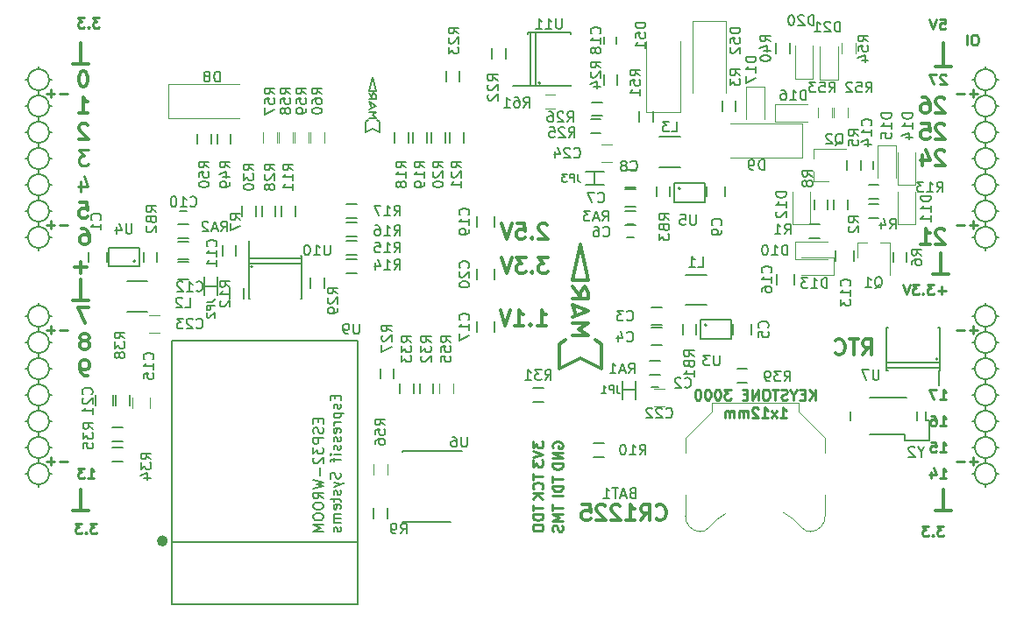
<source format=gbo>
G04 #@! TF.FileFunction,Legend,Bot*
%FSLAX46Y46*%
G04 Gerber Fmt 4.6, Leading zero omitted, Abs format (unit mm)*
G04 Created by KiCad (PCBNEW 4.0.7+dfsg1-1) date Fri Dec  8 15:27:47 2017*
%MOMM*%
%LPD*%
G01*
G04 APERTURE LIST*
%ADD10C,0.100000*%
%ADD11C,0.300000*%
%ADD12C,0.250000*%
%ADD13C,0.200000*%
%ADD14C,0.150000*%
%ADD15C,0.120000*%
%ADD16C,0.500000*%
%ADD17C,0.152400*%
G04 APERTURE END LIST*
D10*
D11*
X182872857Y-82331429D02*
X182801428Y-82260000D01*
X182658571Y-82188571D01*
X182301428Y-82188571D01*
X182158571Y-82260000D01*
X182087142Y-82331429D01*
X182015714Y-82474286D01*
X182015714Y-82617143D01*
X182087142Y-82831429D01*
X182944285Y-83688571D01*
X182015714Y-83688571D01*
X180587143Y-83688571D02*
X181444286Y-83688571D01*
X181015714Y-83688571D02*
X181015714Y-82188571D01*
X181158571Y-82402857D01*
X181301429Y-82545714D01*
X181444286Y-82617143D01*
X182872857Y-74711429D02*
X182801428Y-74640000D01*
X182658571Y-74568571D01*
X182301428Y-74568571D01*
X182158571Y-74640000D01*
X182087142Y-74711429D01*
X182015714Y-74854286D01*
X182015714Y-74997143D01*
X182087142Y-75211429D01*
X182944285Y-76068571D01*
X182015714Y-76068571D01*
X180730000Y-75068571D02*
X180730000Y-76068571D01*
X181087143Y-74497143D02*
X181444286Y-75568571D01*
X180515714Y-75568571D01*
X182872857Y-72171429D02*
X182801428Y-72100000D01*
X182658571Y-72028571D01*
X182301428Y-72028571D01*
X182158571Y-72100000D01*
X182087142Y-72171429D01*
X182015714Y-72314286D01*
X182015714Y-72457143D01*
X182087142Y-72671429D01*
X182944285Y-73528571D01*
X182015714Y-73528571D01*
X180658571Y-72028571D02*
X181372857Y-72028571D01*
X181444286Y-72742857D01*
X181372857Y-72671429D01*
X181230000Y-72600000D01*
X180872857Y-72600000D01*
X180730000Y-72671429D01*
X180658571Y-72742857D01*
X180587143Y-72885714D01*
X180587143Y-73242857D01*
X180658571Y-73385714D01*
X180730000Y-73457143D01*
X180872857Y-73528571D01*
X181230000Y-73528571D01*
X181372857Y-73457143D01*
X181444286Y-73385714D01*
D12*
X186032000Y-91971429D02*
X185270095Y-91971429D01*
X185651047Y-92352381D02*
X185651047Y-91590476D01*
X184793905Y-91971429D02*
X184032000Y-91971429D01*
X186032000Y-69111429D02*
X185270095Y-69111429D01*
X185651047Y-69492381D02*
X185651047Y-68730476D01*
X184793905Y-69111429D02*
X184032000Y-69111429D01*
X186032000Y-81811429D02*
X185270095Y-81811429D01*
X185651047Y-82192381D02*
X185651047Y-81430476D01*
X184793905Y-81811429D02*
X184032000Y-81811429D01*
X186032000Y-104671429D02*
X185270095Y-104671429D01*
X185651047Y-105052381D02*
X185651047Y-104290476D01*
X184793905Y-104671429D02*
X184032000Y-104671429D01*
X98148000Y-104671429D02*
X97386095Y-104671429D01*
X96909905Y-104671429D02*
X96148000Y-104671429D01*
X96528952Y-105052381D02*
X96528952Y-104290476D01*
X98148000Y-91971429D02*
X97386095Y-91971429D01*
X96909905Y-91971429D02*
X96148000Y-91971429D01*
X96528952Y-92352381D02*
X96528952Y-91590476D01*
X98148000Y-81811429D02*
X97386095Y-81811429D01*
X96909905Y-81811429D02*
X96148000Y-81811429D01*
X96528952Y-82192381D02*
X96528952Y-81430476D01*
X98148000Y-69111429D02*
X97386095Y-69111429D01*
X96909905Y-69111429D02*
X96148000Y-69111429D01*
X96528952Y-69492381D02*
X96528952Y-68730476D01*
X185873333Y-63412381D02*
X185682856Y-63412381D01*
X185587618Y-63460000D01*
X185492380Y-63555238D01*
X185444761Y-63745714D01*
X185444761Y-64079048D01*
X185492380Y-64269524D01*
X185587618Y-64364762D01*
X185682856Y-64412381D01*
X185873333Y-64412381D01*
X185968571Y-64364762D01*
X186063809Y-64269524D01*
X186111428Y-64079048D01*
X186111428Y-63745714D01*
X186063809Y-63555238D01*
X185968571Y-63460000D01*
X185873333Y-63412381D01*
X185016190Y-64412381D02*
X185016190Y-63412381D01*
D11*
X181984000Y-109426000D02*
X183508000Y-109426000D01*
X182746000Y-107394000D02*
X182746000Y-109426000D01*
D13*
X95370000Y-96726000D02*
X95370000Y-97234000D01*
X96386000Y-95710000D02*
X96640000Y-95710000D01*
X94354000Y-95710000D02*
X94100000Y-95710000D01*
X187826000Y-98250000D02*
X188080000Y-98250000D01*
X187826000Y-83010000D02*
X188080000Y-83010000D01*
X95370000Y-107140000D02*
X95370000Y-106886000D01*
X96386000Y-105870000D02*
X96640000Y-105870000D01*
X94354000Y-105870000D02*
X94100000Y-105870000D01*
X94354000Y-103330000D02*
X94100000Y-103330000D01*
X95370000Y-104346000D02*
X95370000Y-104854000D01*
X96386000Y-103330000D02*
X96640000Y-103330000D01*
X94354000Y-100790000D02*
X94100000Y-100790000D01*
X95370000Y-102314000D02*
X95370000Y-101806000D01*
X96386000Y-100790000D02*
X96640000Y-100790000D01*
X95370000Y-99266000D02*
X95370000Y-99774000D01*
X94354000Y-98250000D02*
X94100000Y-98250000D01*
X96386000Y-98250000D02*
X96640000Y-98250000D01*
X95370000Y-94186000D02*
X95370000Y-94694000D01*
X96386000Y-93170000D02*
X96640000Y-93170000D01*
X94354000Y-93170000D02*
X94100000Y-93170000D01*
X94354000Y-90630000D02*
X94100000Y-90630000D01*
X95370000Y-91646000D02*
X95370000Y-92154000D01*
X96640000Y-90630000D02*
X96386000Y-90630000D01*
X95370000Y-89360000D02*
X95370000Y-89614000D01*
X94354000Y-83010000D02*
X94100000Y-83010000D01*
X95370000Y-84280000D02*
X95370000Y-84026000D01*
X96386000Y-83010000D02*
X96640000Y-83010000D01*
X95370000Y-81486000D02*
X95370000Y-81994000D01*
X94354000Y-80470000D02*
X94100000Y-80470000D01*
X96640000Y-80470000D02*
X96386000Y-80470000D01*
X95370000Y-78946000D02*
X95370000Y-79454000D01*
X96386000Y-77930000D02*
X96640000Y-77930000D01*
X94354000Y-77930000D02*
X94100000Y-77930000D01*
X95370000Y-76406000D02*
X95370000Y-76914000D01*
X94354000Y-75390000D02*
X94100000Y-75390000D01*
X96386000Y-75390000D02*
X96640000Y-75390000D01*
X95370000Y-73866000D02*
X95370000Y-74374000D01*
X96386000Y-72850000D02*
X96640000Y-72850000D01*
X94100000Y-72850000D02*
X94354000Y-72850000D01*
X94354000Y-70310000D02*
X94100000Y-70310000D01*
X96640000Y-70310000D02*
X96386000Y-70310000D01*
X95370000Y-71326000D02*
X95370000Y-71834000D01*
X95370000Y-68786000D02*
X95370000Y-69294000D01*
X96386000Y-67770000D02*
X96640000Y-67770000D01*
X94354000Y-67770000D02*
X94100000Y-67770000D01*
X95370000Y-66500000D02*
X95370000Y-66754000D01*
X187826000Y-105870000D02*
X188080000Y-105870000D01*
X186810000Y-107140000D02*
X186810000Y-106886000D01*
X185540000Y-105870000D02*
X185794000Y-105870000D01*
X186810000Y-104346000D02*
X186810000Y-104854000D01*
X187826000Y-103330000D02*
X188080000Y-103330000D01*
X185540000Y-103330000D02*
X185794000Y-103330000D01*
X186810000Y-101806000D02*
X186810000Y-102314000D01*
X187826000Y-100790000D02*
X188080000Y-100790000D01*
X185540000Y-100790000D02*
X185794000Y-100790000D01*
X186810000Y-99266000D02*
X186810000Y-99774000D01*
X185540000Y-98250000D02*
X185794000Y-98250000D01*
X186810000Y-97234000D02*
X186810000Y-96726000D01*
X187826000Y-95710000D02*
X188080000Y-95710000D01*
X185540000Y-95710000D02*
X185794000Y-95710000D01*
X186810000Y-94694000D02*
X186810000Y-94186000D01*
X187826000Y-93170000D02*
X188080000Y-93170000D01*
X185540000Y-93170000D02*
X185794000Y-93170000D01*
X186810000Y-92154000D02*
X186810000Y-91646000D01*
X187826000Y-90630000D02*
X188080000Y-90630000D01*
X185540000Y-90630000D02*
X185794000Y-90630000D01*
X186810000Y-89360000D02*
X186810000Y-89614000D01*
X186810000Y-84280000D02*
X186810000Y-84026000D01*
X185540000Y-83010000D02*
X185794000Y-83010000D01*
X186810000Y-81994000D02*
X186810000Y-81486000D01*
X185794000Y-80470000D02*
X185540000Y-80470000D01*
X187826000Y-80470000D02*
X188080000Y-80470000D01*
X186810000Y-78946000D02*
X186810000Y-79454000D01*
X185794000Y-77930000D02*
X185540000Y-77930000D01*
X187826000Y-77930000D02*
X188080000Y-77930000D01*
X186810000Y-76406000D02*
X186810000Y-76914000D01*
X186810000Y-73866000D02*
X186810000Y-74374000D01*
X185794000Y-75390000D02*
X185540000Y-75390000D01*
X187826000Y-75390000D02*
X188080000Y-75390000D01*
X187826000Y-72850000D02*
X188080000Y-72850000D01*
X185540000Y-72850000D02*
X185794000Y-72850000D01*
X186810000Y-71834000D02*
X186810000Y-71326000D01*
X187826000Y-70310000D02*
X188080000Y-70310000D01*
X185540000Y-70310000D02*
X185794000Y-70310000D01*
X187826000Y-67770000D02*
X188080000Y-67770000D01*
X186810000Y-68786000D02*
X186810000Y-69294000D01*
X185540000Y-67770000D02*
X185794000Y-67770000D01*
X186810000Y-66500000D02*
X186810000Y-66754000D01*
X187826000Y-67770000D02*
G75*
G03X187826000Y-67770000I-1016000J0D01*
G01*
X187826000Y-70310000D02*
G75*
G03X187826000Y-70310000I-1016000J0D01*
G01*
X187826000Y-72850000D02*
G75*
G03X187826000Y-72850000I-1016000J0D01*
G01*
X187826000Y-75390000D02*
G75*
G03X187826000Y-75390000I-1016000J0D01*
G01*
X187826000Y-77930000D02*
G75*
G03X187826000Y-77930000I-1016000J0D01*
G01*
X187826000Y-80470000D02*
G75*
G03X187826000Y-80470000I-1016000J0D01*
G01*
X187826000Y-83010000D02*
G75*
G03X187826000Y-83010000I-1016000J0D01*
G01*
X187826000Y-90630000D02*
G75*
G03X187826000Y-90630000I-1016000J0D01*
G01*
X187826000Y-93170000D02*
G75*
G03X187826000Y-93170000I-1016000J0D01*
G01*
X187826000Y-95710000D02*
G75*
G03X187826000Y-95710000I-1016000J0D01*
G01*
X187826000Y-98250000D02*
G75*
G03X187826000Y-98250000I-1016000J0D01*
G01*
X187826000Y-100790000D02*
G75*
G03X187826000Y-100790000I-1016000J0D01*
G01*
X187826000Y-103330000D02*
G75*
G03X187826000Y-103330000I-1016000J0D01*
G01*
X187826000Y-105870000D02*
G75*
G03X187826000Y-105870000I-1016000J0D01*
G01*
X96386000Y-105870000D02*
G75*
G03X96386000Y-105870000I-1016000J0D01*
G01*
X96386000Y-103330000D02*
G75*
G03X96386000Y-103330000I-1016000J0D01*
G01*
X96386000Y-100790000D02*
G75*
G03X96386000Y-100790000I-1016000J0D01*
G01*
X96386000Y-98250000D02*
G75*
G03X96386000Y-98250000I-1016000J0D01*
G01*
X96386000Y-95710000D02*
G75*
G03X96386000Y-95710000I-1016000J0D01*
G01*
X96386000Y-93170000D02*
G75*
G03X96386000Y-93170000I-1016000J0D01*
G01*
X96386000Y-90630000D02*
G75*
G03X96386000Y-90630000I-1016000J0D01*
G01*
X96386000Y-83010000D02*
G75*
G03X96386000Y-83010000I-1016000J0D01*
G01*
X96386000Y-80470000D02*
G75*
G03X96386000Y-80470000I-1016000J0D01*
G01*
X96386000Y-77930000D02*
G75*
G03X96386000Y-77930000I-1016000J0D01*
G01*
X96386000Y-75390000D02*
G75*
G03X96386000Y-75390000I-1016000J0D01*
G01*
X96386000Y-72850000D02*
G75*
G03X96386000Y-72850000I-1016000J0D01*
G01*
X96386000Y-70310000D02*
G75*
G03X96386000Y-70310000I-1016000J0D01*
G01*
X96386000Y-67770000D02*
G75*
G03X96386000Y-67770000I-1016000J0D01*
G01*
D12*
X182428476Y-61888381D02*
X182904667Y-61888381D01*
X182952286Y-62364571D01*
X182904667Y-62316952D01*
X182809429Y-62269333D01*
X182571333Y-62269333D01*
X182476095Y-62316952D01*
X182428476Y-62364571D01*
X182380857Y-62459810D01*
X182380857Y-62697905D01*
X182428476Y-62793143D01*
X182476095Y-62840762D01*
X182571333Y-62888381D01*
X182809429Y-62888381D01*
X182904667Y-62840762D01*
X182952286Y-62793143D01*
X182095143Y-61888381D02*
X181761810Y-62888381D01*
X181428476Y-61888381D01*
D11*
X181984000Y-66500000D02*
X183508000Y-66500000D01*
X182746000Y-64214000D02*
X182746000Y-66500000D01*
D12*
X182999905Y-67317619D02*
X182952286Y-67270000D01*
X182857048Y-67222381D01*
X182618952Y-67222381D01*
X182523714Y-67270000D01*
X182476095Y-67317619D01*
X182428476Y-67412857D01*
X182428476Y-67508095D01*
X182476095Y-67650952D01*
X183047524Y-68222381D01*
X182428476Y-68222381D01*
X182095143Y-67222381D02*
X181428476Y-67222381D01*
X181857048Y-68222381D01*
D11*
X182872857Y-69631429D02*
X182801428Y-69560000D01*
X182658571Y-69488571D01*
X182301428Y-69488571D01*
X182158571Y-69560000D01*
X182087142Y-69631429D01*
X182015714Y-69774286D01*
X182015714Y-69917143D01*
X182087142Y-70131429D01*
X182944285Y-70988571D01*
X182015714Y-70988571D01*
X180730000Y-69488571D02*
X181015714Y-69488571D01*
X181158571Y-69560000D01*
X181230000Y-69631429D01*
X181372857Y-69845714D01*
X181444286Y-70131429D01*
X181444286Y-70702857D01*
X181372857Y-70845714D01*
X181301429Y-70917143D01*
X181158571Y-70988571D01*
X180872857Y-70988571D01*
X180730000Y-70917143D01*
X180658571Y-70845714D01*
X180587143Y-70702857D01*
X180587143Y-70345714D01*
X180658571Y-70202857D01*
X180730000Y-70131429D01*
X180872857Y-70060000D01*
X181158571Y-70060000D01*
X181301429Y-70131429D01*
X181372857Y-70202857D01*
X181444286Y-70345714D01*
X181730000Y-86566000D02*
X183254000Y-86566000D01*
X182492000Y-84534000D02*
X182492000Y-86566000D01*
D12*
X182968000Y-88161429D02*
X182206095Y-88161429D01*
X182587047Y-88542381D02*
X182587047Y-87780476D01*
X181825143Y-87542381D02*
X181206095Y-87542381D01*
X181539429Y-87923333D01*
X181396571Y-87923333D01*
X181301333Y-87970952D01*
X181253714Y-88018571D01*
X181206095Y-88113810D01*
X181206095Y-88351905D01*
X181253714Y-88447143D01*
X181301333Y-88494762D01*
X181396571Y-88542381D01*
X181682286Y-88542381D01*
X181777524Y-88494762D01*
X181825143Y-88447143D01*
X180777524Y-88447143D02*
X180729905Y-88494762D01*
X180777524Y-88542381D01*
X180825143Y-88494762D01*
X180777524Y-88447143D01*
X180777524Y-88542381D01*
X180396572Y-87542381D02*
X179777524Y-87542381D01*
X180110858Y-87923333D01*
X179968000Y-87923333D01*
X179872762Y-87970952D01*
X179825143Y-88018571D01*
X179777524Y-88113810D01*
X179777524Y-88351905D01*
X179825143Y-88447143D01*
X179872762Y-88494762D01*
X179968000Y-88542381D01*
X180253715Y-88542381D01*
X180348953Y-88494762D01*
X180396572Y-88447143D01*
X179491810Y-87542381D02*
X179158477Y-88542381D01*
X178825143Y-87542381D01*
X182428476Y-98702381D02*
X182999905Y-98702381D01*
X182714191Y-98702381D02*
X182714191Y-97702381D01*
X182809429Y-97845238D01*
X182904667Y-97940476D01*
X182999905Y-97988095D01*
X182095143Y-97702381D02*
X181428476Y-97702381D01*
X181857048Y-98702381D01*
X182428476Y-101242381D02*
X182999905Y-101242381D01*
X182714191Y-101242381D02*
X182714191Y-100242381D01*
X182809429Y-100385238D01*
X182904667Y-100480476D01*
X182999905Y-100528095D01*
X181571333Y-100242381D02*
X181761810Y-100242381D01*
X181857048Y-100290000D01*
X181904667Y-100337619D01*
X181999905Y-100480476D01*
X182047524Y-100670952D01*
X182047524Y-101051905D01*
X181999905Y-101147143D01*
X181952286Y-101194762D01*
X181857048Y-101242381D01*
X181666571Y-101242381D01*
X181571333Y-101194762D01*
X181523714Y-101147143D01*
X181476095Y-101051905D01*
X181476095Y-100813810D01*
X181523714Y-100718571D01*
X181571333Y-100670952D01*
X181666571Y-100623333D01*
X181857048Y-100623333D01*
X181952286Y-100670952D01*
X181999905Y-100718571D01*
X182047524Y-100813810D01*
X182428476Y-103782381D02*
X182999905Y-103782381D01*
X182714191Y-103782381D02*
X182714191Y-102782381D01*
X182809429Y-102925238D01*
X182904667Y-103020476D01*
X182999905Y-103068095D01*
X181523714Y-102782381D02*
X181999905Y-102782381D01*
X182047524Y-103258571D01*
X181999905Y-103210952D01*
X181904667Y-103163333D01*
X181666571Y-103163333D01*
X181571333Y-103210952D01*
X181523714Y-103258571D01*
X181476095Y-103353810D01*
X181476095Y-103591905D01*
X181523714Y-103687143D01*
X181571333Y-103734762D01*
X181666571Y-103782381D01*
X181904667Y-103782381D01*
X181999905Y-103734762D01*
X182047524Y-103687143D01*
X182428476Y-106322381D02*
X182999905Y-106322381D01*
X182714191Y-106322381D02*
X182714191Y-105322381D01*
X182809429Y-105465238D01*
X182904667Y-105560476D01*
X182999905Y-105608095D01*
X181571333Y-105655714D02*
X181571333Y-106322381D01*
X181809429Y-105274762D02*
X182047524Y-105989048D01*
X181428476Y-105989048D01*
X182777619Y-110910381D02*
X182158571Y-110910381D01*
X182491905Y-111291333D01*
X182349047Y-111291333D01*
X182253809Y-111338952D01*
X182206190Y-111386571D01*
X182158571Y-111481810D01*
X182158571Y-111719905D01*
X182206190Y-111815143D01*
X182253809Y-111862762D01*
X182349047Y-111910381D01*
X182634762Y-111910381D01*
X182730000Y-111862762D01*
X182777619Y-111815143D01*
X181730000Y-111815143D02*
X181682381Y-111862762D01*
X181730000Y-111910381D01*
X181777619Y-111862762D01*
X181730000Y-111815143D01*
X181730000Y-111910381D01*
X181349048Y-110910381D02*
X180730000Y-110910381D01*
X181063334Y-111291333D01*
X180920476Y-111291333D01*
X180825238Y-111338952D01*
X180777619Y-111386571D01*
X180730000Y-111481810D01*
X180730000Y-111719905D01*
X180777619Y-111815143D01*
X180825238Y-111862762D01*
X180920476Y-111910381D01*
X181206191Y-111910381D01*
X181301429Y-111862762D01*
X181349048Y-111815143D01*
D11*
X100196000Y-109426000D02*
X98672000Y-109426000D01*
X99434000Y-107394000D02*
X99434000Y-109426000D01*
X98672000Y-89106000D02*
X100196000Y-89106000D01*
X99434000Y-87074000D02*
X99434000Y-89106000D01*
X98672000Y-66246000D02*
X100196000Y-66246000D01*
X99434000Y-64214000D02*
X99434000Y-66246000D01*
D12*
X100989619Y-110656381D02*
X100370571Y-110656381D01*
X100703905Y-111037333D01*
X100561047Y-111037333D01*
X100465809Y-111084952D01*
X100418190Y-111132571D01*
X100370571Y-111227810D01*
X100370571Y-111465905D01*
X100418190Y-111561143D01*
X100465809Y-111608762D01*
X100561047Y-111656381D01*
X100846762Y-111656381D01*
X100942000Y-111608762D01*
X100989619Y-111561143D01*
X99942000Y-111561143D02*
X99894381Y-111608762D01*
X99942000Y-111656381D01*
X99989619Y-111608762D01*
X99942000Y-111561143D01*
X99942000Y-111656381D01*
X99561048Y-110656381D02*
X98942000Y-110656381D01*
X99275334Y-111037333D01*
X99132476Y-111037333D01*
X99037238Y-111084952D01*
X98989619Y-111132571D01*
X98942000Y-111227810D01*
X98942000Y-111465905D01*
X98989619Y-111561143D01*
X99037238Y-111608762D01*
X99132476Y-111656381D01*
X99418191Y-111656381D01*
X99513429Y-111608762D01*
X99561048Y-111561143D01*
X100132476Y-106322381D02*
X100703905Y-106322381D01*
X100418191Y-106322381D02*
X100418191Y-105322381D01*
X100513429Y-105465238D01*
X100608667Y-105560476D01*
X100703905Y-105608095D01*
X99799143Y-105322381D02*
X99180095Y-105322381D01*
X99513429Y-105703333D01*
X99370571Y-105703333D01*
X99275333Y-105750952D01*
X99227714Y-105798571D01*
X99180095Y-105893810D01*
X99180095Y-106131905D01*
X99227714Y-106227143D01*
X99275333Y-106274762D01*
X99370571Y-106322381D01*
X99656286Y-106322381D01*
X99751524Y-106274762D01*
X99799143Y-106227143D01*
D11*
X100100714Y-96388571D02*
X99814999Y-96388571D01*
X99672142Y-96317143D01*
X99600714Y-96245714D01*
X99457856Y-96031429D01*
X99386428Y-95745714D01*
X99386428Y-95174286D01*
X99457856Y-95031429D01*
X99529285Y-94960000D01*
X99672142Y-94888571D01*
X99957856Y-94888571D01*
X100100714Y-94960000D01*
X100172142Y-95031429D01*
X100243571Y-95174286D01*
X100243571Y-95531429D01*
X100172142Y-95674286D01*
X100100714Y-95745714D01*
X99957856Y-95817143D01*
X99672142Y-95817143D01*
X99529285Y-95745714D01*
X99457856Y-95674286D01*
X99386428Y-95531429D01*
X99957856Y-92991429D02*
X100100714Y-92920000D01*
X100172142Y-92848571D01*
X100243571Y-92705714D01*
X100243571Y-92634286D01*
X100172142Y-92491429D01*
X100100714Y-92420000D01*
X99957856Y-92348571D01*
X99672142Y-92348571D01*
X99529285Y-92420000D01*
X99457856Y-92491429D01*
X99386428Y-92634286D01*
X99386428Y-92705714D01*
X99457856Y-92848571D01*
X99529285Y-92920000D01*
X99672142Y-92991429D01*
X99957856Y-92991429D01*
X100100714Y-93062857D01*
X100172142Y-93134286D01*
X100243571Y-93277143D01*
X100243571Y-93562857D01*
X100172142Y-93705714D01*
X100100714Y-93777143D01*
X99957856Y-93848571D01*
X99672142Y-93848571D01*
X99529285Y-93777143D01*
X99457856Y-93705714D01*
X99386428Y-93562857D01*
X99386428Y-93277143D01*
X99457856Y-93134286D01*
X99529285Y-93062857D01*
X99672142Y-92991429D01*
X100187999Y-89808571D02*
X99187999Y-89808571D01*
X99830856Y-91308571D01*
X100005428Y-85911143D02*
X98862571Y-85911143D01*
X99434000Y-86482571D02*
X99434000Y-85339714D01*
X99529285Y-82188571D02*
X99814999Y-82188571D01*
X99957856Y-82260000D01*
X100029285Y-82331429D01*
X100172142Y-82545714D01*
X100243571Y-82831429D01*
X100243571Y-83402857D01*
X100172142Y-83545714D01*
X100100714Y-83617143D01*
X99957856Y-83688571D01*
X99672142Y-83688571D01*
X99529285Y-83617143D01*
X99457856Y-83545714D01*
X99386428Y-83402857D01*
X99386428Y-83045714D01*
X99457856Y-82902857D01*
X99529285Y-82831429D01*
X99672142Y-82760000D01*
X99957856Y-82760000D01*
X100100714Y-82831429D01*
X100172142Y-82902857D01*
X100243571Y-83045714D01*
X99330856Y-79648571D02*
X100045142Y-79648571D01*
X100116571Y-80362857D01*
X100045142Y-80291429D01*
X99902285Y-80220000D01*
X99545142Y-80220000D01*
X99402285Y-80291429D01*
X99330856Y-80362857D01*
X99259428Y-80505714D01*
X99259428Y-80862857D01*
X99330856Y-81005714D01*
X99402285Y-81077143D01*
X99545142Y-81148571D01*
X99902285Y-81148571D01*
X100045142Y-81077143D01*
X100116571Y-81005714D01*
D12*
X99402285Y-77608571D02*
X99402285Y-78608571D01*
X99759428Y-77037143D02*
X100116571Y-78108571D01*
X99187999Y-78108571D01*
X100187999Y-74568571D02*
X99259428Y-74568571D01*
X99759428Y-75140000D01*
X99545142Y-75140000D01*
X99402285Y-75211429D01*
X99330856Y-75282857D01*
X99259428Y-75425714D01*
X99259428Y-75782857D01*
X99330856Y-75925714D01*
X99402285Y-75997143D01*
X99545142Y-76068571D01*
X99973714Y-76068571D01*
X100116571Y-75997143D01*
X100187999Y-75925714D01*
D11*
X100116571Y-72171429D02*
X100045142Y-72100000D01*
X99902285Y-72028571D01*
X99545142Y-72028571D01*
X99402285Y-72100000D01*
X99330856Y-72171429D01*
X99259428Y-72314286D01*
X99259428Y-72457143D01*
X99330856Y-72671429D01*
X100187999Y-73528571D01*
X99259428Y-73528571D01*
X99259428Y-70988571D02*
X100116571Y-70988571D01*
X99687999Y-70988571D02*
X99687999Y-69488571D01*
X99830856Y-69702857D01*
X99973714Y-69845714D01*
X100116571Y-69917143D01*
X99759428Y-66948571D02*
X99616571Y-66948571D01*
X99473714Y-67020000D01*
X99402285Y-67091429D01*
X99330856Y-67234286D01*
X99259428Y-67520000D01*
X99259428Y-67877143D01*
X99330856Y-68162857D01*
X99402285Y-68305714D01*
X99473714Y-68377143D01*
X99616571Y-68448571D01*
X99759428Y-68448571D01*
X99902285Y-68377143D01*
X99973714Y-68305714D01*
X100045142Y-68162857D01*
X100116571Y-67877143D01*
X100116571Y-67520000D01*
X100045142Y-67234286D01*
X99973714Y-67091429D01*
X99902285Y-67020000D01*
X99759428Y-66948571D01*
D12*
X101243619Y-61761381D02*
X100624571Y-61761381D01*
X100957905Y-62142333D01*
X100815047Y-62142333D01*
X100719809Y-62189952D01*
X100672190Y-62237571D01*
X100624571Y-62332810D01*
X100624571Y-62570905D01*
X100672190Y-62666143D01*
X100719809Y-62713762D01*
X100815047Y-62761381D01*
X101100762Y-62761381D01*
X101196000Y-62713762D01*
X101243619Y-62666143D01*
X100196000Y-62666143D02*
X100148381Y-62713762D01*
X100196000Y-62761381D01*
X100243619Y-62713762D01*
X100196000Y-62666143D01*
X100196000Y-62761381D01*
X99815048Y-61761381D02*
X99196000Y-61761381D01*
X99529334Y-62142333D01*
X99386476Y-62142333D01*
X99291238Y-62189952D01*
X99243619Y-62237571D01*
X99196000Y-62332810D01*
X99196000Y-62570905D01*
X99243619Y-62666143D01*
X99291238Y-62713762D01*
X99386476Y-62761381D01*
X99672191Y-62761381D01*
X99767429Y-62713762D01*
X99815048Y-62666143D01*
X170370715Y-98716381D02*
X170370715Y-97716381D01*
X169799286Y-98716381D02*
X170227858Y-98144952D01*
X169799286Y-97716381D02*
X170370715Y-98287810D01*
X169370715Y-98192571D02*
X169037381Y-98192571D01*
X168894524Y-98716381D02*
X169370715Y-98716381D01*
X169370715Y-97716381D01*
X168894524Y-97716381D01*
X168275477Y-98240190D02*
X168275477Y-98716381D01*
X168608810Y-97716381D02*
X168275477Y-98240190D01*
X167942143Y-97716381D01*
X167656429Y-98668762D02*
X167513572Y-98716381D01*
X167275476Y-98716381D01*
X167180238Y-98668762D01*
X167132619Y-98621143D01*
X167085000Y-98525905D01*
X167085000Y-98430667D01*
X167132619Y-98335429D01*
X167180238Y-98287810D01*
X167275476Y-98240190D01*
X167465953Y-98192571D01*
X167561191Y-98144952D01*
X167608810Y-98097333D01*
X167656429Y-98002095D01*
X167656429Y-97906857D01*
X167608810Y-97811619D01*
X167561191Y-97764000D01*
X167465953Y-97716381D01*
X167227857Y-97716381D01*
X167085000Y-97764000D01*
X166799286Y-97716381D02*
X166227857Y-97716381D01*
X166513572Y-98716381D02*
X166513572Y-97716381D01*
X165704048Y-97716381D02*
X165513571Y-97716381D01*
X165418333Y-97764000D01*
X165323095Y-97859238D01*
X165275476Y-98049714D01*
X165275476Y-98383048D01*
X165323095Y-98573524D01*
X165418333Y-98668762D01*
X165513571Y-98716381D01*
X165704048Y-98716381D01*
X165799286Y-98668762D01*
X165894524Y-98573524D01*
X165942143Y-98383048D01*
X165942143Y-98049714D01*
X165894524Y-97859238D01*
X165799286Y-97764000D01*
X165704048Y-97716381D01*
X164846905Y-98716381D02*
X164846905Y-97716381D01*
X164275476Y-98716381D01*
X164275476Y-97716381D01*
X163799286Y-98192571D02*
X163465952Y-98192571D01*
X163323095Y-98716381D02*
X163799286Y-98716381D01*
X163799286Y-97716381D01*
X163323095Y-97716381D01*
X162227857Y-97716381D02*
X161608809Y-97716381D01*
X161942143Y-98097333D01*
X161799285Y-98097333D01*
X161704047Y-98144952D01*
X161656428Y-98192571D01*
X161608809Y-98287810D01*
X161608809Y-98525905D01*
X161656428Y-98621143D01*
X161704047Y-98668762D01*
X161799285Y-98716381D01*
X162085000Y-98716381D01*
X162180238Y-98668762D01*
X162227857Y-98621143D01*
X160989762Y-97716381D02*
X160894523Y-97716381D01*
X160799285Y-97764000D01*
X160751666Y-97811619D01*
X160704047Y-97906857D01*
X160656428Y-98097333D01*
X160656428Y-98335429D01*
X160704047Y-98525905D01*
X160751666Y-98621143D01*
X160799285Y-98668762D01*
X160894523Y-98716381D01*
X160989762Y-98716381D01*
X161085000Y-98668762D01*
X161132619Y-98621143D01*
X161180238Y-98525905D01*
X161227857Y-98335429D01*
X161227857Y-98097333D01*
X161180238Y-97906857D01*
X161132619Y-97811619D01*
X161085000Y-97764000D01*
X160989762Y-97716381D01*
X160037381Y-97716381D02*
X159942142Y-97716381D01*
X159846904Y-97764000D01*
X159799285Y-97811619D01*
X159751666Y-97906857D01*
X159704047Y-98097333D01*
X159704047Y-98335429D01*
X159751666Y-98525905D01*
X159799285Y-98621143D01*
X159846904Y-98668762D01*
X159942142Y-98716381D01*
X160037381Y-98716381D01*
X160132619Y-98668762D01*
X160180238Y-98621143D01*
X160227857Y-98525905D01*
X160275476Y-98335429D01*
X160275476Y-98097333D01*
X160227857Y-97906857D01*
X160180238Y-97811619D01*
X160132619Y-97764000D01*
X160037381Y-97716381D01*
X159085000Y-97716381D02*
X158989761Y-97716381D01*
X158894523Y-97764000D01*
X158846904Y-97811619D01*
X158799285Y-97906857D01*
X158751666Y-98097333D01*
X158751666Y-98335429D01*
X158799285Y-98525905D01*
X158846904Y-98621143D01*
X158894523Y-98668762D01*
X158989761Y-98716381D01*
X159085000Y-98716381D01*
X159180238Y-98668762D01*
X159227857Y-98621143D01*
X159275476Y-98525905D01*
X159323095Y-98335429D01*
X159323095Y-98097333D01*
X159275476Y-97906857D01*
X159227857Y-97811619D01*
X159180238Y-97764000D01*
X159085000Y-97716381D01*
X166989761Y-100466381D02*
X167561190Y-100466381D01*
X167275476Y-100466381D02*
X167275476Y-99466381D01*
X167370714Y-99609238D01*
X167465952Y-99704476D01*
X167561190Y-99752095D01*
X166656428Y-100466381D02*
X166132618Y-99799714D01*
X166656428Y-99799714D02*
X166132618Y-100466381D01*
X165227856Y-100466381D02*
X165799285Y-100466381D01*
X165513571Y-100466381D02*
X165513571Y-99466381D01*
X165608809Y-99609238D01*
X165704047Y-99704476D01*
X165799285Y-99752095D01*
X164846904Y-99561619D02*
X164799285Y-99514000D01*
X164704047Y-99466381D01*
X164465951Y-99466381D01*
X164370713Y-99514000D01*
X164323094Y-99561619D01*
X164275475Y-99656857D01*
X164275475Y-99752095D01*
X164323094Y-99894952D01*
X164894523Y-100466381D01*
X164275475Y-100466381D01*
X163846904Y-100466381D02*
X163846904Y-99799714D01*
X163846904Y-99894952D02*
X163799285Y-99847333D01*
X163704047Y-99799714D01*
X163561189Y-99799714D01*
X163465951Y-99847333D01*
X163418332Y-99942571D01*
X163418332Y-100466381D01*
X163418332Y-99942571D02*
X163370713Y-99847333D01*
X163275475Y-99799714D01*
X163132618Y-99799714D01*
X163037380Y-99847333D01*
X162989761Y-99942571D01*
X162989761Y-100466381D01*
X162513571Y-100466381D02*
X162513571Y-99799714D01*
X162513571Y-99894952D02*
X162465952Y-99847333D01*
X162370714Y-99799714D01*
X162227856Y-99799714D01*
X162132618Y-99847333D01*
X162084999Y-99942571D01*
X162084999Y-100466381D01*
X162084999Y-99942571D02*
X162037380Y-99847333D01*
X161942142Y-99799714D01*
X161799285Y-99799714D01*
X161704047Y-99847333D01*
X161656428Y-99942571D01*
X161656428Y-100466381D01*
D11*
X155027856Y-110215714D02*
X155099285Y-110287143D01*
X155313571Y-110358571D01*
X155456428Y-110358571D01*
X155670713Y-110287143D01*
X155813571Y-110144286D01*
X155884999Y-110001429D01*
X155956428Y-109715714D01*
X155956428Y-109501429D01*
X155884999Y-109215714D01*
X155813571Y-109072857D01*
X155670713Y-108930000D01*
X155456428Y-108858571D01*
X155313571Y-108858571D01*
X155099285Y-108930000D01*
X155027856Y-109001429D01*
X153527856Y-110358571D02*
X154027856Y-109644286D01*
X154384999Y-110358571D02*
X154384999Y-108858571D01*
X153813571Y-108858571D01*
X153670713Y-108930000D01*
X153599285Y-109001429D01*
X153527856Y-109144286D01*
X153527856Y-109358571D01*
X153599285Y-109501429D01*
X153670713Y-109572857D01*
X153813571Y-109644286D01*
X154384999Y-109644286D01*
X152099285Y-110358571D02*
X152956428Y-110358571D01*
X152527856Y-110358571D02*
X152527856Y-108858571D01*
X152670713Y-109072857D01*
X152813571Y-109215714D01*
X152956428Y-109287143D01*
X151527857Y-109001429D02*
X151456428Y-108930000D01*
X151313571Y-108858571D01*
X150956428Y-108858571D01*
X150813571Y-108930000D01*
X150742142Y-109001429D01*
X150670714Y-109144286D01*
X150670714Y-109287143D01*
X150742142Y-109501429D01*
X151599285Y-110358571D01*
X150670714Y-110358571D01*
X150099286Y-109001429D02*
X150027857Y-108930000D01*
X149885000Y-108858571D01*
X149527857Y-108858571D01*
X149385000Y-108930000D01*
X149313571Y-109001429D01*
X149242143Y-109144286D01*
X149242143Y-109287143D01*
X149313571Y-109501429D01*
X150170714Y-110358571D01*
X149242143Y-110358571D01*
X147885000Y-108858571D02*
X148599286Y-108858571D01*
X148670715Y-109572857D01*
X148599286Y-109501429D01*
X148456429Y-109430000D01*
X148099286Y-109430000D01*
X147956429Y-109501429D01*
X147885000Y-109572857D01*
X147813572Y-109715714D01*
X147813572Y-110072857D01*
X147885000Y-110215714D01*
X147956429Y-110287143D01*
X148099286Y-110358571D01*
X148456429Y-110358571D01*
X148599286Y-110287143D01*
X148670715Y-110215714D01*
X144502857Y-81823429D02*
X144431428Y-81752000D01*
X144288571Y-81680571D01*
X143931428Y-81680571D01*
X143788571Y-81752000D01*
X143717142Y-81823429D01*
X143645714Y-81966286D01*
X143645714Y-82109143D01*
X143717142Y-82323429D01*
X144574285Y-83180571D01*
X143645714Y-83180571D01*
X143002857Y-83037714D02*
X142931429Y-83109143D01*
X143002857Y-83180571D01*
X143074286Y-83109143D01*
X143002857Y-83037714D01*
X143002857Y-83180571D01*
X141574285Y-81680571D02*
X142288571Y-81680571D01*
X142360000Y-82394857D01*
X142288571Y-82323429D01*
X142145714Y-82252000D01*
X141788571Y-82252000D01*
X141645714Y-82323429D01*
X141574285Y-82394857D01*
X141502857Y-82537714D01*
X141502857Y-82894857D01*
X141574285Y-83037714D01*
X141645714Y-83109143D01*
X141788571Y-83180571D01*
X142145714Y-83180571D01*
X142288571Y-83109143D01*
X142360000Y-83037714D01*
X141074286Y-81680571D02*
X140574286Y-83180571D01*
X140074286Y-81680571D01*
X144574285Y-84982571D02*
X143645714Y-84982571D01*
X144145714Y-85554000D01*
X143931428Y-85554000D01*
X143788571Y-85625429D01*
X143717142Y-85696857D01*
X143645714Y-85839714D01*
X143645714Y-86196857D01*
X143717142Y-86339714D01*
X143788571Y-86411143D01*
X143931428Y-86482571D01*
X144360000Y-86482571D01*
X144502857Y-86411143D01*
X144574285Y-86339714D01*
X143002857Y-86339714D02*
X142931429Y-86411143D01*
X143002857Y-86482571D01*
X143074286Y-86411143D01*
X143002857Y-86339714D01*
X143002857Y-86482571D01*
X142431428Y-84982571D02*
X141502857Y-84982571D01*
X142002857Y-85554000D01*
X141788571Y-85554000D01*
X141645714Y-85625429D01*
X141574285Y-85696857D01*
X141502857Y-85839714D01*
X141502857Y-86196857D01*
X141574285Y-86339714D01*
X141645714Y-86411143D01*
X141788571Y-86482571D01*
X142217143Y-86482571D01*
X142360000Y-86411143D01*
X142431428Y-86339714D01*
X141074286Y-84982571D02*
X140574286Y-86482571D01*
X140074286Y-84982571D01*
X143518714Y-91562571D02*
X144375857Y-91562571D01*
X143947285Y-91562571D02*
X143947285Y-90062571D01*
X144090142Y-90276857D01*
X144233000Y-90419714D01*
X144375857Y-90491143D01*
X142875857Y-91419714D02*
X142804429Y-91491143D01*
X142875857Y-91562571D01*
X142947286Y-91491143D01*
X142875857Y-91419714D01*
X142875857Y-91562571D01*
X141375857Y-91562571D02*
X142233000Y-91562571D01*
X141804428Y-91562571D02*
X141804428Y-90062571D01*
X141947285Y-90276857D01*
X142090143Y-90419714D01*
X142233000Y-90491143D01*
X140947286Y-90062571D02*
X140447286Y-91562571D01*
X139947286Y-90062571D01*
D12*
X143082381Y-105854286D02*
X143082381Y-106425715D01*
X144082381Y-106140000D02*
X143082381Y-106140000D01*
X143987143Y-107330477D02*
X144034762Y-107282858D01*
X144082381Y-107140001D01*
X144082381Y-107044763D01*
X144034762Y-106901905D01*
X143939524Y-106806667D01*
X143844286Y-106759048D01*
X143653810Y-106711429D01*
X143510952Y-106711429D01*
X143320476Y-106759048D01*
X143225238Y-106806667D01*
X143130000Y-106901905D01*
X143082381Y-107044763D01*
X143082381Y-107140001D01*
X143130000Y-107282858D01*
X143177619Y-107330477D01*
X144082381Y-107759048D02*
X143082381Y-107759048D01*
X144082381Y-108330477D02*
X143510952Y-107901905D01*
X143082381Y-108330477D02*
X143653810Y-107759048D01*
X143082381Y-102726905D02*
X143082381Y-103345953D01*
X143463333Y-103012619D01*
X143463333Y-103155477D01*
X143510952Y-103250715D01*
X143558571Y-103298334D01*
X143653810Y-103345953D01*
X143891905Y-103345953D01*
X143987143Y-103298334D01*
X144034762Y-103250715D01*
X144082381Y-103155477D01*
X144082381Y-102869762D01*
X144034762Y-102774524D01*
X143987143Y-102726905D01*
X143082381Y-103631667D02*
X144082381Y-103965000D01*
X143082381Y-104298334D01*
X143082381Y-104536429D02*
X143082381Y-105155477D01*
X143463333Y-104822143D01*
X143463333Y-104965001D01*
X143510952Y-105060239D01*
X143558571Y-105107858D01*
X143653810Y-105155477D01*
X143891905Y-105155477D01*
X143987143Y-105107858D01*
X144034762Y-105060239D01*
X144082381Y-104965001D01*
X144082381Y-104679286D01*
X144034762Y-104584048D01*
X143987143Y-104536429D01*
X143082381Y-108878476D02*
X143082381Y-109449905D01*
X144082381Y-109164190D02*
X143082381Y-109164190D01*
X144082381Y-109783238D02*
X143082381Y-109783238D01*
X143082381Y-110021333D01*
X143130000Y-110164191D01*
X143225238Y-110259429D01*
X143320476Y-110307048D01*
X143510952Y-110354667D01*
X143653810Y-110354667D01*
X143844286Y-110307048D01*
X143939524Y-110259429D01*
X144034762Y-110164191D01*
X144082381Y-110021333D01*
X144082381Y-109783238D01*
X143082381Y-110973714D02*
X143082381Y-111164191D01*
X143130000Y-111259429D01*
X143225238Y-111354667D01*
X143415714Y-111402286D01*
X143749048Y-111402286D01*
X143939524Y-111354667D01*
X144034762Y-111259429D01*
X144082381Y-111164191D01*
X144082381Y-110973714D01*
X144034762Y-110878476D01*
X143939524Y-110783238D01*
X143749048Y-110735619D01*
X143415714Y-110735619D01*
X143225238Y-110783238D01*
X143130000Y-110878476D01*
X143082381Y-110973714D01*
X145035000Y-103330096D02*
X144987381Y-103234858D01*
X144987381Y-103092001D01*
X145035000Y-102949143D01*
X145130238Y-102853905D01*
X145225476Y-102806286D01*
X145415952Y-102758667D01*
X145558810Y-102758667D01*
X145749286Y-102806286D01*
X145844524Y-102853905D01*
X145939762Y-102949143D01*
X145987381Y-103092001D01*
X145987381Y-103187239D01*
X145939762Y-103330096D01*
X145892143Y-103377715D01*
X145558810Y-103377715D01*
X145558810Y-103187239D01*
X145987381Y-103806286D02*
X144987381Y-103806286D01*
X145987381Y-104377715D01*
X144987381Y-104377715D01*
X145987381Y-104853905D02*
X144987381Y-104853905D01*
X144987381Y-105092000D01*
X145035000Y-105234858D01*
X145130238Y-105330096D01*
X145225476Y-105377715D01*
X145415952Y-105425334D01*
X145558810Y-105425334D01*
X145749286Y-105377715D01*
X145844524Y-105330096D01*
X145939762Y-105234858D01*
X145987381Y-105092000D01*
X145987381Y-104853905D01*
X144987381Y-106116191D02*
X144987381Y-106687620D01*
X145987381Y-106401905D02*
X144987381Y-106401905D01*
X145987381Y-107020953D02*
X144987381Y-107020953D01*
X144987381Y-107259048D01*
X145035000Y-107401906D01*
X145130238Y-107497144D01*
X145225476Y-107544763D01*
X145415952Y-107592382D01*
X145558810Y-107592382D01*
X145749286Y-107544763D01*
X145844524Y-107497144D01*
X145939762Y-107401906D01*
X145987381Y-107259048D01*
X145987381Y-107020953D01*
X145987381Y-108020953D02*
X144987381Y-108020953D01*
X144987381Y-108854667D02*
X144987381Y-109426096D01*
X145987381Y-109140381D02*
X144987381Y-109140381D01*
X145987381Y-109759429D02*
X144987381Y-109759429D01*
X145701667Y-110092763D01*
X144987381Y-110426096D01*
X145987381Y-110426096D01*
X145939762Y-110854667D02*
X145987381Y-110997524D01*
X145987381Y-111235620D01*
X145939762Y-111330858D01*
X145892143Y-111378477D01*
X145796905Y-111426096D01*
X145701667Y-111426096D01*
X145606429Y-111378477D01*
X145558810Y-111330858D01*
X145511190Y-111235620D01*
X145463571Y-111045143D01*
X145415952Y-110949905D01*
X145368333Y-110902286D01*
X145273095Y-110854667D01*
X145177857Y-110854667D01*
X145082619Y-110902286D01*
X145035000Y-110949905D01*
X144987381Y-111045143D01*
X144987381Y-111283239D01*
X145035000Y-111426096D01*
D11*
X174967142Y-94356571D02*
X175467142Y-93642286D01*
X175824285Y-94356571D02*
X175824285Y-92856571D01*
X175252857Y-92856571D01*
X175109999Y-92928000D01*
X175038571Y-92999429D01*
X174967142Y-93142286D01*
X174967142Y-93356571D01*
X175038571Y-93499429D01*
X175109999Y-93570857D01*
X175252857Y-93642286D01*
X175824285Y-93642286D01*
X174538571Y-92856571D02*
X173681428Y-92856571D01*
X174109999Y-94356571D02*
X174109999Y-92856571D01*
X172324285Y-94213714D02*
X172395714Y-94285143D01*
X172610000Y-94356571D01*
X172752857Y-94356571D01*
X172967142Y-94285143D01*
X173110000Y-94142286D01*
X173181428Y-93999429D01*
X173252857Y-93713714D01*
X173252857Y-93499429D01*
X173181428Y-93213714D01*
X173110000Y-93070857D01*
X172967142Y-92928000D01*
X172752857Y-92856571D01*
X172610000Y-92856571D01*
X172395714Y-92928000D01*
X172324285Y-92999429D01*
D14*
X102823000Y-98258000D02*
X102823000Y-99258000D01*
X104173000Y-99258000D02*
X104173000Y-98258000D01*
X151758000Y-97742000D02*
X153028000Y-97742000D01*
X153028000Y-96853000D02*
X153028000Y-98631000D01*
X151758000Y-96853000D02*
X151758000Y-98631000D01*
D15*
X157345000Y-70900000D02*
X154045000Y-70900000D01*
X154045000Y-70900000D02*
X154045000Y-64000000D01*
X157345000Y-70900000D02*
X157345000Y-64000000D01*
D14*
X153369000Y-70826000D02*
X153369000Y-71826000D01*
X154719000Y-71826000D02*
X154719000Y-70826000D01*
X157870000Y-89565000D02*
X159870000Y-89565000D01*
X159870000Y-86615000D02*
X157870000Y-86615000D01*
X159886803Y-91500000D02*
G75*
G03X159886803Y-91500000I-111803J0D01*
G01*
X159275000Y-92800000D02*
X162275000Y-92800000D01*
X162275000Y-92800000D02*
X162275000Y-91000000D01*
X162275000Y-91000000D02*
X159275000Y-91000000D01*
X159275000Y-91000000D02*
X159275000Y-92800000D01*
X105895000Y-87250000D02*
X103895000Y-87250000D01*
X103895000Y-90200000D02*
X105895000Y-90200000D01*
X104736803Y-85315000D02*
G75*
G03X104736803Y-85315000I-111803J0D01*
G01*
X105125000Y-84015000D02*
X102125000Y-84015000D01*
X102125000Y-84015000D02*
X102125000Y-85815000D01*
X102125000Y-85815000D02*
X105125000Y-85815000D01*
X105125000Y-85815000D02*
X105125000Y-84015000D01*
X155330000Y-76230000D02*
X157330000Y-76230000D01*
X157330000Y-73280000D02*
X155330000Y-73280000D01*
X157346803Y-78292000D02*
G75*
G03X157346803Y-78292000I-111803J0D01*
G01*
X156735000Y-79592000D02*
X159735000Y-79592000D01*
X159735000Y-79592000D02*
X159735000Y-77792000D01*
X159735000Y-77792000D02*
X156735000Y-77792000D01*
X156735000Y-77792000D02*
X156735000Y-79592000D01*
X100235000Y-85415000D02*
X100235000Y-84415000D01*
X101935000Y-84415000D02*
X101935000Y-85415000D01*
X155560000Y-91480000D02*
X154560000Y-91480000D01*
X154560000Y-89780000D02*
X155560000Y-89780000D01*
X155560000Y-93385000D02*
X154560000Y-93385000D01*
X154560000Y-91685000D02*
X155560000Y-91685000D01*
X164165000Y-91400000D02*
X164165000Y-92400000D01*
X162465000Y-92400000D02*
X162465000Y-91400000D01*
X153020000Y-80050000D02*
X152020000Y-80050000D01*
X152020000Y-78350000D02*
X153020000Y-78350000D01*
X153020000Y-78145000D02*
X152020000Y-78145000D01*
X152020000Y-76445000D02*
X153020000Y-76445000D01*
X161625000Y-78065000D02*
X161625000Y-79065000D01*
X159925000Y-79065000D02*
X159925000Y-78065000D01*
X108840000Y-83430000D02*
X109840000Y-83430000D01*
X109840000Y-85130000D02*
X108840000Y-85130000D01*
X108840000Y-85335000D02*
X109840000Y-85335000D01*
X109840000Y-87035000D02*
X108840000Y-87035000D01*
X174071000Y-84288000D02*
X174071000Y-85288000D01*
X172371000Y-85288000D02*
X172371000Y-84288000D01*
D15*
X174435000Y-83520000D02*
X175365000Y-83520000D01*
X177595000Y-83520000D02*
X176665000Y-83520000D01*
X177595000Y-83520000D02*
X177595000Y-86680000D01*
X174435000Y-83520000D02*
X174435000Y-84980000D01*
X170175000Y-77605000D02*
X170175000Y-76675000D01*
X170175000Y-74445000D02*
X170175000Y-75375000D01*
X170175000Y-74445000D02*
X173335000Y-74445000D01*
X170175000Y-77605000D02*
X171635000Y-77605000D01*
D14*
X154510000Y-97510000D02*
X155210000Y-97510000D01*
X155210000Y-96310000D02*
X154510000Y-96310000D01*
X152170000Y-82975000D02*
X152870000Y-82975000D01*
X152870000Y-81775000D02*
X152170000Y-81775000D01*
X109690000Y-80505000D02*
X108990000Y-80505000D01*
X108990000Y-81705000D02*
X109690000Y-81705000D01*
X174780000Y-75675000D02*
X174780000Y-76375000D01*
X175980000Y-76375000D02*
X175980000Y-75675000D01*
X170800000Y-81700000D02*
X169800000Y-81700000D01*
X169800000Y-83050000D02*
X170800000Y-83050000D01*
X172165000Y-79335000D02*
X172165000Y-80335000D01*
X173515000Y-80335000D02*
X173515000Y-79335000D01*
X175515000Y-81145000D02*
X176515000Y-81145000D01*
X176515000Y-79795000D02*
X175515000Y-79795000D01*
X174785000Y-76525000D02*
X174785000Y-75525000D01*
X173435000Y-75525000D02*
X173435000Y-76525000D01*
X179230000Y-85415000D02*
X179230000Y-84415000D01*
X177880000Y-84415000D02*
X177880000Y-85415000D01*
X114460000Y-84780000D02*
X114460000Y-83780000D01*
X113110000Y-83780000D02*
X113110000Y-84780000D01*
X170260000Y-79335000D02*
X170260000Y-80335000D01*
X171610000Y-80335000D02*
X171610000Y-79335000D01*
X129065000Y-110180000D02*
X129065000Y-109180000D01*
X127715000Y-109180000D02*
X127715000Y-110180000D01*
X148972000Y-104259000D02*
X149972000Y-104259000D01*
X149972000Y-102909000D02*
X148972000Y-102909000D01*
X175515000Y-79240000D02*
X176515000Y-79240000D01*
X176515000Y-77890000D02*
X175515000Y-77890000D01*
X155360000Y-94965000D02*
X154360000Y-94965000D01*
X154360000Y-96315000D02*
X155360000Y-96315000D01*
X108840000Y-83050000D02*
X109840000Y-83050000D01*
X109840000Y-81700000D02*
X108840000Y-81700000D01*
X153020000Y-80430000D02*
X152020000Y-80430000D01*
X152020000Y-81780000D02*
X153020000Y-81780000D01*
X158910000Y-92400000D02*
X158910000Y-91400000D01*
X157560000Y-91400000D02*
X157560000Y-92400000D01*
X105490000Y-84415000D02*
X105490000Y-85415000D01*
X106840000Y-85415000D02*
X106840000Y-84415000D01*
X156370000Y-79065000D02*
X156370000Y-78065000D01*
X155020000Y-78065000D02*
X155020000Y-79065000D01*
X125096000Y-86479000D02*
X126096000Y-86479000D01*
X126096000Y-85129000D02*
X125096000Y-85129000D01*
X125096000Y-84701000D02*
X126096000Y-84701000D01*
X126096000Y-83351000D02*
X125096000Y-83351000D01*
X125096000Y-82923000D02*
X126096000Y-82923000D01*
X126096000Y-81573000D02*
X125096000Y-81573000D01*
X125096000Y-81145000D02*
X126096000Y-81145000D01*
X126096000Y-79795000D02*
X125096000Y-79795000D01*
X129747000Y-72858000D02*
X129747000Y-73858000D01*
X131097000Y-73858000D02*
X131097000Y-72858000D01*
X131525000Y-72858000D02*
X131525000Y-73858000D01*
X132875000Y-73858000D02*
X132875000Y-72858000D01*
X133303000Y-72858000D02*
X133303000Y-73858000D01*
X134653000Y-73858000D02*
X134653000Y-72858000D01*
X135081000Y-72858000D02*
X135081000Y-73858000D01*
X136431000Y-73858000D02*
X136431000Y-72858000D01*
X151189600Y-64310000D02*
X151189600Y-63610000D01*
X149989600Y-63610000D02*
X149989600Y-64310000D01*
X161370000Y-69810000D02*
X161370000Y-70810000D01*
X162720000Y-70810000D02*
X162720000Y-69810000D01*
X139145000Y-64730000D02*
X139145000Y-65730000D01*
X140495000Y-65730000D02*
X140495000Y-64730000D01*
X134700000Y-66932000D02*
X134700000Y-67932000D01*
X136050000Y-67932000D02*
X136050000Y-66932000D01*
X149940000Y-67270000D02*
X149940000Y-68270000D01*
X151290000Y-68270000D02*
X151290000Y-67270000D01*
X148675000Y-72890000D02*
X149675000Y-72890000D01*
X149675000Y-71540000D02*
X148675000Y-71540000D01*
X148780000Y-71275000D02*
X149780000Y-71275000D01*
X149780000Y-69925000D02*
X148780000Y-69925000D01*
X130510000Y-103690000D02*
X130510000Y-103790000D01*
X130510000Y-110515000D02*
X130510000Y-110490000D01*
X135160000Y-110515000D02*
X135160000Y-110490000D01*
X136235000Y-103690000D02*
X130510000Y-103690000D01*
X135160000Y-110515000D02*
X130510000Y-110515000D01*
X120175000Y-80970000D02*
X120175000Y-79970000D01*
X118825000Y-79970000D02*
X118825000Y-80970000D01*
X113805000Y-87900000D02*
X113805000Y-88900000D01*
X115155000Y-88900000D02*
X115155000Y-87900000D01*
X128350000Y-95675000D02*
X128350000Y-96675000D01*
X129700000Y-96675000D02*
X129700000Y-95675000D01*
X118270000Y-80970000D02*
X118270000Y-79970000D01*
X116920000Y-79970000D02*
X116920000Y-80970000D01*
X122955000Y-87900000D02*
X122955000Y-86900000D01*
X121605000Y-86900000D02*
X121605000Y-87900000D01*
X116365000Y-80970000D02*
X116365000Y-79970000D01*
X115015000Y-79970000D02*
X115015000Y-80970000D01*
X143130000Y-98925000D02*
X144130000Y-98925000D01*
X144130000Y-97575000D02*
X143130000Y-97575000D01*
X132160000Y-97115000D02*
X132160000Y-98115000D01*
X133510000Y-98115000D02*
X133510000Y-97115000D01*
X130255000Y-97115000D02*
X130255000Y-98115000D01*
X131605000Y-98115000D02*
X131605000Y-97115000D01*
X103490000Y-103290000D02*
X102490000Y-103290000D01*
X102490000Y-104640000D02*
X103490000Y-104640000D01*
X102490000Y-102735000D02*
X103490000Y-102735000D01*
X103490000Y-101385000D02*
X102490000Y-101385000D01*
X168356000Y-86574000D02*
X168356000Y-87574000D01*
X166656000Y-87574000D02*
X166656000Y-86574000D01*
X162815000Y-97020000D02*
X163815000Y-97020000D01*
X163815000Y-95670000D02*
X162815000Y-95670000D01*
X166577000Y-64222000D02*
X166577000Y-65222000D01*
X167927000Y-65222000D02*
X167927000Y-64222000D01*
X137700000Y-92146000D02*
X137700000Y-91146000D01*
X139400000Y-91146000D02*
X139400000Y-92146000D01*
X139400000Y-80986000D02*
X139400000Y-81986000D01*
X137700000Y-81986000D02*
X137700000Y-80986000D01*
X137700000Y-87066000D02*
X137700000Y-86066000D01*
X139400000Y-86066000D02*
X139400000Y-87066000D01*
X100870000Y-99258000D02*
X100870000Y-98258000D01*
X102570000Y-98258000D02*
X102570000Y-99258000D01*
X112602000Y-72985000D02*
X112602000Y-73985000D01*
X113952000Y-73985000D02*
X113952000Y-72985000D01*
X110697000Y-72985000D02*
X110697000Y-73985000D01*
X112047000Y-73985000D02*
X112047000Y-72985000D01*
D15*
X172160000Y-70445000D02*
X172160000Y-71445000D01*
X173520000Y-71445000D02*
X173520000Y-70445000D01*
X170636000Y-70445000D02*
X170636000Y-71445000D01*
X171996000Y-71445000D02*
X171996000Y-70445000D01*
X106126000Y-98512000D02*
X106126000Y-99512000D01*
X104426000Y-99512000D02*
X104426000Y-98512000D01*
X107861000Y-71452000D02*
X107861000Y-68152000D01*
X107861000Y-68152000D02*
X114761000Y-68152000D01*
X107861000Y-71452000D02*
X114761000Y-71452000D01*
X169112000Y-71962000D02*
X169112000Y-75262000D01*
X169112000Y-75262000D02*
X162212000Y-75262000D01*
X169112000Y-71962000D02*
X162212000Y-71962000D01*
X158490000Y-62100000D02*
X161790000Y-62100000D01*
X161790000Y-62100000D02*
X161790000Y-69000000D01*
X158490000Y-62100000D02*
X158490000Y-69000000D01*
X155814000Y-99354000D02*
X154814000Y-99354000D01*
X154814000Y-97654000D02*
X155814000Y-97654000D01*
X106046000Y-90542000D02*
X107046000Y-90542000D01*
X107046000Y-92242000D02*
X106046000Y-92242000D01*
X149734000Y-74032000D02*
X150734000Y-74032000D01*
X150734000Y-75732000D02*
X149734000Y-75732000D01*
X172922000Y-64222000D02*
X172922000Y-65222000D01*
X174282000Y-65222000D02*
X174282000Y-64222000D01*
X135420000Y-98115000D02*
X135420000Y-97115000D01*
X134060000Y-97115000D02*
X134060000Y-98115000D01*
D14*
X126928000Y-71869000D02*
X127228000Y-71669000D01*
X128328000Y-71869000D02*
X128028000Y-71669000D01*
X126928000Y-72869000D02*
X126928000Y-71869000D01*
X127628000Y-72469000D02*
X126928000Y-72869000D01*
X128328000Y-72869000D02*
X127628000Y-72469000D01*
X128328000Y-71869000D02*
X128328000Y-72869000D01*
X127628000Y-67469000D02*
X127328000Y-68869000D01*
X127928000Y-68869000D02*
X127628000Y-67469000D01*
X127328000Y-68869000D02*
X127928000Y-68869000D01*
X127328000Y-69069000D02*
X127528000Y-69569000D01*
X127528000Y-69269000D02*
X127528000Y-69669000D01*
X127728000Y-69069000D02*
X127528000Y-69269000D01*
X127928000Y-69269000D02*
X127728000Y-69069000D01*
X127928000Y-69669000D02*
X127928000Y-69269000D01*
X127328000Y-69669000D02*
X127928000Y-69669000D01*
X127328000Y-69869000D02*
X127528000Y-70469000D01*
X127928000Y-70269000D02*
X127328000Y-69869000D01*
X127328000Y-70669000D02*
X127928000Y-70269000D01*
X127928000Y-70869000D02*
X127328000Y-70869000D01*
X127628000Y-71169000D02*
X127928000Y-70869000D01*
X127928000Y-71469000D02*
X127628000Y-71169000D01*
X127328000Y-71469000D02*
X127928000Y-71469000D01*
D15*
X160091264Y-111074552D02*
G75*
G02X161785000Y-109670000I4493736J-3695448D01*
G01*
X167317553Y-109624793D02*
G75*
G02X169085000Y-111070000I-2732553J-5145207D01*
G01*
X159170385Y-111454160D02*
G75*
G03X160085000Y-111070000I124615J984160D01*
G01*
X169999615Y-111454160D02*
G75*
G02X169085000Y-111070000I-124615J984160D01*
G01*
X157835000Y-109920000D02*
G75*
G03X159285000Y-111470000I1500000J-50000D01*
G01*
X171335000Y-109920000D02*
G75*
G02X169885000Y-111470000I-1500000J-50000D01*
G01*
X157835000Y-107870000D02*
X157835000Y-109970000D01*
X171335000Y-107870000D02*
X171335000Y-109970000D01*
X171335000Y-103870000D02*
X171335000Y-102420000D01*
X171335000Y-102420000D02*
X168735000Y-99820000D01*
X168735000Y-99820000D02*
X168735000Y-99020000D01*
X168735000Y-99020000D02*
X160435000Y-99020000D01*
X160435000Y-99020000D02*
X160435000Y-99820000D01*
X160435000Y-99820000D02*
X157835000Y-102420000D01*
X157835000Y-102420000D02*
X157835000Y-103870000D01*
X170134000Y-67638000D02*
X168434000Y-67638000D01*
X168434000Y-67638000D02*
X168434000Y-64488000D01*
X170134000Y-67638000D02*
X170134000Y-64488000D01*
X172547000Y-67731000D02*
X170847000Y-67731000D01*
X170847000Y-67731000D02*
X170847000Y-64581000D01*
X172547000Y-67731000D02*
X172547000Y-64581000D01*
X168400000Y-85130000D02*
X168400000Y-83430000D01*
X168400000Y-83430000D02*
X171550000Y-83430000D01*
X168400000Y-85130000D02*
X171550000Y-85130000D01*
X180040000Y-81735000D02*
X178340000Y-81735000D01*
X178340000Y-81735000D02*
X178340000Y-78585000D01*
X180040000Y-81735000D02*
X180040000Y-78585000D01*
X169880000Y-81735000D02*
X168180000Y-81735000D01*
X168180000Y-81735000D02*
X168180000Y-78585000D01*
X169880000Y-81735000D02*
X169880000Y-78585000D01*
X172200000Y-84954000D02*
X172200000Y-86654000D01*
X172200000Y-86654000D02*
X169050000Y-86654000D01*
X172200000Y-84954000D02*
X169050000Y-84954000D01*
X180040000Y-77925000D02*
X178340000Y-77925000D01*
X178340000Y-77925000D02*
X178340000Y-74775000D01*
X180040000Y-77925000D02*
X180040000Y-74775000D01*
X176435000Y-74125000D02*
X178135000Y-74125000D01*
X178135000Y-74125000D02*
X178135000Y-77275000D01*
X176435000Y-74125000D02*
X176435000Y-77275000D01*
X166495000Y-71795000D02*
X166495000Y-70095000D01*
X166495000Y-70095000D02*
X169645000Y-70095000D01*
X166495000Y-71795000D02*
X169645000Y-71795000D01*
X163735000Y-68410000D02*
X165435000Y-68410000D01*
X165435000Y-68410000D02*
X165435000Y-71560000D01*
X163735000Y-68410000D02*
X163735000Y-71560000D01*
D14*
X111372000Y-87709000D02*
X112642000Y-87709000D01*
X112642000Y-86820000D02*
X112642000Y-88598000D01*
X111372000Y-86820000D02*
X111372000Y-88598000D01*
X149091000Y-76660000D02*
X149091000Y-77930000D01*
X149980000Y-77930000D02*
X148202000Y-77930000D01*
X149980000Y-76660000D02*
X148202000Y-76660000D01*
D15*
X127710000Y-104946000D02*
X127710000Y-105946000D01*
X129070000Y-105946000D02*
X129070000Y-104946000D01*
X117042000Y-72858000D02*
X117042000Y-73858000D01*
X118402000Y-73858000D02*
X118402000Y-72858000D01*
X118566000Y-72858000D02*
X118566000Y-73858000D01*
X119926000Y-73858000D02*
X119926000Y-72858000D01*
X120090000Y-72858000D02*
X120090000Y-73858000D01*
X121450000Y-73858000D02*
X121450000Y-72858000D01*
X121614000Y-72858000D02*
X121614000Y-73858000D01*
X122974000Y-73858000D02*
X122974000Y-72858000D01*
X144280000Y-70580000D02*
X145280000Y-70580000D01*
X145280000Y-69220000D02*
X144280000Y-69220000D01*
D14*
X182200803Y-94757500D02*
G75*
G03X182200803Y-94757500I-89803J0D01*
G01*
X177285000Y-95583000D02*
X182365000Y-95583000D01*
X182365000Y-95075000D02*
X177285000Y-95075000D01*
X182400000Y-95880000D02*
X182350000Y-95880000D01*
X182400000Y-91730000D02*
X182255000Y-91730000D01*
X177250000Y-91730000D02*
X177395000Y-91730000D01*
X177250000Y-95880000D02*
X177395000Y-95880000D01*
X182400000Y-95880000D02*
X182400000Y-91730000D01*
X177250000Y-95880000D02*
X177250000Y-91730000D01*
X182350000Y-95880000D02*
X182350000Y-97280000D01*
X143817303Y-68087500D02*
G75*
G03X143817303Y-68087500I-89803J0D01*
G01*
X142902000Y-63261500D02*
X142902000Y-68341500D01*
X143410000Y-68341500D02*
X143410000Y-63261500D01*
X142605000Y-68376500D02*
X142605000Y-68326500D01*
X146755000Y-68376500D02*
X146755000Y-68231500D01*
X146755000Y-63226500D02*
X146755000Y-63371500D01*
X142605000Y-63226500D02*
X142605000Y-63371500D01*
X142605000Y-68376500D02*
X146755000Y-68376500D01*
X142605000Y-63226500D02*
X146755000Y-63226500D01*
X142605000Y-68326500D02*
X141205000Y-68326500D01*
X116033803Y-85867500D02*
G75*
G03X116033803Y-85867500I-89803J0D01*
G01*
X120770000Y-85042000D02*
X115690000Y-85042000D01*
X115690000Y-85550000D02*
X120770000Y-85550000D01*
X115655000Y-84745000D02*
X115705000Y-84745000D01*
X115655000Y-88895000D02*
X115800000Y-88895000D01*
X120805000Y-88895000D02*
X120660000Y-88895000D01*
X120805000Y-84745000D02*
X120660000Y-84745000D01*
X115655000Y-84745000D02*
X115655000Y-88895000D01*
X120805000Y-84745000D02*
X120805000Y-88895000D01*
X115705000Y-84745000D02*
X115705000Y-83345000D01*
D16*
X107607981Y-112354000D02*
G75*
G03X107607981Y-112354000I-283981J0D01*
G01*
D14*
X126230000Y-112500000D02*
X108230000Y-112500000D01*
X108230000Y-118500000D02*
X108230000Y-93000000D01*
X126230000Y-118500000D02*
X126230000Y-93000000D01*
X126230000Y-93000000D02*
X108230000Y-93000000D01*
X126230000Y-118500000D02*
X108230000Y-118500000D01*
X181412000Y-100682000D02*
X181012000Y-100682000D01*
X181412000Y-102682000D02*
X181412000Y-100682000D01*
X179012000Y-102682000D02*
X181412000Y-102682000D01*
X179012000Y-102082000D02*
X179012000Y-102682000D01*
X173812000Y-99882000D02*
X173812000Y-100682000D01*
X179212000Y-98482000D02*
X175612000Y-98482000D01*
X179012000Y-102082000D02*
X175612000Y-102082000D01*
X180212000Y-99882000D02*
X180212000Y-100682000D01*
X181012000Y-99882000D02*
X181012000Y-100682000D01*
D11*
X148494000Y-91322000D02*
X146894000Y-91322000D01*
X147494000Y-91922000D02*
X148494000Y-91322000D01*
X148494000Y-92522000D02*
X147494000Y-91922000D01*
X146894000Y-92522000D02*
X148494000Y-92522000D01*
X145694000Y-93322000D02*
X146294000Y-92922000D01*
X149694000Y-93322000D02*
X149094000Y-92922000D01*
X149694000Y-95722000D02*
X149694000Y-93322000D01*
X147694000Y-83722000D02*
X148494000Y-87122000D01*
X146894000Y-87122000D02*
X147694000Y-83722000D01*
X148494000Y-87122000D02*
X146894000Y-87122000D01*
X147694000Y-88722000D02*
X146894000Y-87722000D01*
X147694000Y-88322000D02*
X147694000Y-88922000D01*
X148094000Y-87722000D02*
X147694000Y-88322000D01*
X148494000Y-88322000D02*
X148094000Y-87722000D01*
X148494000Y-88922000D02*
X148494000Y-88322000D01*
X148494000Y-88922000D02*
X146894000Y-88922000D01*
X146894000Y-89522000D02*
X147294000Y-90522000D01*
X148494000Y-90122000D02*
X146894000Y-89522000D01*
X146894000Y-90722000D02*
X148494000Y-90122000D01*
X145694000Y-95722000D02*
X145694000Y-93322000D01*
X147694000Y-94722000D02*
X145694000Y-95722000D01*
X149694000Y-95722000D02*
X147694000Y-94722000D01*
D14*
X103696381Y-92781143D02*
X103220190Y-92447809D01*
X103696381Y-92209714D02*
X102696381Y-92209714D01*
X102696381Y-92590667D01*
X102744000Y-92685905D01*
X102791619Y-92733524D01*
X102886857Y-92781143D01*
X103029714Y-92781143D01*
X103124952Y-92733524D01*
X103172571Y-92685905D01*
X103220190Y-92590667D01*
X103220190Y-92209714D01*
X102696381Y-93114476D02*
X102696381Y-93733524D01*
X103077333Y-93400190D01*
X103077333Y-93543048D01*
X103124952Y-93638286D01*
X103172571Y-93685905D01*
X103267810Y-93733524D01*
X103505905Y-93733524D01*
X103601143Y-93685905D01*
X103648762Y-93638286D01*
X103696381Y-93543048D01*
X103696381Y-93257333D01*
X103648762Y-93162095D01*
X103601143Y-93114476D01*
X103124952Y-94304952D02*
X103077333Y-94209714D01*
X103029714Y-94162095D01*
X102934476Y-94114476D01*
X102886857Y-94114476D01*
X102791619Y-94162095D01*
X102744000Y-94209714D01*
X102696381Y-94304952D01*
X102696381Y-94495429D01*
X102744000Y-94590667D01*
X102791619Y-94638286D01*
X102886857Y-94685905D01*
X102934476Y-94685905D01*
X103029714Y-94638286D01*
X103077333Y-94590667D01*
X103124952Y-94495429D01*
X103124952Y-94304952D01*
X103172571Y-94209714D01*
X103220190Y-94162095D01*
X103315429Y-94114476D01*
X103505905Y-94114476D01*
X103601143Y-94162095D01*
X103648762Y-94209714D01*
X103696381Y-94304952D01*
X103696381Y-94495429D01*
X103648762Y-94590667D01*
X103601143Y-94638286D01*
X103505905Y-94685905D01*
X103315429Y-94685905D01*
X103220190Y-94638286D01*
X103172571Y-94590667D01*
X103124952Y-94495429D01*
D17*
X151249999Y-97324714D02*
X151249999Y-97869000D01*
X151286285Y-97977857D01*
X151358856Y-98050429D01*
X151467713Y-98086714D01*
X151540285Y-98086714D01*
X150887142Y-98086714D02*
X150887142Y-97324714D01*
X150596857Y-97324714D01*
X150524285Y-97361000D01*
X150488000Y-97397286D01*
X150451714Y-97469857D01*
X150451714Y-97578714D01*
X150488000Y-97651286D01*
X150524285Y-97687571D01*
X150596857Y-97723857D01*
X150887142Y-97723857D01*
X149726000Y-98086714D02*
X150161428Y-98086714D01*
X149943714Y-98086714D02*
X149943714Y-97324714D01*
X150016285Y-97433571D01*
X150088857Y-97506143D01*
X150161428Y-97542429D01*
D14*
X153988381Y-62237714D02*
X152988381Y-62237714D01*
X152988381Y-62475809D01*
X153036000Y-62618667D01*
X153131238Y-62713905D01*
X153226476Y-62761524D01*
X153416952Y-62809143D01*
X153559810Y-62809143D01*
X153750286Y-62761524D01*
X153845524Y-62713905D01*
X153940762Y-62618667D01*
X153988381Y-62475809D01*
X153988381Y-62237714D01*
X152988381Y-63713905D02*
X152988381Y-63237714D01*
X153464571Y-63190095D01*
X153416952Y-63237714D01*
X153369333Y-63332952D01*
X153369333Y-63571048D01*
X153416952Y-63666286D01*
X153464571Y-63713905D01*
X153559810Y-63761524D01*
X153797905Y-63761524D01*
X153893143Y-63713905D01*
X153940762Y-63666286D01*
X153988381Y-63571048D01*
X153988381Y-63332952D01*
X153940762Y-63237714D01*
X153893143Y-63190095D01*
X153988381Y-64713905D02*
X153988381Y-64142476D01*
X153988381Y-64428190D02*
X152988381Y-64428190D01*
X153131238Y-64332952D01*
X153226476Y-64237714D01*
X153274095Y-64142476D01*
X153480381Y-67381143D02*
X153004190Y-67047809D01*
X153480381Y-66809714D02*
X152480381Y-66809714D01*
X152480381Y-67190667D01*
X152528000Y-67285905D01*
X152575619Y-67333524D01*
X152670857Y-67381143D01*
X152813714Y-67381143D01*
X152908952Y-67333524D01*
X152956571Y-67285905D01*
X153004190Y-67190667D01*
X153004190Y-66809714D01*
X152480381Y-68285905D02*
X152480381Y-67809714D01*
X152956571Y-67762095D01*
X152908952Y-67809714D01*
X152861333Y-67904952D01*
X152861333Y-68143048D01*
X152908952Y-68238286D01*
X152956571Y-68285905D01*
X153051810Y-68333524D01*
X153289905Y-68333524D01*
X153385143Y-68285905D01*
X153432762Y-68238286D01*
X153480381Y-68143048D01*
X153480381Y-67904952D01*
X153432762Y-67809714D01*
X153385143Y-67762095D01*
X153480381Y-69285905D02*
X153480381Y-68714476D01*
X153480381Y-69000190D02*
X152480381Y-69000190D01*
X152623238Y-68904952D01*
X152718476Y-68809714D01*
X152766095Y-68714476D01*
X159036666Y-85842381D02*
X159512857Y-85842381D01*
X159512857Y-84842381D01*
X158179523Y-85842381D02*
X158750952Y-85842381D01*
X158465238Y-85842381D02*
X158465238Y-84842381D01*
X158560476Y-84985238D01*
X158655714Y-85080476D01*
X158750952Y-85128095D01*
D13*
X161155905Y-94400381D02*
X161155905Y-95209905D01*
X161108286Y-95305143D01*
X161060667Y-95352762D01*
X160965429Y-95400381D01*
X160774952Y-95400381D01*
X160679714Y-95352762D01*
X160632095Y-95305143D01*
X160584476Y-95209905D01*
X160584476Y-94400381D01*
X160203524Y-94400381D02*
X159584476Y-94400381D01*
X159917810Y-94781333D01*
X159774952Y-94781333D01*
X159679714Y-94828952D01*
X159632095Y-94876571D01*
X159584476Y-94971810D01*
X159584476Y-95209905D01*
X159632095Y-95305143D01*
X159679714Y-95352762D01*
X159774952Y-95400381D01*
X160060667Y-95400381D01*
X160155905Y-95352762D01*
X160203524Y-95305143D01*
D14*
X109506666Y-89812381D02*
X109982857Y-89812381D01*
X109982857Y-88812381D01*
X109220952Y-88907619D02*
X109173333Y-88860000D01*
X109078095Y-88812381D01*
X108839999Y-88812381D01*
X108744761Y-88860000D01*
X108697142Y-88907619D01*
X108649523Y-89002857D01*
X108649523Y-89098095D01*
X108697142Y-89240952D01*
X109268571Y-89812381D01*
X108649523Y-89812381D01*
D13*
X104386905Y-81670381D02*
X104386905Y-82479905D01*
X104339286Y-82575143D01*
X104291667Y-82622762D01*
X104196429Y-82670381D01*
X104005952Y-82670381D01*
X103910714Y-82622762D01*
X103863095Y-82575143D01*
X103815476Y-82479905D01*
X103815476Y-81670381D01*
X102910714Y-82003714D02*
X102910714Y-82670381D01*
X103148810Y-81622762D02*
X103386905Y-82337048D01*
X102767857Y-82337048D01*
D14*
X156496666Y-72794381D02*
X156972857Y-72794381D01*
X156972857Y-71794381D01*
X156258571Y-71794381D02*
X155639523Y-71794381D01*
X155972857Y-72175333D01*
X155829999Y-72175333D01*
X155734761Y-72222952D01*
X155687142Y-72270571D01*
X155639523Y-72365810D01*
X155639523Y-72603905D01*
X155687142Y-72699143D01*
X155734761Y-72746762D01*
X155829999Y-72794381D01*
X156115714Y-72794381D01*
X156210952Y-72746762D01*
X156258571Y-72699143D01*
D13*
X158869905Y-80811381D02*
X158869905Y-81620905D01*
X158822286Y-81716143D01*
X158774667Y-81763762D01*
X158679429Y-81811381D01*
X158488952Y-81811381D01*
X158393714Y-81763762D01*
X158346095Y-81716143D01*
X158298476Y-81620905D01*
X158298476Y-80811381D01*
X157346095Y-80811381D02*
X157822286Y-80811381D01*
X157869905Y-81287571D01*
X157822286Y-81239952D01*
X157727048Y-81192333D01*
X157488952Y-81192333D01*
X157393714Y-81239952D01*
X157346095Y-81287571D01*
X157298476Y-81382810D01*
X157298476Y-81620905D01*
X157346095Y-81716143D01*
X157393714Y-81763762D01*
X157488952Y-81811381D01*
X157727048Y-81811381D01*
X157822286Y-81763762D01*
X157869905Y-81716143D01*
D14*
X101315143Y-81319334D02*
X101362762Y-81271715D01*
X101410381Y-81128858D01*
X101410381Y-81033620D01*
X101362762Y-80890762D01*
X101267524Y-80795524D01*
X101172286Y-80747905D01*
X100981810Y-80700286D01*
X100838952Y-80700286D01*
X100648476Y-80747905D01*
X100553238Y-80795524D01*
X100458000Y-80890762D01*
X100410381Y-81033620D01*
X100410381Y-81128858D01*
X100458000Y-81271715D01*
X100505619Y-81319334D01*
X101410381Y-82271715D02*
X101410381Y-81700286D01*
X101410381Y-81986000D02*
X100410381Y-81986000D01*
X100553238Y-81890762D01*
X100648476Y-81795524D01*
X100696095Y-81700286D01*
X152178666Y-90987143D02*
X152226285Y-91034762D01*
X152369142Y-91082381D01*
X152464380Y-91082381D01*
X152607238Y-91034762D01*
X152702476Y-90939524D01*
X152750095Y-90844286D01*
X152797714Y-90653810D01*
X152797714Y-90510952D01*
X152750095Y-90320476D01*
X152702476Y-90225238D01*
X152607238Y-90130000D01*
X152464380Y-90082381D01*
X152369142Y-90082381D01*
X152226285Y-90130000D01*
X152178666Y-90177619D01*
X151845333Y-90082381D02*
X151226285Y-90082381D01*
X151559619Y-90463333D01*
X151416761Y-90463333D01*
X151321523Y-90510952D01*
X151273904Y-90558571D01*
X151226285Y-90653810D01*
X151226285Y-90891905D01*
X151273904Y-90987143D01*
X151321523Y-91034762D01*
X151416761Y-91082381D01*
X151702476Y-91082381D01*
X151797714Y-91034762D01*
X151845333Y-90987143D01*
X152178666Y-93019143D02*
X152226285Y-93066762D01*
X152369142Y-93114381D01*
X152464380Y-93114381D01*
X152607238Y-93066762D01*
X152702476Y-92971524D01*
X152750095Y-92876286D01*
X152797714Y-92685810D01*
X152797714Y-92542952D01*
X152750095Y-92352476D01*
X152702476Y-92257238D01*
X152607238Y-92162000D01*
X152464380Y-92114381D01*
X152369142Y-92114381D01*
X152226285Y-92162000D01*
X152178666Y-92209619D01*
X151321523Y-92447714D02*
X151321523Y-93114381D01*
X151559619Y-92066762D02*
X151797714Y-92781048D01*
X151178666Y-92781048D01*
X165772143Y-91733334D02*
X165819762Y-91685715D01*
X165867381Y-91542858D01*
X165867381Y-91447620D01*
X165819762Y-91304762D01*
X165724524Y-91209524D01*
X165629286Y-91161905D01*
X165438810Y-91114286D01*
X165295952Y-91114286D01*
X165105476Y-91161905D01*
X165010238Y-91209524D01*
X164915000Y-91304762D01*
X164867381Y-91447620D01*
X164867381Y-91542858D01*
X164915000Y-91685715D01*
X164962619Y-91733334D01*
X164867381Y-92638096D02*
X164867381Y-92161905D01*
X165343571Y-92114286D01*
X165295952Y-92161905D01*
X165248333Y-92257143D01*
X165248333Y-92495239D01*
X165295952Y-92590477D01*
X165343571Y-92638096D01*
X165438810Y-92685715D01*
X165676905Y-92685715D01*
X165772143Y-92638096D01*
X165819762Y-92590477D01*
X165867381Y-92495239D01*
X165867381Y-92257143D01*
X165819762Y-92161905D01*
X165772143Y-92114286D01*
X149384666Y-79557143D02*
X149432285Y-79604762D01*
X149575142Y-79652381D01*
X149670380Y-79652381D01*
X149813238Y-79604762D01*
X149908476Y-79509524D01*
X149956095Y-79414286D01*
X150003714Y-79223810D01*
X150003714Y-79080952D01*
X149956095Y-78890476D01*
X149908476Y-78795238D01*
X149813238Y-78700000D01*
X149670380Y-78652381D01*
X149575142Y-78652381D01*
X149432285Y-78700000D01*
X149384666Y-78747619D01*
X149051333Y-78652381D02*
X148384666Y-78652381D01*
X148813238Y-79652381D01*
X152559666Y-76509143D02*
X152607285Y-76556762D01*
X152750142Y-76604381D01*
X152845380Y-76604381D01*
X152988238Y-76556762D01*
X153083476Y-76461524D01*
X153131095Y-76366286D01*
X153178714Y-76175810D01*
X153178714Y-76032952D01*
X153131095Y-75842476D01*
X153083476Y-75747238D01*
X152988238Y-75652000D01*
X152845380Y-75604381D01*
X152750142Y-75604381D01*
X152607285Y-75652000D01*
X152559666Y-75699619D01*
X151988238Y-76032952D02*
X152083476Y-75985333D01*
X152131095Y-75937714D01*
X152178714Y-75842476D01*
X152178714Y-75794857D01*
X152131095Y-75699619D01*
X152083476Y-75652000D01*
X151988238Y-75604381D01*
X151797761Y-75604381D01*
X151702523Y-75652000D01*
X151654904Y-75699619D01*
X151607285Y-75794857D01*
X151607285Y-75842476D01*
X151654904Y-75937714D01*
X151702523Y-75985333D01*
X151797761Y-76032952D01*
X151988238Y-76032952D01*
X152083476Y-76080571D01*
X152131095Y-76128190D01*
X152178714Y-76223429D01*
X152178714Y-76413905D01*
X152131095Y-76509143D01*
X152083476Y-76556762D01*
X151988238Y-76604381D01*
X151797761Y-76604381D01*
X151702523Y-76556762D01*
X151654904Y-76509143D01*
X151607285Y-76413905D01*
X151607285Y-76223429D01*
X151654904Y-76128190D01*
X151702523Y-76080571D01*
X151797761Y-76032952D01*
X161259143Y-81827334D02*
X161306762Y-81779715D01*
X161354381Y-81636858D01*
X161354381Y-81541620D01*
X161306762Y-81398762D01*
X161211524Y-81303524D01*
X161116286Y-81255905D01*
X160925810Y-81208286D01*
X160782952Y-81208286D01*
X160592476Y-81255905D01*
X160497238Y-81303524D01*
X160402000Y-81398762D01*
X160354381Y-81541620D01*
X160354381Y-81636858D01*
X160402000Y-81779715D01*
X160449619Y-81827334D01*
X161354381Y-82303524D02*
X161354381Y-82494000D01*
X161306762Y-82589239D01*
X161259143Y-82636858D01*
X161116286Y-82732096D01*
X160925810Y-82779715D01*
X160544857Y-82779715D01*
X160449619Y-82732096D01*
X160402000Y-82684477D01*
X160354381Y-82589239D01*
X160354381Y-82398762D01*
X160402000Y-82303524D01*
X160449619Y-82255905D01*
X160544857Y-82208286D01*
X160782952Y-82208286D01*
X160878190Y-82255905D01*
X160925810Y-82303524D01*
X160973429Y-82398762D01*
X160973429Y-82589239D01*
X160925810Y-82684477D01*
X160878190Y-82732096D01*
X160782952Y-82779715D01*
X112491143Y-83891143D02*
X112538762Y-83843524D01*
X112586381Y-83700667D01*
X112586381Y-83605429D01*
X112538762Y-83462571D01*
X112443524Y-83367333D01*
X112348286Y-83319714D01*
X112157810Y-83272095D01*
X112014952Y-83272095D01*
X111824476Y-83319714D01*
X111729238Y-83367333D01*
X111634000Y-83462571D01*
X111586381Y-83605429D01*
X111586381Y-83700667D01*
X111634000Y-83843524D01*
X111681619Y-83891143D01*
X112586381Y-84843524D02*
X112586381Y-84272095D01*
X112586381Y-84557809D02*
X111586381Y-84557809D01*
X111729238Y-84462571D01*
X111824476Y-84367333D01*
X111872095Y-84272095D01*
X112586381Y-85795905D02*
X112586381Y-85224476D01*
X112586381Y-85510190D02*
X111586381Y-85510190D01*
X111729238Y-85414952D01*
X111824476Y-85319714D01*
X111872095Y-85224476D01*
X110617857Y-88157143D02*
X110665476Y-88204762D01*
X110808333Y-88252381D01*
X110903571Y-88252381D01*
X111046429Y-88204762D01*
X111141667Y-88109524D01*
X111189286Y-88014286D01*
X111236905Y-87823810D01*
X111236905Y-87680952D01*
X111189286Y-87490476D01*
X111141667Y-87395238D01*
X111046429Y-87300000D01*
X110903571Y-87252381D01*
X110808333Y-87252381D01*
X110665476Y-87300000D01*
X110617857Y-87347619D01*
X109665476Y-88252381D02*
X110236905Y-88252381D01*
X109951191Y-88252381D02*
X109951191Y-87252381D01*
X110046429Y-87395238D01*
X110141667Y-87490476D01*
X110236905Y-87538095D01*
X109284524Y-87347619D02*
X109236905Y-87300000D01*
X109141667Y-87252381D01*
X108903571Y-87252381D01*
X108808333Y-87300000D01*
X108760714Y-87347619D01*
X108713095Y-87442857D01*
X108713095Y-87538095D01*
X108760714Y-87680952D01*
X109332143Y-88252381D01*
X108713095Y-88252381D01*
X173705143Y-87701143D02*
X173752762Y-87653524D01*
X173800381Y-87510667D01*
X173800381Y-87415429D01*
X173752762Y-87272571D01*
X173657524Y-87177333D01*
X173562286Y-87129714D01*
X173371810Y-87082095D01*
X173228952Y-87082095D01*
X173038476Y-87129714D01*
X172943238Y-87177333D01*
X172848000Y-87272571D01*
X172800381Y-87415429D01*
X172800381Y-87510667D01*
X172848000Y-87653524D01*
X172895619Y-87701143D01*
X173800381Y-88653524D02*
X173800381Y-88082095D01*
X173800381Y-88367809D02*
X172800381Y-88367809D01*
X172943238Y-88272571D01*
X173038476Y-88177333D01*
X173086095Y-88082095D01*
X172800381Y-88986857D02*
X172800381Y-89605905D01*
X173181333Y-89272571D01*
X173181333Y-89415429D01*
X173228952Y-89510667D01*
X173276571Y-89558286D01*
X173371810Y-89605905D01*
X173609905Y-89605905D01*
X173705143Y-89558286D01*
X173752762Y-89510667D01*
X173800381Y-89415429D01*
X173800381Y-89129714D01*
X173752762Y-89034476D01*
X173705143Y-88986857D01*
X176110238Y-87939119D02*
X176205476Y-87891500D01*
X176300714Y-87796262D01*
X176443571Y-87653405D01*
X176538810Y-87605786D01*
X176634048Y-87605786D01*
X176586429Y-87843881D02*
X176681667Y-87796262D01*
X176776905Y-87701024D01*
X176824524Y-87510548D01*
X176824524Y-87177214D01*
X176776905Y-86986738D01*
X176681667Y-86891500D01*
X176586429Y-86843881D01*
X176395952Y-86843881D01*
X176300714Y-86891500D01*
X176205476Y-86986738D01*
X176157857Y-87177214D01*
X176157857Y-87510548D01*
X176205476Y-87701024D01*
X176300714Y-87796262D01*
X176395952Y-87843881D01*
X176586429Y-87843881D01*
X175205476Y-87843881D02*
X175776905Y-87843881D01*
X175491191Y-87843881D02*
X175491191Y-86843881D01*
X175586429Y-86986738D01*
X175681667Y-87081976D01*
X175776905Y-87129595D01*
X172325238Y-74072619D02*
X172420476Y-74025000D01*
X172515714Y-73929762D01*
X172658571Y-73786905D01*
X172753810Y-73739286D01*
X172849048Y-73739286D01*
X172801429Y-73977381D02*
X172896667Y-73929762D01*
X172991905Y-73834524D01*
X173039524Y-73644048D01*
X173039524Y-73310714D01*
X172991905Y-73120238D01*
X172896667Y-73025000D01*
X172801429Y-72977381D01*
X172610952Y-72977381D01*
X172515714Y-73025000D01*
X172420476Y-73120238D01*
X172372857Y-73310714D01*
X172372857Y-73644048D01*
X172420476Y-73834524D01*
X172515714Y-73929762D01*
X172610952Y-73977381D01*
X172801429Y-73977381D01*
X171991905Y-73072619D02*
X171944286Y-73025000D01*
X171849048Y-72977381D01*
X171610952Y-72977381D01*
X171515714Y-73025000D01*
X171468095Y-73072619D01*
X171420476Y-73167857D01*
X171420476Y-73263095D01*
X171468095Y-73405952D01*
X172039524Y-73977381D01*
X171420476Y-73977381D01*
X157766666Y-97464143D02*
X157814285Y-97511762D01*
X157957142Y-97559381D01*
X158052380Y-97559381D01*
X158195238Y-97511762D01*
X158290476Y-97416524D01*
X158338095Y-97321286D01*
X158385714Y-97130810D01*
X158385714Y-96987952D01*
X158338095Y-96797476D01*
X158290476Y-96702238D01*
X158195238Y-96607000D01*
X158052380Y-96559381D01*
X157957142Y-96559381D01*
X157814285Y-96607000D01*
X157766666Y-96654619D01*
X157385714Y-96654619D02*
X157338095Y-96607000D01*
X157242857Y-96559381D01*
X157004761Y-96559381D01*
X156909523Y-96607000D01*
X156861904Y-96654619D01*
X156814285Y-96749857D01*
X156814285Y-96845095D01*
X156861904Y-96987952D01*
X157433333Y-97559381D01*
X156814285Y-97559381D01*
X149892666Y-82859143D02*
X149940285Y-82906762D01*
X150083142Y-82954381D01*
X150178380Y-82954381D01*
X150321238Y-82906762D01*
X150416476Y-82811524D01*
X150464095Y-82716286D01*
X150511714Y-82525810D01*
X150511714Y-82382952D01*
X150464095Y-82192476D01*
X150416476Y-82097238D01*
X150321238Y-82002000D01*
X150178380Y-81954381D01*
X150083142Y-81954381D01*
X149940285Y-82002000D01*
X149892666Y-82049619D01*
X149035523Y-81954381D02*
X149226000Y-81954381D01*
X149321238Y-82002000D01*
X149368857Y-82049619D01*
X149464095Y-82192476D01*
X149511714Y-82382952D01*
X149511714Y-82763905D01*
X149464095Y-82859143D01*
X149416476Y-82906762D01*
X149321238Y-82954381D01*
X149130761Y-82954381D01*
X149035523Y-82906762D01*
X148987904Y-82859143D01*
X148940285Y-82763905D01*
X148940285Y-82525810D01*
X148987904Y-82430571D01*
X149035523Y-82382952D01*
X149130761Y-82335333D01*
X149321238Y-82335333D01*
X149416476Y-82382952D01*
X149464095Y-82430571D01*
X149511714Y-82525810D01*
X110022857Y-79957143D02*
X110070476Y-80004762D01*
X110213333Y-80052381D01*
X110308571Y-80052381D01*
X110451429Y-80004762D01*
X110546667Y-79909524D01*
X110594286Y-79814286D01*
X110641905Y-79623810D01*
X110641905Y-79480952D01*
X110594286Y-79290476D01*
X110546667Y-79195238D01*
X110451429Y-79100000D01*
X110308571Y-79052381D01*
X110213333Y-79052381D01*
X110070476Y-79100000D01*
X110022857Y-79147619D01*
X109070476Y-80052381D02*
X109641905Y-80052381D01*
X109356191Y-80052381D02*
X109356191Y-79052381D01*
X109451429Y-79195238D01*
X109546667Y-79290476D01*
X109641905Y-79338095D01*
X108451429Y-79052381D02*
X108356190Y-79052381D01*
X108260952Y-79100000D01*
X108213333Y-79147619D01*
X108165714Y-79242857D01*
X108118095Y-79433333D01*
X108118095Y-79671429D01*
X108165714Y-79861905D01*
X108213333Y-79957143D01*
X108260952Y-80004762D01*
X108356190Y-80052381D01*
X108451429Y-80052381D01*
X108546667Y-80004762D01*
X108594286Y-79957143D01*
X108641905Y-79861905D01*
X108689524Y-79671429D01*
X108689524Y-79433333D01*
X108641905Y-79242857D01*
X108594286Y-79147619D01*
X108546667Y-79100000D01*
X108451429Y-79052381D01*
X175737143Y-72207143D02*
X175784762Y-72159524D01*
X175832381Y-72016667D01*
X175832381Y-71921429D01*
X175784762Y-71778571D01*
X175689524Y-71683333D01*
X175594286Y-71635714D01*
X175403810Y-71588095D01*
X175260952Y-71588095D01*
X175070476Y-71635714D01*
X174975238Y-71683333D01*
X174880000Y-71778571D01*
X174832381Y-71921429D01*
X174832381Y-72016667D01*
X174880000Y-72159524D01*
X174927619Y-72207143D01*
X175832381Y-73159524D02*
X175832381Y-72588095D01*
X175832381Y-72873809D02*
X174832381Y-72873809D01*
X174975238Y-72778571D01*
X175070476Y-72683333D01*
X175118095Y-72588095D01*
X175165714Y-74016667D02*
X175832381Y-74016667D01*
X174784762Y-73778571D02*
X175499048Y-73540476D01*
X175499048Y-74159524D01*
X167418666Y-82700381D02*
X167752000Y-82224190D01*
X167990095Y-82700381D02*
X167990095Y-81700381D01*
X167609142Y-81700381D01*
X167513904Y-81748000D01*
X167466285Y-81795619D01*
X167418666Y-81890857D01*
X167418666Y-82033714D01*
X167466285Y-82128952D01*
X167513904Y-82176571D01*
X167609142Y-82224190D01*
X167990095Y-82224190D01*
X166466285Y-82700381D02*
X167037714Y-82700381D01*
X166752000Y-82700381D02*
X166752000Y-81700381D01*
X166847238Y-81843238D01*
X166942476Y-81938476D01*
X167037714Y-81986095D01*
X174562381Y-81573334D02*
X174086190Y-81240000D01*
X174562381Y-81001905D02*
X173562381Y-81001905D01*
X173562381Y-81382858D01*
X173610000Y-81478096D01*
X173657619Y-81525715D01*
X173752857Y-81573334D01*
X173895714Y-81573334D01*
X173990952Y-81525715D01*
X174038571Y-81478096D01*
X174086190Y-81382858D01*
X174086190Y-81001905D01*
X173657619Y-81954286D02*
X173610000Y-82001905D01*
X173562381Y-82097143D01*
X173562381Y-82335239D01*
X173610000Y-82430477D01*
X173657619Y-82478096D01*
X173752857Y-82525715D01*
X173848095Y-82525715D01*
X173990952Y-82478096D01*
X174562381Y-81906667D01*
X174562381Y-82525715D01*
X177578666Y-82192381D02*
X177912000Y-81716190D01*
X178150095Y-82192381D02*
X178150095Y-81192381D01*
X177769142Y-81192381D01*
X177673904Y-81240000D01*
X177626285Y-81287619D01*
X177578666Y-81382857D01*
X177578666Y-81525714D01*
X177626285Y-81620952D01*
X177673904Y-81668571D01*
X177769142Y-81716190D01*
X178150095Y-81716190D01*
X176721523Y-81525714D02*
X176721523Y-82192381D01*
X176959619Y-81144762D02*
X177197714Y-81859048D01*
X176578666Y-81859048D01*
X174562381Y-73191334D02*
X174086190Y-72858000D01*
X174562381Y-72619905D02*
X173562381Y-72619905D01*
X173562381Y-73000858D01*
X173610000Y-73096096D01*
X173657619Y-73143715D01*
X173752857Y-73191334D01*
X173895714Y-73191334D01*
X173990952Y-73143715D01*
X174038571Y-73096096D01*
X174086190Y-73000858D01*
X174086190Y-72619905D01*
X173562381Y-74096096D02*
X173562381Y-73619905D01*
X174038571Y-73572286D01*
X173990952Y-73619905D01*
X173943333Y-73715143D01*
X173943333Y-73953239D01*
X173990952Y-74048477D01*
X174038571Y-74096096D01*
X174133810Y-74143715D01*
X174371905Y-74143715D01*
X174467143Y-74096096D01*
X174514762Y-74048477D01*
X174562381Y-73953239D01*
X174562381Y-73715143D01*
X174514762Y-73619905D01*
X174467143Y-73572286D01*
X180658381Y-84748334D02*
X180182190Y-84415000D01*
X180658381Y-84176905D02*
X179658381Y-84176905D01*
X179658381Y-84557858D01*
X179706000Y-84653096D01*
X179753619Y-84700715D01*
X179848857Y-84748334D01*
X179991714Y-84748334D01*
X180086952Y-84700715D01*
X180134571Y-84653096D01*
X180182190Y-84557858D01*
X180182190Y-84176905D01*
X179658381Y-85605477D02*
X179658381Y-85415000D01*
X179706000Y-85319762D01*
X179753619Y-85272143D01*
X179896476Y-85176905D01*
X180086952Y-85129286D01*
X180467905Y-85129286D01*
X180563143Y-85176905D01*
X180610762Y-85224524D01*
X180658381Y-85319762D01*
X180658381Y-85510239D01*
X180610762Y-85605477D01*
X180563143Y-85653096D01*
X180467905Y-85700715D01*
X180229810Y-85700715D01*
X180134571Y-85653096D01*
X180086952Y-85605477D01*
X180039333Y-85510239D01*
X180039333Y-85319762D01*
X180086952Y-85224524D01*
X180134571Y-85176905D01*
X180229810Y-85129286D01*
X114872381Y-81319334D02*
X114396190Y-80986000D01*
X114872381Y-80747905D02*
X113872381Y-80747905D01*
X113872381Y-81128858D01*
X113920000Y-81224096D01*
X113967619Y-81271715D01*
X114062857Y-81319334D01*
X114205714Y-81319334D01*
X114300952Y-81271715D01*
X114348571Y-81224096D01*
X114396190Y-81128858D01*
X114396190Y-80747905D01*
X113872381Y-81652667D02*
X113872381Y-82319334D01*
X114872381Y-81890762D01*
X170117381Y-77128334D02*
X169641190Y-76795000D01*
X170117381Y-76556905D02*
X169117381Y-76556905D01*
X169117381Y-76937858D01*
X169165000Y-77033096D01*
X169212619Y-77080715D01*
X169307857Y-77128334D01*
X169450714Y-77128334D01*
X169545952Y-77080715D01*
X169593571Y-77033096D01*
X169641190Y-76937858D01*
X169641190Y-76556905D01*
X169545952Y-77699762D02*
X169498333Y-77604524D01*
X169450714Y-77556905D01*
X169355476Y-77509286D01*
X169307857Y-77509286D01*
X169212619Y-77556905D01*
X169165000Y-77604524D01*
X169117381Y-77699762D01*
X169117381Y-77890239D01*
X169165000Y-77985477D01*
X169212619Y-78033096D01*
X169307857Y-78080715D01*
X169355476Y-78080715D01*
X169450714Y-78033096D01*
X169498333Y-77985477D01*
X169545952Y-77890239D01*
X169545952Y-77699762D01*
X169593571Y-77604524D01*
X169641190Y-77556905D01*
X169736429Y-77509286D01*
X169926905Y-77509286D01*
X170022143Y-77556905D01*
X170069762Y-77604524D01*
X170117381Y-77699762D01*
X170117381Y-77890239D01*
X170069762Y-77985477D01*
X170022143Y-78033096D01*
X169926905Y-78080715D01*
X169736429Y-78080715D01*
X169641190Y-78033096D01*
X169593571Y-77985477D01*
X169545952Y-77890239D01*
X130334666Y-111656381D02*
X130668000Y-111180190D01*
X130906095Y-111656381D02*
X130906095Y-110656381D01*
X130525142Y-110656381D01*
X130429904Y-110704000D01*
X130382285Y-110751619D01*
X130334666Y-110846857D01*
X130334666Y-110989714D01*
X130382285Y-111084952D01*
X130429904Y-111132571D01*
X130525142Y-111180190D01*
X130906095Y-111180190D01*
X129858476Y-111656381D02*
X129668000Y-111656381D01*
X129572761Y-111608762D01*
X129525142Y-111561143D01*
X129429904Y-111418286D01*
X129382285Y-111227810D01*
X129382285Y-110846857D01*
X129429904Y-110751619D01*
X129477523Y-110704000D01*
X129572761Y-110656381D01*
X129763238Y-110656381D01*
X129858476Y-110704000D01*
X129906095Y-110751619D01*
X129953714Y-110846857D01*
X129953714Y-111084952D01*
X129906095Y-111180190D01*
X129858476Y-111227810D01*
X129763238Y-111275429D01*
X129572761Y-111275429D01*
X129477523Y-111227810D01*
X129429904Y-111180190D01*
X129382285Y-111084952D01*
X153416857Y-104036381D02*
X153750191Y-103560190D01*
X153988286Y-104036381D02*
X153988286Y-103036381D01*
X153607333Y-103036381D01*
X153512095Y-103084000D01*
X153464476Y-103131619D01*
X153416857Y-103226857D01*
X153416857Y-103369714D01*
X153464476Y-103464952D01*
X153512095Y-103512571D01*
X153607333Y-103560190D01*
X153988286Y-103560190D01*
X152464476Y-104036381D02*
X153035905Y-104036381D01*
X152750191Y-104036381D02*
X152750191Y-103036381D01*
X152845429Y-103179238D01*
X152940667Y-103274476D01*
X153035905Y-103322095D01*
X151845429Y-103036381D02*
X151750190Y-103036381D01*
X151654952Y-103084000D01*
X151607333Y-103131619D01*
X151559714Y-103226857D01*
X151512095Y-103417333D01*
X151512095Y-103655429D01*
X151559714Y-103845905D01*
X151607333Y-103941143D01*
X151654952Y-103988762D01*
X151750190Y-104036381D01*
X151845429Y-104036381D01*
X151940667Y-103988762D01*
X151988286Y-103941143D01*
X152035905Y-103845905D01*
X152083524Y-103655429D01*
X152083524Y-103417333D01*
X152035905Y-103226857D01*
X151988286Y-103131619D01*
X151940667Y-103084000D01*
X151845429Y-103036381D01*
X182118857Y-78636381D02*
X182452191Y-78160190D01*
X182690286Y-78636381D02*
X182690286Y-77636381D01*
X182309333Y-77636381D01*
X182214095Y-77684000D01*
X182166476Y-77731619D01*
X182118857Y-77826857D01*
X182118857Y-77969714D01*
X182166476Y-78064952D01*
X182214095Y-78112571D01*
X182309333Y-78160190D01*
X182690286Y-78160190D01*
X181166476Y-78636381D02*
X181737905Y-78636381D01*
X181452191Y-78636381D02*
X181452191Y-77636381D01*
X181547429Y-77779238D01*
X181642667Y-77874476D01*
X181737905Y-77922095D01*
X180833143Y-77636381D02*
X180214095Y-77636381D01*
X180547429Y-78017333D01*
X180404571Y-78017333D01*
X180309333Y-78064952D01*
X180261714Y-78112571D01*
X180214095Y-78207810D01*
X180214095Y-78445905D01*
X180261714Y-78541143D01*
X180309333Y-78588762D01*
X180404571Y-78636381D01*
X180690286Y-78636381D01*
X180785524Y-78588762D01*
X180833143Y-78541143D01*
X152353238Y-96162381D02*
X152686572Y-95686190D01*
X152924667Y-96162381D02*
X152924667Y-95162381D01*
X152543714Y-95162381D01*
X152448476Y-95210000D01*
X152400857Y-95257619D01*
X152353238Y-95352857D01*
X152353238Y-95495714D01*
X152400857Y-95590952D01*
X152448476Y-95638571D01*
X152543714Y-95686190D01*
X152924667Y-95686190D01*
X151972286Y-95876667D02*
X151496095Y-95876667D01*
X152067524Y-96162381D02*
X151734191Y-95162381D01*
X151400857Y-96162381D01*
X150543714Y-96162381D02*
X151115143Y-96162381D01*
X150829429Y-96162381D02*
X150829429Y-95162381D01*
X150924667Y-95305238D01*
X151019905Y-95400476D01*
X151115143Y-95448095D01*
X112983238Y-82446381D02*
X113316572Y-81970190D01*
X113554667Y-82446381D02*
X113554667Y-81446381D01*
X113173714Y-81446381D01*
X113078476Y-81494000D01*
X113030857Y-81541619D01*
X112983238Y-81636857D01*
X112983238Y-81779714D01*
X113030857Y-81874952D01*
X113078476Y-81922571D01*
X113173714Y-81970190D01*
X113554667Y-81970190D01*
X112602286Y-82160667D02*
X112126095Y-82160667D01*
X112697524Y-82446381D02*
X112364191Y-81446381D01*
X112030857Y-82446381D01*
X111745143Y-81541619D02*
X111697524Y-81494000D01*
X111602286Y-81446381D01*
X111364190Y-81446381D01*
X111268952Y-81494000D01*
X111221333Y-81541619D01*
X111173714Y-81636857D01*
X111173714Y-81732095D01*
X111221333Y-81874952D01*
X111792762Y-82446381D01*
X111173714Y-82446381D01*
X149813238Y-81430381D02*
X150146572Y-80954190D01*
X150384667Y-81430381D02*
X150384667Y-80430381D01*
X150003714Y-80430381D01*
X149908476Y-80478000D01*
X149860857Y-80525619D01*
X149813238Y-80620857D01*
X149813238Y-80763714D01*
X149860857Y-80858952D01*
X149908476Y-80906571D01*
X150003714Y-80954190D01*
X150384667Y-80954190D01*
X149432286Y-81144667D02*
X148956095Y-81144667D01*
X149527524Y-81430381D02*
X149194191Y-80430381D01*
X148860857Y-81430381D01*
X148622762Y-80430381D02*
X148003714Y-80430381D01*
X148337048Y-80811333D01*
X148194190Y-80811333D01*
X148098952Y-80858952D01*
X148051333Y-80906571D01*
X148003714Y-81001810D01*
X148003714Y-81239905D01*
X148051333Y-81335143D01*
X148098952Y-81382762D01*
X148194190Y-81430381D01*
X148479905Y-81430381D01*
X148575143Y-81382762D01*
X148622762Y-81335143D01*
X158687381Y-94535334D02*
X158211190Y-94202000D01*
X158687381Y-93963905D02*
X157687381Y-93963905D01*
X157687381Y-94344858D01*
X157735000Y-94440096D01*
X157782619Y-94487715D01*
X157877857Y-94535334D01*
X158020714Y-94535334D01*
X158115952Y-94487715D01*
X158163571Y-94440096D01*
X158211190Y-94344858D01*
X158211190Y-93963905D01*
X158163571Y-95297239D02*
X158211190Y-95440096D01*
X158258810Y-95487715D01*
X158354048Y-95535334D01*
X158496905Y-95535334D01*
X158592143Y-95487715D01*
X158639762Y-95440096D01*
X158687381Y-95344858D01*
X158687381Y-94963905D01*
X157687381Y-94963905D01*
X157687381Y-95297239D01*
X157735000Y-95392477D01*
X157782619Y-95440096D01*
X157877857Y-95487715D01*
X157973095Y-95487715D01*
X158068333Y-95440096D01*
X158115952Y-95392477D01*
X158163571Y-95297239D01*
X158163571Y-94963905D01*
X158687381Y-96487715D02*
X158687381Y-95916286D01*
X158687381Y-96202000D02*
X157687381Y-96202000D01*
X157830238Y-96106762D01*
X157925476Y-96011524D01*
X157973095Y-95916286D01*
X106744381Y-80565334D02*
X106268190Y-80232000D01*
X106744381Y-79993905D02*
X105744381Y-79993905D01*
X105744381Y-80374858D01*
X105792000Y-80470096D01*
X105839619Y-80517715D01*
X105934857Y-80565334D01*
X106077714Y-80565334D01*
X106172952Y-80517715D01*
X106220571Y-80470096D01*
X106268190Y-80374858D01*
X106268190Y-79993905D01*
X106220571Y-81327239D02*
X106268190Y-81470096D01*
X106315810Y-81517715D01*
X106411048Y-81565334D01*
X106553905Y-81565334D01*
X106649143Y-81517715D01*
X106696762Y-81470096D01*
X106744381Y-81374858D01*
X106744381Y-80993905D01*
X105744381Y-80993905D01*
X105744381Y-81327239D01*
X105792000Y-81422477D01*
X105839619Y-81470096D01*
X105934857Y-81517715D01*
X106030095Y-81517715D01*
X106125333Y-81470096D01*
X106172952Y-81422477D01*
X106220571Y-81327239D01*
X106220571Y-80993905D01*
X105839619Y-81946286D02*
X105792000Y-81993905D01*
X105744381Y-82089143D01*
X105744381Y-82327239D01*
X105792000Y-82422477D01*
X105839619Y-82470096D01*
X105934857Y-82517715D01*
X106030095Y-82517715D01*
X106172952Y-82470096D01*
X106744381Y-81898667D01*
X106744381Y-82517715D01*
X156274381Y-81327334D02*
X155798190Y-80994000D01*
X156274381Y-80755905D02*
X155274381Y-80755905D01*
X155274381Y-81136858D01*
X155322000Y-81232096D01*
X155369619Y-81279715D01*
X155464857Y-81327334D01*
X155607714Y-81327334D01*
X155702952Y-81279715D01*
X155750571Y-81232096D01*
X155798190Y-81136858D01*
X155798190Y-80755905D01*
X155750571Y-82089239D02*
X155798190Y-82232096D01*
X155845810Y-82279715D01*
X155941048Y-82327334D01*
X156083905Y-82327334D01*
X156179143Y-82279715D01*
X156226762Y-82232096D01*
X156274381Y-82136858D01*
X156274381Y-81755905D01*
X155274381Y-81755905D01*
X155274381Y-82089239D01*
X155322000Y-82184477D01*
X155369619Y-82232096D01*
X155464857Y-82279715D01*
X155560095Y-82279715D01*
X155655333Y-82232096D01*
X155702952Y-82184477D01*
X155750571Y-82089239D01*
X155750571Y-81755905D01*
X155274381Y-82660667D02*
X155274381Y-83279715D01*
X155655333Y-82946381D01*
X155655333Y-83089239D01*
X155702952Y-83184477D01*
X155750571Y-83232096D01*
X155845810Y-83279715D01*
X156083905Y-83279715D01*
X156179143Y-83232096D01*
X156226762Y-83184477D01*
X156274381Y-83089239D01*
X156274381Y-82803524D01*
X156226762Y-82708286D01*
X156179143Y-82660667D01*
X129708857Y-86129381D02*
X130042191Y-85653190D01*
X130280286Y-86129381D02*
X130280286Y-85129381D01*
X129899333Y-85129381D01*
X129804095Y-85177000D01*
X129756476Y-85224619D01*
X129708857Y-85319857D01*
X129708857Y-85462714D01*
X129756476Y-85557952D01*
X129804095Y-85605571D01*
X129899333Y-85653190D01*
X130280286Y-85653190D01*
X128756476Y-86129381D02*
X129327905Y-86129381D01*
X129042191Y-86129381D02*
X129042191Y-85129381D01*
X129137429Y-85272238D01*
X129232667Y-85367476D01*
X129327905Y-85415095D01*
X127899333Y-85462714D02*
X127899333Y-86129381D01*
X128137429Y-85081762D02*
X128375524Y-85796048D01*
X127756476Y-85796048D01*
X129708857Y-84479381D02*
X130042191Y-84003190D01*
X130280286Y-84479381D02*
X130280286Y-83479381D01*
X129899333Y-83479381D01*
X129804095Y-83527000D01*
X129756476Y-83574619D01*
X129708857Y-83669857D01*
X129708857Y-83812714D01*
X129756476Y-83907952D01*
X129804095Y-83955571D01*
X129899333Y-84003190D01*
X130280286Y-84003190D01*
X128756476Y-84479381D02*
X129327905Y-84479381D01*
X129042191Y-84479381D02*
X129042191Y-83479381D01*
X129137429Y-83622238D01*
X129232667Y-83717476D01*
X129327905Y-83765095D01*
X127851714Y-83479381D02*
X128327905Y-83479381D01*
X128375524Y-83955571D01*
X128327905Y-83907952D01*
X128232667Y-83860333D01*
X127994571Y-83860333D01*
X127899333Y-83907952D01*
X127851714Y-83955571D01*
X127804095Y-84050810D01*
X127804095Y-84288905D01*
X127851714Y-84384143D01*
X127899333Y-84431762D01*
X127994571Y-84479381D01*
X128232667Y-84479381D01*
X128327905Y-84431762D01*
X128375524Y-84384143D01*
X129708857Y-82827381D02*
X130042191Y-82351190D01*
X130280286Y-82827381D02*
X130280286Y-81827381D01*
X129899333Y-81827381D01*
X129804095Y-81875000D01*
X129756476Y-81922619D01*
X129708857Y-82017857D01*
X129708857Y-82160714D01*
X129756476Y-82255952D01*
X129804095Y-82303571D01*
X129899333Y-82351190D01*
X130280286Y-82351190D01*
X128756476Y-82827381D02*
X129327905Y-82827381D01*
X129042191Y-82827381D02*
X129042191Y-81827381D01*
X129137429Y-81970238D01*
X129232667Y-82065476D01*
X129327905Y-82113095D01*
X127899333Y-81827381D02*
X128089810Y-81827381D01*
X128185048Y-81875000D01*
X128232667Y-81922619D01*
X128327905Y-82065476D01*
X128375524Y-82255952D01*
X128375524Y-82636905D01*
X128327905Y-82732143D01*
X128280286Y-82779762D01*
X128185048Y-82827381D01*
X127994571Y-82827381D01*
X127899333Y-82779762D01*
X127851714Y-82732143D01*
X127804095Y-82636905D01*
X127804095Y-82398810D01*
X127851714Y-82303571D01*
X127899333Y-82255952D01*
X127994571Y-82208333D01*
X128185048Y-82208333D01*
X128280286Y-82255952D01*
X128327905Y-82303571D01*
X128375524Y-82398810D01*
X129708857Y-80922381D02*
X130042191Y-80446190D01*
X130280286Y-80922381D02*
X130280286Y-79922381D01*
X129899333Y-79922381D01*
X129804095Y-79970000D01*
X129756476Y-80017619D01*
X129708857Y-80112857D01*
X129708857Y-80255714D01*
X129756476Y-80350952D01*
X129804095Y-80398571D01*
X129899333Y-80446190D01*
X130280286Y-80446190D01*
X128756476Y-80922381D02*
X129327905Y-80922381D01*
X129042191Y-80922381D02*
X129042191Y-79922381D01*
X129137429Y-80065238D01*
X129232667Y-80160476D01*
X129327905Y-80208095D01*
X128423143Y-79922381D02*
X127756476Y-79922381D01*
X128185048Y-80922381D01*
X130874381Y-76271143D02*
X130398190Y-75937809D01*
X130874381Y-75699714D02*
X129874381Y-75699714D01*
X129874381Y-76080667D01*
X129922000Y-76175905D01*
X129969619Y-76223524D01*
X130064857Y-76271143D01*
X130207714Y-76271143D01*
X130302952Y-76223524D01*
X130350571Y-76175905D01*
X130398190Y-76080667D01*
X130398190Y-75699714D01*
X130874381Y-77223524D02*
X130874381Y-76652095D01*
X130874381Y-76937809D02*
X129874381Y-76937809D01*
X130017238Y-76842571D01*
X130112476Y-76747333D01*
X130160095Y-76652095D01*
X130302952Y-77794952D02*
X130255333Y-77699714D01*
X130207714Y-77652095D01*
X130112476Y-77604476D01*
X130064857Y-77604476D01*
X129969619Y-77652095D01*
X129922000Y-77699714D01*
X129874381Y-77794952D01*
X129874381Y-77985429D01*
X129922000Y-78080667D01*
X129969619Y-78128286D01*
X130064857Y-78175905D01*
X130112476Y-78175905D01*
X130207714Y-78128286D01*
X130255333Y-78080667D01*
X130302952Y-77985429D01*
X130302952Y-77794952D01*
X130350571Y-77699714D01*
X130398190Y-77652095D01*
X130493429Y-77604476D01*
X130683905Y-77604476D01*
X130779143Y-77652095D01*
X130826762Y-77699714D01*
X130874381Y-77794952D01*
X130874381Y-77985429D01*
X130826762Y-78080667D01*
X130779143Y-78128286D01*
X130683905Y-78175905D01*
X130493429Y-78175905D01*
X130398190Y-78128286D01*
X130350571Y-78080667D01*
X130302952Y-77985429D01*
X132652381Y-76271143D02*
X132176190Y-75937809D01*
X132652381Y-75699714D02*
X131652381Y-75699714D01*
X131652381Y-76080667D01*
X131700000Y-76175905D01*
X131747619Y-76223524D01*
X131842857Y-76271143D01*
X131985714Y-76271143D01*
X132080952Y-76223524D01*
X132128571Y-76175905D01*
X132176190Y-76080667D01*
X132176190Y-75699714D01*
X132652381Y-77223524D02*
X132652381Y-76652095D01*
X132652381Y-76937809D02*
X131652381Y-76937809D01*
X131795238Y-76842571D01*
X131890476Y-76747333D01*
X131938095Y-76652095D01*
X132652381Y-77699714D02*
X132652381Y-77890190D01*
X132604762Y-77985429D01*
X132557143Y-78033048D01*
X132414286Y-78128286D01*
X132223810Y-78175905D01*
X131842857Y-78175905D01*
X131747619Y-78128286D01*
X131700000Y-78080667D01*
X131652381Y-77985429D01*
X131652381Y-77794952D01*
X131700000Y-77699714D01*
X131747619Y-77652095D01*
X131842857Y-77604476D01*
X132080952Y-77604476D01*
X132176190Y-77652095D01*
X132223810Y-77699714D01*
X132271429Y-77794952D01*
X132271429Y-77985429D01*
X132223810Y-78080667D01*
X132176190Y-78128286D01*
X132080952Y-78175905D01*
X134430381Y-76271143D02*
X133954190Y-75937809D01*
X134430381Y-75699714D02*
X133430381Y-75699714D01*
X133430381Y-76080667D01*
X133478000Y-76175905D01*
X133525619Y-76223524D01*
X133620857Y-76271143D01*
X133763714Y-76271143D01*
X133858952Y-76223524D01*
X133906571Y-76175905D01*
X133954190Y-76080667D01*
X133954190Y-75699714D01*
X133525619Y-76652095D02*
X133478000Y-76699714D01*
X133430381Y-76794952D01*
X133430381Y-77033048D01*
X133478000Y-77128286D01*
X133525619Y-77175905D01*
X133620857Y-77223524D01*
X133716095Y-77223524D01*
X133858952Y-77175905D01*
X134430381Y-76604476D01*
X134430381Y-77223524D01*
X133430381Y-77842571D02*
X133430381Y-77937810D01*
X133478000Y-78033048D01*
X133525619Y-78080667D01*
X133620857Y-78128286D01*
X133811333Y-78175905D01*
X134049429Y-78175905D01*
X134239905Y-78128286D01*
X134335143Y-78080667D01*
X134382762Y-78033048D01*
X134430381Y-77937810D01*
X134430381Y-77842571D01*
X134382762Y-77747333D01*
X134335143Y-77699714D01*
X134239905Y-77652095D01*
X134049429Y-77604476D01*
X133811333Y-77604476D01*
X133620857Y-77652095D01*
X133525619Y-77699714D01*
X133478000Y-77747333D01*
X133430381Y-77842571D01*
X136208381Y-76271143D02*
X135732190Y-75937809D01*
X136208381Y-75699714D02*
X135208381Y-75699714D01*
X135208381Y-76080667D01*
X135256000Y-76175905D01*
X135303619Y-76223524D01*
X135398857Y-76271143D01*
X135541714Y-76271143D01*
X135636952Y-76223524D01*
X135684571Y-76175905D01*
X135732190Y-76080667D01*
X135732190Y-75699714D01*
X135303619Y-76652095D02*
X135256000Y-76699714D01*
X135208381Y-76794952D01*
X135208381Y-77033048D01*
X135256000Y-77128286D01*
X135303619Y-77175905D01*
X135398857Y-77223524D01*
X135494095Y-77223524D01*
X135636952Y-77175905D01*
X136208381Y-76604476D01*
X136208381Y-77223524D01*
X136208381Y-78175905D02*
X136208381Y-77604476D01*
X136208381Y-77890190D02*
X135208381Y-77890190D01*
X135351238Y-77794952D01*
X135446476Y-77699714D01*
X135494095Y-77604476D01*
X149575143Y-63317143D02*
X149622762Y-63269524D01*
X149670381Y-63126667D01*
X149670381Y-63031429D01*
X149622762Y-62888571D01*
X149527524Y-62793333D01*
X149432286Y-62745714D01*
X149241810Y-62698095D01*
X149098952Y-62698095D01*
X148908476Y-62745714D01*
X148813238Y-62793333D01*
X148718000Y-62888571D01*
X148670381Y-63031429D01*
X148670381Y-63126667D01*
X148718000Y-63269524D01*
X148765619Y-63317143D01*
X149670381Y-64269524D02*
X149670381Y-63698095D01*
X149670381Y-63983809D02*
X148670381Y-63983809D01*
X148813238Y-63888571D01*
X148908476Y-63793333D01*
X148956095Y-63698095D01*
X149098952Y-64840952D02*
X149051333Y-64745714D01*
X149003714Y-64698095D01*
X148908476Y-64650476D01*
X148860857Y-64650476D01*
X148765619Y-64698095D01*
X148718000Y-64745714D01*
X148670381Y-64840952D01*
X148670381Y-65031429D01*
X148718000Y-65126667D01*
X148765619Y-65174286D01*
X148860857Y-65221905D01*
X148908476Y-65221905D01*
X149003714Y-65174286D01*
X149051333Y-65126667D01*
X149098952Y-65031429D01*
X149098952Y-64840952D01*
X149146571Y-64745714D01*
X149194190Y-64698095D01*
X149289429Y-64650476D01*
X149479905Y-64650476D01*
X149575143Y-64698095D01*
X149622762Y-64745714D01*
X149670381Y-64840952D01*
X149670381Y-65031429D01*
X149622762Y-65126667D01*
X149575143Y-65174286D01*
X149479905Y-65221905D01*
X149289429Y-65221905D01*
X149194190Y-65174286D01*
X149146571Y-65126667D01*
X149098952Y-65031429D01*
X163132381Y-67349334D02*
X162656190Y-67016000D01*
X163132381Y-66777905D02*
X162132381Y-66777905D01*
X162132381Y-67158858D01*
X162180000Y-67254096D01*
X162227619Y-67301715D01*
X162322857Y-67349334D01*
X162465714Y-67349334D01*
X162560952Y-67301715D01*
X162608571Y-67254096D01*
X162656190Y-67158858D01*
X162656190Y-66777905D01*
X162132381Y-67682667D02*
X162132381Y-68301715D01*
X162513333Y-67968381D01*
X162513333Y-68111239D01*
X162560952Y-68206477D01*
X162608571Y-68254096D01*
X162703810Y-68301715D01*
X162941905Y-68301715D01*
X163037143Y-68254096D01*
X163084762Y-68206477D01*
X163132381Y-68111239D01*
X163132381Y-67825524D01*
X163084762Y-67730286D01*
X163037143Y-67682667D01*
X139732381Y-67857143D02*
X139256190Y-67523809D01*
X139732381Y-67285714D02*
X138732381Y-67285714D01*
X138732381Y-67666667D01*
X138780000Y-67761905D01*
X138827619Y-67809524D01*
X138922857Y-67857143D01*
X139065714Y-67857143D01*
X139160952Y-67809524D01*
X139208571Y-67761905D01*
X139256190Y-67666667D01*
X139256190Y-67285714D01*
X138827619Y-68238095D02*
X138780000Y-68285714D01*
X138732381Y-68380952D01*
X138732381Y-68619048D01*
X138780000Y-68714286D01*
X138827619Y-68761905D01*
X138922857Y-68809524D01*
X139018095Y-68809524D01*
X139160952Y-68761905D01*
X139732381Y-68190476D01*
X139732381Y-68809524D01*
X138827619Y-69190476D02*
X138780000Y-69238095D01*
X138732381Y-69333333D01*
X138732381Y-69571429D01*
X138780000Y-69666667D01*
X138827619Y-69714286D01*
X138922857Y-69761905D01*
X139018095Y-69761905D01*
X139160952Y-69714286D01*
X139732381Y-69142857D01*
X139732381Y-69761905D01*
X135954381Y-63317143D02*
X135478190Y-62983809D01*
X135954381Y-62745714D02*
X134954381Y-62745714D01*
X134954381Y-63126667D01*
X135002000Y-63221905D01*
X135049619Y-63269524D01*
X135144857Y-63317143D01*
X135287714Y-63317143D01*
X135382952Y-63269524D01*
X135430571Y-63221905D01*
X135478190Y-63126667D01*
X135478190Y-62745714D01*
X135049619Y-63698095D02*
X135002000Y-63745714D01*
X134954381Y-63840952D01*
X134954381Y-64079048D01*
X135002000Y-64174286D01*
X135049619Y-64221905D01*
X135144857Y-64269524D01*
X135240095Y-64269524D01*
X135382952Y-64221905D01*
X135954381Y-63650476D01*
X135954381Y-64269524D01*
X134954381Y-64602857D02*
X134954381Y-65221905D01*
X135335333Y-64888571D01*
X135335333Y-65031429D01*
X135382952Y-65126667D01*
X135430571Y-65174286D01*
X135525810Y-65221905D01*
X135763905Y-65221905D01*
X135859143Y-65174286D01*
X135906762Y-65126667D01*
X135954381Y-65031429D01*
X135954381Y-64745714D01*
X135906762Y-64650476D01*
X135859143Y-64602857D01*
X149670381Y-66619143D02*
X149194190Y-66285809D01*
X149670381Y-66047714D02*
X148670381Y-66047714D01*
X148670381Y-66428667D01*
X148718000Y-66523905D01*
X148765619Y-66571524D01*
X148860857Y-66619143D01*
X149003714Y-66619143D01*
X149098952Y-66571524D01*
X149146571Y-66523905D01*
X149194190Y-66428667D01*
X149194190Y-66047714D01*
X148765619Y-67000095D02*
X148718000Y-67047714D01*
X148670381Y-67142952D01*
X148670381Y-67381048D01*
X148718000Y-67476286D01*
X148765619Y-67523905D01*
X148860857Y-67571524D01*
X148956095Y-67571524D01*
X149098952Y-67523905D01*
X149670381Y-66952476D01*
X149670381Y-67571524D01*
X149003714Y-68428667D02*
X149670381Y-68428667D01*
X148622762Y-68190571D02*
X149337048Y-67952476D01*
X149337048Y-68571524D01*
X146558857Y-73352381D02*
X146892191Y-72876190D01*
X147130286Y-73352381D02*
X147130286Y-72352381D01*
X146749333Y-72352381D01*
X146654095Y-72400000D01*
X146606476Y-72447619D01*
X146558857Y-72542857D01*
X146558857Y-72685714D01*
X146606476Y-72780952D01*
X146654095Y-72828571D01*
X146749333Y-72876190D01*
X147130286Y-72876190D01*
X146177905Y-72447619D02*
X146130286Y-72400000D01*
X146035048Y-72352381D01*
X145796952Y-72352381D01*
X145701714Y-72400000D01*
X145654095Y-72447619D01*
X145606476Y-72542857D01*
X145606476Y-72638095D01*
X145654095Y-72780952D01*
X146225524Y-73352381D01*
X145606476Y-73352381D01*
X144701714Y-72352381D02*
X145177905Y-72352381D01*
X145225524Y-72828571D01*
X145177905Y-72780952D01*
X145082667Y-72733333D01*
X144844571Y-72733333D01*
X144749333Y-72780952D01*
X144701714Y-72828571D01*
X144654095Y-72923810D01*
X144654095Y-73161905D01*
X144701714Y-73257143D01*
X144749333Y-73304762D01*
X144844571Y-73352381D01*
X145082667Y-73352381D01*
X145177905Y-73304762D01*
X145225524Y-73257143D01*
X146422857Y-71852381D02*
X146756191Y-71376190D01*
X146994286Y-71852381D02*
X146994286Y-70852381D01*
X146613333Y-70852381D01*
X146518095Y-70900000D01*
X146470476Y-70947619D01*
X146422857Y-71042857D01*
X146422857Y-71185714D01*
X146470476Y-71280952D01*
X146518095Y-71328571D01*
X146613333Y-71376190D01*
X146994286Y-71376190D01*
X146041905Y-70947619D02*
X145994286Y-70900000D01*
X145899048Y-70852381D01*
X145660952Y-70852381D01*
X145565714Y-70900000D01*
X145518095Y-70947619D01*
X145470476Y-71042857D01*
X145470476Y-71138095D01*
X145518095Y-71280952D01*
X146089524Y-71852381D01*
X145470476Y-71852381D01*
X144613333Y-70852381D02*
X144803810Y-70852381D01*
X144899048Y-70900000D01*
X144946667Y-70947619D01*
X145041905Y-71090476D01*
X145089524Y-71280952D01*
X145089524Y-71661905D01*
X145041905Y-71757143D01*
X144994286Y-71804762D01*
X144899048Y-71852381D01*
X144708571Y-71852381D01*
X144613333Y-71804762D01*
X144565714Y-71757143D01*
X144518095Y-71661905D01*
X144518095Y-71423810D01*
X144565714Y-71328571D01*
X144613333Y-71280952D01*
X144708571Y-71233333D01*
X144899048Y-71233333D01*
X144994286Y-71280952D01*
X145041905Y-71328571D01*
X145089524Y-71423810D01*
X136771905Y-102274381D02*
X136771905Y-103083905D01*
X136724286Y-103179143D01*
X136676667Y-103226762D01*
X136581429Y-103274381D01*
X136390952Y-103274381D01*
X136295714Y-103226762D01*
X136248095Y-103179143D01*
X136200476Y-103083905D01*
X136200476Y-102274381D01*
X135295714Y-102274381D02*
X135486191Y-102274381D01*
X135581429Y-102322000D01*
X135629048Y-102369619D01*
X135724286Y-102512476D01*
X135771905Y-102702952D01*
X135771905Y-103083905D01*
X135724286Y-103179143D01*
X135676667Y-103226762D01*
X135581429Y-103274381D01*
X135390952Y-103274381D01*
X135295714Y-103226762D01*
X135248095Y-103179143D01*
X135200476Y-103083905D01*
X135200476Y-102845810D01*
X135248095Y-102750571D01*
X135295714Y-102702952D01*
X135390952Y-102655333D01*
X135581429Y-102655333D01*
X135676667Y-102702952D01*
X135724286Y-102750571D01*
X135771905Y-102845810D01*
X119952381Y-76525143D02*
X119476190Y-76191809D01*
X119952381Y-75953714D02*
X118952381Y-75953714D01*
X118952381Y-76334667D01*
X119000000Y-76429905D01*
X119047619Y-76477524D01*
X119142857Y-76525143D01*
X119285714Y-76525143D01*
X119380952Y-76477524D01*
X119428571Y-76429905D01*
X119476190Y-76334667D01*
X119476190Y-75953714D01*
X119952381Y-77477524D02*
X119952381Y-76906095D01*
X119952381Y-77191809D02*
X118952381Y-77191809D01*
X119095238Y-77096571D01*
X119190476Y-77001333D01*
X119238095Y-76906095D01*
X119952381Y-78429905D02*
X119952381Y-77858476D01*
X119952381Y-78144190D02*
X118952381Y-78144190D01*
X119095238Y-78048952D01*
X119190476Y-77953714D01*
X119238095Y-77858476D01*
X113856381Y-87828143D02*
X113380190Y-87494809D01*
X113856381Y-87256714D02*
X112856381Y-87256714D01*
X112856381Y-87637667D01*
X112904000Y-87732905D01*
X112951619Y-87780524D01*
X113046857Y-87828143D01*
X113189714Y-87828143D01*
X113284952Y-87780524D01*
X113332571Y-87732905D01*
X113380190Y-87637667D01*
X113380190Y-87256714D01*
X113856381Y-88780524D02*
X113856381Y-88209095D01*
X113856381Y-88494809D02*
X112856381Y-88494809D01*
X112999238Y-88399571D01*
X113094476Y-88304333D01*
X113142095Y-88209095D01*
X112951619Y-89161476D02*
X112904000Y-89209095D01*
X112856381Y-89304333D01*
X112856381Y-89542429D01*
X112904000Y-89637667D01*
X112951619Y-89685286D01*
X113046857Y-89732905D01*
X113142095Y-89732905D01*
X113284952Y-89685286D01*
X113856381Y-89113857D01*
X113856381Y-89732905D01*
X129477381Y-92103143D02*
X129001190Y-91769809D01*
X129477381Y-91531714D02*
X128477381Y-91531714D01*
X128477381Y-91912667D01*
X128525000Y-92007905D01*
X128572619Y-92055524D01*
X128667857Y-92103143D01*
X128810714Y-92103143D01*
X128905952Y-92055524D01*
X128953571Y-92007905D01*
X129001190Y-91912667D01*
X129001190Y-91531714D01*
X128572619Y-92484095D02*
X128525000Y-92531714D01*
X128477381Y-92626952D01*
X128477381Y-92865048D01*
X128525000Y-92960286D01*
X128572619Y-93007905D01*
X128667857Y-93055524D01*
X128763095Y-93055524D01*
X128905952Y-93007905D01*
X129477381Y-92436476D01*
X129477381Y-93055524D01*
X128477381Y-93388857D02*
X128477381Y-94055524D01*
X129477381Y-93626952D01*
X118174381Y-76525143D02*
X117698190Y-76191809D01*
X118174381Y-75953714D02*
X117174381Y-75953714D01*
X117174381Y-76334667D01*
X117222000Y-76429905D01*
X117269619Y-76477524D01*
X117364857Y-76525143D01*
X117507714Y-76525143D01*
X117602952Y-76477524D01*
X117650571Y-76429905D01*
X117698190Y-76334667D01*
X117698190Y-75953714D01*
X117269619Y-76906095D02*
X117222000Y-76953714D01*
X117174381Y-77048952D01*
X117174381Y-77287048D01*
X117222000Y-77382286D01*
X117269619Y-77429905D01*
X117364857Y-77477524D01*
X117460095Y-77477524D01*
X117602952Y-77429905D01*
X118174381Y-76858476D01*
X118174381Y-77477524D01*
X117602952Y-78048952D02*
X117555333Y-77953714D01*
X117507714Y-77906095D01*
X117412476Y-77858476D01*
X117364857Y-77858476D01*
X117269619Y-77906095D01*
X117222000Y-77953714D01*
X117174381Y-78048952D01*
X117174381Y-78239429D01*
X117222000Y-78334667D01*
X117269619Y-78382286D01*
X117364857Y-78429905D01*
X117412476Y-78429905D01*
X117507714Y-78382286D01*
X117555333Y-78334667D01*
X117602952Y-78239429D01*
X117602952Y-78048952D01*
X117650571Y-77953714D01*
X117698190Y-77906095D01*
X117793429Y-77858476D01*
X117983905Y-77858476D01*
X118079143Y-77906095D01*
X118126762Y-77953714D01*
X118174381Y-78048952D01*
X118174381Y-78239429D01*
X118126762Y-78334667D01*
X118079143Y-78382286D01*
X117983905Y-78429905D01*
X117793429Y-78429905D01*
X117698190Y-78382286D01*
X117650571Y-78334667D01*
X117602952Y-78239429D01*
X124270381Y-88463143D02*
X123794190Y-88129809D01*
X124270381Y-87891714D02*
X123270381Y-87891714D01*
X123270381Y-88272667D01*
X123318000Y-88367905D01*
X123365619Y-88415524D01*
X123460857Y-88463143D01*
X123603714Y-88463143D01*
X123698952Y-88415524D01*
X123746571Y-88367905D01*
X123794190Y-88272667D01*
X123794190Y-87891714D01*
X123365619Y-88844095D02*
X123318000Y-88891714D01*
X123270381Y-88986952D01*
X123270381Y-89225048D01*
X123318000Y-89320286D01*
X123365619Y-89367905D01*
X123460857Y-89415524D01*
X123556095Y-89415524D01*
X123698952Y-89367905D01*
X124270381Y-88796476D01*
X124270381Y-89415524D01*
X124270381Y-89891714D02*
X124270381Y-90082190D01*
X124222762Y-90177429D01*
X124175143Y-90225048D01*
X124032286Y-90320286D01*
X123841810Y-90367905D01*
X123460857Y-90367905D01*
X123365619Y-90320286D01*
X123318000Y-90272667D01*
X123270381Y-90177429D01*
X123270381Y-89986952D01*
X123318000Y-89891714D01*
X123365619Y-89844095D01*
X123460857Y-89796476D01*
X123698952Y-89796476D01*
X123794190Y-89844095D01*
X123841810Y-89891714D01*
X123889429Y-89986952D01*
X123889429Y-90177429D01*
X123841810Y-90272667D01*
X123794190Y-90320286D01*
X123698952Y-90367905D01*
X116142381Y-76525143D02*
X115666190Y-76191809D01*
X116142381Y-75953714D02*
X115142381Y-75953714D01*
X115142381Y-76334667D01*
X115190000Y-76429905D01*
X115237619Y-76477524D01*
X115332857Y-76525143D01*
X115475714Y-76525143D01*
X115570952Y-76477524D01*
X115618571Y-76429905D01*
X115666190Y-76334667D01*
X115666190Y-75953714D01*
X115142381Y-76858476D02*
X115142381Y-77477524D01*
X115523333Y-77144190D01*
X115523333Y-77287048D01*
X115570952Y-77382286D01*
X115618571Y-77429905D01*
X115713810Y-77477524D01*
X115951905Y-77477524D01*
X116047143Y-77429905D01*
X116094762Y-77382286D01*
X116142381Y-77287048D01*
X116142381Y-77001333D01*
X116094762Y-76906095D01*
X116047143Y-76858476D01*
X115142381Y-78096571D02*
X115142381Y-78191810D01*
X115190000Y-78287048D01*
X115237619Y-78334667D01*
X115332857Y-78382286D01*
X115523333Y-78429905D01*
X115761429Y-78429905D01*
X115951905Y-78382286D01*
X116047143Y-78334667D01*
X116094762Y-78287048D01*
X116142381Y-78191810D01*
X116142381Y-78096571D01*
X116094762Y-78001333D01*
X116047143Y-77953714D01*
X115951905Y-77906095D01*
X115761429Y-77858476D01*
X115523333Y-77858476D01*
X115332857Y-77906095D01*
X115237619Y-77953714D01*
X115190000Y-78001333D01*
X115142381Y-78096571D01*
X144272857Y-96802381D02*
X144606191Y-96326190D01*
X144844286Y-96802381D02*
X144844286Y-95802381D01*
X144463333Y-95802381D01*
X144368095Y-95850000D01*
X144320476Y-95897619D01*
X144272857Y-95992857D01*
X144272857Y-96135714D01*
X144320476Y-96230952D01*
X144368095Y-96278571D01*
X144463333Y-96326190D01*
X144844286Y-96326190D01*
X143939524Y-95802381D02*
X143320476Y-95802381D01*
X143653810Y-96183333D01*
X143510952Y-96183333D01*
X143415714Y-96230952D01*
X143368095Y-96278571D01*
X143320476Y-96373810D01*
X143320476Y-96611905D01*
X143368095Y-96707143D01*
X143415714Y-96754762D01*
X143510952Y-96802381D01*
X143796667Y-96802381D01*
X143891905Y-96754762D01*
X143939524Y-96707143D01*
X142368095Y-96802381D02*
X142939524Y-96802381D01*
X142653810Y-96802381D02*
X142653810Y-95802381D01*
X142749048Y-95945238D01*
X142844286Y-96040476D01*
X142939524Y-96088095D01*
X133287381Y-93162143D02*
X132811190Y-92828809D01*
X133287381Y-92590714D02*
X132287381Y-92590714D01*
X132287381Y-92971667D01*
X132335000Y-93066905D01*
X132382619Y-93114524D01*
X132477857Y-93162143D01*
X132620714Y-93162143D01*
X132715952Y-93114524D01*
X132763571Y-93066905D01*
X132811190Y-92971667D01*
X132811190Y-92590714D01*
X132287381Y-93495476D02*
X132287381Y-94114524D01*
X132668333Y-93781190D01*
X132668333Y-93924048D01*
X132715952Y-94019286D01*
X132763571Y-94066905D01*
X132858810Y-94114524D01*
X133096905Y-94114524D01*
X133192143Y-94066905D01*
X133239762Y-94019286D01*
X133287381Y-93924048D01*
X133287381Y-93638333D01*
X133239762Y-93543095D01*
X133192143Y-93495476D01*
X132382619Y-94495476D02*
X132335000Y-94543095D01*
X132287381Y-94638333D01*
X132287381Y-94876429D01*
X132335000Y-94971667D01*
X132382619Y-95019286D01*
X132477857Y-95066905D01*
X132573095Y-95066905D01*
X132715952Y-95019286D01*
X133287381Y-94447857D01*
X133287381Y-95066905D01*
X131382381Y-93162143D02*
X130906190Y-92828809D01*
X131382381Y-92590714D02*
X130382381Y-92590714D01*
X130382381Y-92971667D01*
X130430000Y-93066905D01*
X130477619Y-93114524D01*
X130572857Y-93162143D01*
X130715714Y-93162143D01*
X130810952Y-93114524D01*
X130858571Y-93066905D01*
X130906190Y-92971667D01*
X130906190Y-92590714D01*
X130382381Y-93495476D02*
X130382381Y-94114524D01*
X130763333Y-93781190D01*
X130763333Y-93924048D01*
X130810952Y-94019286D01*
X130858571Y-94066905D01*
X130953810Y-94114524D01*
X131191905Y-94114524D01*
X131287143Y-94066905D01*
X131334762Y-94019286D01*
X131382381Y-93924048D01*
X131382381Y-93638333D01*
X131334762Y-93543095D01*
X131287143Y-93495476D01*
X130382381Y-94447857D02*
X130382381Y-95066905D01*
X130763333Y-94733571D01*
X130763333Y-94876429D01*
X130810952Y-94971667D01*
X130858571Y-95019286D01*
X130953810Y-95066905D01*
X131191905Y-95066905D01*
X131287143Y-95019286D01*
X131334762Y-94971667D01*
X131382381Y-94876429D01*
X131382381Y-94590714D01*
X131334762Y-94495476D01*
X131287143Y-94447857D01*
X106236381Y-104465143D02*
X105760190Y-104131809D01*
X106236381Y-103893714D02*
X105236381Y-103893714D01*
X105236381Y-104274667D01*
X105284000Y-104369905D01*
X105331619Y-104417524D01*
X105426857Y-104465143D01*
X105569714Y-104465143D01*
X105664952Y-104417524D01*
X105712571Y-104369905D01*
X105760190Y-104274667D01*
X105760190Y-103893714D01*
X105236381Y-104798476D02*
X105236381Y-105417524D01*
X105617333Y-105084190D01*
X105617333Y-105227048D01*
X105664952Y-105322286D01*
X105712571Y-105369905D01*
X105807810Y-105417524D01*
X106045905Y-105417524D01*
X106141143Y-105369905D01*
X106188762Y-105322286D01*
X106236381Y-105227048D01*
X106236381Y-104941333D01*
X106188762Y-104846095D01*
X106141143Y-104798476D01*
X105569714Y-106274667D02*
X106236381Y-106274667D01*
X105188762Y-106036571D02*
X105903048Y-105798476D01*
X105903048Y-106417524D01*
X100648381Y-101544143D02*
X100172190Y-101210809D01*
X100648381Y-100972714D02*
X99648381Y-100972714D01*
X99648381Y-101353667D01*
X99696000Y-101448905D01*
X99743619Y-101496524D01*
X99838857Y-101544143D01*
X99981714Y-101544143D01*
X100076952Y-101496524D01*
X100124571Y-101448905D01*
X100172190Y-101353667D01*
X100172190Y-100972714D01*
X99648381Y-101877476D02*
X99648381Y-102496524D01*
X100029333Y-102163190D01*
X100029333Y-102306048D01*
X100076952Y-102401286D01*
X100124571Y-102448905D01*
X100219810Y-102496524D01*
X100457905Y-102496524D01*
X100553143Y-102448905D01*
X100600762Y-102401286D01*
X100648381Y-102306048D01*
X100648381Y-102020333D01*
X100600762Y-101925095D01*
X100553143Y-101877476D01*
X99648381Y-103401286D02*
X99648381Y-102925095D01*
X100124571Y-102877476D01*
X100076952Y-102925095D01*
X100029333Y-103020333D01*
X100029333Y-103258429D01*
X100076952Y-103353667D01*
X100124571Y-103401286D01*
X100219810Y-103448905D01*
X100457905Y-103448905D01*
X100553143Y-103401286D01*
X100600762Y-103353667D01*
X100648381Y-103258429D01*
X100648381Y-103020333D01*
X100600762Y-102925095D01*
X100553143Y-102877476D01*
X166085143Y-86431143D02*
X166132762Y-86383524D01*
X166180381Y-86240667D01*
X166180381Y-86145429D01*
X166132762Y-86002571D01*
X166037524Y-85907333D01*
X165942286Y-85859714D01*
X165751810Y-85812095D01*
X165608952Y-85812095D01*
X165418476Y-85859714D01*
X165323238Y-85907333D01*
X165228000Y-86002571D01*
X165180381Y-86145429D01*
X165180381Y-86240667D01*
X165228000Y-86383524D01*
X165275619Y-86431143D01*
X166180381Y-87383524D02*
X166180381Y-86812095D01*
X166180381Y-87097809D02*
X165180381Y-87097809D01*
X165323238Y-87002571D01*
X165418476Y-86907333D01*
X165466095Y-86812095D01*
X165180381Y-88240667D02*
X165180381Y-88050190D01*
X165228000Y-87954952D01*
X165275619Y-87907333D01*
X165418476Y-87812095D01*
X165608952Y-87764476D01*
X165989905Y-87764476D01*
X166085143Y-87812095D01*
X166132762Y-87859714D01*
X166180381Y-87954952D01*
X166180381Y-88145429D01*
X166132762Y-88240667D01*
X166085143Y-88288286D01*
X165989905Y-88335905D01*
X165751810Y-88335905D01*
X165656571Y-88288286D01*
X165608952Y-88240667D01*
X165561333Y-88145429D01*
X165561333Y-87954952D01*
X165608952Y-87859714D01*
X165656571Y-87812095D01*
X165751810Y-87764476D01*
X167386857Y-96924381D02*
X167720191Y-96448190D01*
X167958286Y-96924381D02*
X167958286Y-95924381D01*
X167577333Y-95924381D01*
X167482095Y-95972000D01*
X167434476Y-96019619D01*
X167386857Y-96114857D01*
X167386857Y-96257714D01*
X167434476Y-96352952D01*
X167482095Y-96400571D01*
X167577333Y-96448190D01*
X167958286Y-96448190D01*
X167053524Y-95924381D02*
X166434476Y-95924381D01*
X166767810Y-96305333D01*
X166624952Y-96305333D01*
X166529714Y-96352952D01*
X166482095Y-96400571D01*
X166434476Y-96495810D01*
X166434476Y-96733905D01*
X166482095Y-96829143D01*
X166529714Y-96876762D01*
X166624952Y-96924381D01*
X166910667Y-96924381D01*
X167005905Y-96876762D01*
X167053524Y-96829143D01*
X165958286Y-96924381D02*
X165767810Y-96924381D01*
X165672571Y-96876762D01*
X165624952Y-96829143D01*
X165529714Y-96686286D01*
X165482095Y-96495810D01*
X165482095Y-96114857D01*
X165529714Y-96019619D01*
X165577333Y-95972000D01*
X165672571Y-95924381D01*
X165863048Y-95924381D01*
X165958286Y-95972000D01*
X166005905Y-96019619D01*
X166053524Y-96114857D01*
X166053524Y-96352952D01*
X166005905Y-96448190D01*
X165958286Y-96495810D01*
X165863048Y-96543429D01*
X165672571Y-96543429D01*
X165577333Y-96495810D01*
X165529714Y-96448190D01*
X165482095Y-96352952D01*
X166053381Y-64079143D02*
X165577190Y-63745809D01*
X166053381Y-63507714D02*
X165053381Y-63507714D01*
X165053381Y-63888667D01*
X165101000Y-63983905D01*
X165148619Y-64031524D01*
X165243857Y-64079143D01*
X165386714Y-64079143D01*
X165481952Y-64031524D01*
X165529571Y-63983905D01*
X165577190Y-63888667D01*
X165577190Y-63507714D01*
X165386714Y-64936286D02*
X166053381Y-64936286D01*
X165005762Y-64698190D02*
X165720048Y-64460095D01*
X165720048Y-65079143D01*
X165053381Y-65650571D02*
X165053381Y-65745810D01*
X165101000Y-65841048D01*
X165148619Y-65888667D01*
X165243857Y-65936286D01*
X165434333Y-65983905D01*
X165672429Y-65983905D01*
X165862905Y-65936286D01*
X165958143Y-65888667D01*
X166005762Y-65841048D01*
X166053381Y-65745810D01*
X166053381Y-65650571D01*
X166005762Y-65555333D01*
X165958143Y-65507714D01*
X165862905Y-65460095D01*
X165672429Y-65412476D01*
X165434333Y-65412476D01*
X165243857Y-65460095D01*
X165148619Y-65507714D01*
X165101000Y-65555333D01*
X165053381Y-65650571D01*
X136875143Y-91003143D02*
X136922762Y-90955524D01*
X136970381Y-90812667D01*
X136970381Y-90717429D01*
X136922762Y-90574571D01*
X136827524Y-90479333D01*
X136732286Y-90431714D01*
X136541810Y-90384095D01*
X136398952Y-90384095D01*
X136208476Y-90431714D01*
X136113238Y-90479333D01*
X136018000Y-90574571D01*
X135970381Y-90717429D01*
X135970381Y-90812667D01*
X136018000Y-90955524D01*
X136065619Y-91003143D01*
X136970381Y-91955524D02*
X136970381Y-91384095D01*
X136970381Y-91669809D02*
X135970381Y-91669809D01*
X136113238Y-91574571D01*
X136208476Y-91479333D01*
X136256095Y-91384095D01*
X135970381Y-92288857D02*
X135970381Y-92955524D01*
X136970381Y-92526952D01*
X136875143Y-80843143D02*
X136922762Y-80795524D01*
X136970381Y-80652667D01*
X136970381Y-80557429D01*
X136922762Y-80414571D01*
X136827524Y-80319333D01*
X136732286Y-80271714D01*
X136541810Y-80224095D01*
X136398952Y-80224095D01*
X136208476Y-80271714D01*
X136113238Y-80319333D01*
X136018000Y-80414571D01*
X135970381Y-80557429D01*
X135970381Y-80652667D01*
X136018000Y-80795524D01*
X136065619Y-80843143D01*
X136970381Y-81795524D02*
X136970381Y-81224095D01*
X136970381Y-81509809D02*
X135970381Y-81509809D01*
X136113238Y-81414571D01*
X136208476Y-81319333D01*
X136256095Y-81224095D01*
X136970381Y-82271714D02*
X136970381Y-82462190D01*
X136922762Y-82557429D01*
X136875143Y-82605048D01*
X136732286Y-82700286D01*
X136541810Y-82747905D01*
X136160857Y-82747905D01*
X136065619Y-82700286D01*
X136018000Y-82652667D01*
X135970381Y-82557429D01*
X135970381Y-82366952D01*
X136018000Y-82271714D01*
X136065619Y-82224095D01*
X136160857Y-82176476D01*
X136398952Y-82176476D01*
X136494190Y-82224095D01*
X136541810Y-82271714D01*
X136589429Y-82366952D01*
X136589429Y-82557429D01*
X136541810Y-82652667D01*
X136494190Y-82700286D01*
X136398952Y-82747905D01*
X136875143Y-85943143D02*
X136922762Y-85895524D01*
X136970381Y-85752667D01*
X136970381Y-85657429D01*
X136922762Y-85514571D01*
X136827524Y-85419333D01*
X136732286Y-85371714D01*
X136541810Y-85324095D01*
X136398952Y-85324095D01*
X136208476Y-85371714D01*
X136113238Y-85419333D01*
X136018000Y-85514571D01*
X135970381Y-85657429D01*
X135970381Y-85752667D01*
X136018000Y-85895524D01*
X136065619Y-85943143D01*
X136065619Y-86324095D02*
X136018000Y-86371714D01*
X135970381Y-86466952D01*
X135970381Y-86705048D01*
X136018000Y-86800286D01*
X136065619Y-86847905D01*
X136160857Y-86895524D01*
X136256095Y-86895524D01*
X136398952Y-86847905D01*
X136970381Y-86276476D01*
X136970381Y-86895524D01*
X135970381Y-87514571D02*
X135970381Y-87609810D01*
X136018000Y-87705048D01*
X136065619Y-87752667D01*
X136160857Y-87800286D01*
X136351333Y-87847905D01*
X136589429Y-87847905D01*
X136779905Y-87800286D01*
X136875143Y-87752667D01*
X136922762Y-87705048D01*
X136970381Y-87609810D01*
X136970381Y-87514571D01*
X136922762Y-87419333D01*
X136875143Y-87371714D01*
X136779905Y-87324095D01*
X136589429Y-87276476D01*
X136351333Y-87276476D01*
X136160857Y-87324095D01*
X136065619Y-87371714D01*
X136018000Y-87419333D01*
X135970381Y-87514571D01*
X100489643Y-98178643D02*
X100537262Y-98131024D01*
X100584881Y-97988167D01*
X100584881Y-97892929D01*
X100537262Y-97750071D01*
X100442024Y-97654833D01*
X100346786Y-97607214D01*
X100156310Y-97559595D01*
X100013452Y-97559595D01*
X99822976Y-97607214D01*
X99727738Y-97654833D01*
X99632500Y-97750071D01*
X99584881Y-97892929D01*
X99584881Y-97988167D01*
X99632500Y-98131024D01*
X99680119Y-98178643D01*
X99680119Y-98559595D02*
X99632500Y-98607214D01*
X99584881Y-98702452D01*
X99584881Y-98940548D01*
X99632500Y-99035786D01*
X99680119Y-99083405D01*
X99775357Y-99131024D01*
X99870595Y-99131024D01*
X100013452Y-99083405D01*
X100584881Y-98511976D01*
X100584881Y-99131024D01*
X100584881Y-100083405D02*
X100584881Y-99511976D01*
X100584881Y-99797690D02*
X99584881Y-99797690D01*
X99727738Y-99702452D01*
X99822976Y-99607214D01*
X99870595Y-99511976D01*
X113856381Y-76271143D02*
X113380190Y-75937809D01*
X113856381Y-75699714D02*
X112856381Y-75699714D01*
X112856381Y-76080667D01*
X112904000Y-76175905D01*
X112951619Y-76223524D01*
X113046857Y-76271143D01*
X113189714Y-76271143D01*
X113284952Y-76223524D01*
X113332571Y-76175905D01*
X113380190Y-76080667D01*
X113380190Y-75699714D01*
X113189714Y-77128286D02*
X113856381Y-77128286D01*
X112808762Y-76890190D02*
X113523048Y-76652095D01*
X113523048Y-77271143D01*
X113856381Y-77699714D02*
X113856381Y-77890190D01*
X113808762Y-77985429D01*
X113761143Y-78033048D01*
X113618286Y-78128286D01*
X113427810Y-78175905D01*
X113046857Y-78175905D01*
X112951619Y-78128286D01*
X112904000Y-78080667D01*
X112856381Y-77985429D01*
X112856381Y-77794952D01*
X112904000Y-77699714D01*
X112951619Y-77652095D01*
X113046857Y-77604476D01*
X113284952Y-77604476D01*
X113380190Y-77652095D01*
X113427810Y-77699714D01*
X113475429Y-77794952D01*
X113475429Y-77985429D01*
X113427810Y-78080667D01*
X113380190Y-78128286D01*
X113284952Y-78175905D01*
X111824381Y-76271143D02*
X111348190Y-75937809D01*
X111824381Y-75699714D02*
X110824381Y-75699714D01*
X110824381Y-76080667D01*
X110872000Y-76175905D01*
X110919619Y-76223524D01*
X111014857Y-76271143D01*
X111157714Y-76271143D01*
X111252952Y-76223524D01*
X111300571Y-76175905D01*
X111348190Y-76080667D01*
X111348190Y-75699714D01*
X110824381Y-77175905D02*
X110824381Y-76699714D01*
X111300571Y-76652095D01*
X111252952Y-76699714D01*
X111205333Y-76794952D01*
X111205333Y-77033048D01*
X111252952Y-77128286D01*
X111300571Y-77175905D01*
X111395810Y-77223524D01*
X111633905Y-77223524D01*
X111729143Y-77175905D01*
X111776762Y-77128286D01*
X111824381Y-77033048D01*
X111824381Y-76794952D01*
X111776762Y-76699714D01*
X111729143Y-76652095D01*
X110824381Y-77842571D02*
X110824381Y-77937810D01*
X110872000Y-78033048D01*
X110919619Y-78080667D01*
X111014857Y-78128286D01*
X111205333Y-78175905D01*
X111443429Y-78175905D01*
X111633905Y-78128286D01*
X111729143Y-78080667D01*
X111776762Y-78033048D01*
X111824381Y-77937810D01*
X111824381Y-77842571D01*
X111776762Y-77747333D01*
X111729143Y-77699714D01*
X111633905Y-77652095D01*
X111443429Y-77604476D01*
X111205333Y-77604476D01*
X111014857Y-77652095D01*
X110919619Y-77699714D01*
X110872000Y-77747333D01*
X110824381Y-77842571D01*
X175260857Y-68984381D02*
X175594191Y-68508190D01*
X175832286Y-68984381D02*
X175832286Y-67984381D01*
X175451333Y-67984381D01*
X175356095Y-68032000D01*
X175308476Y-68079619D01*
X175260857Y-68174857D01*
X175260857Y-68317714D01*
X175308476Y-68412952D01*
X175356095Y-68460571D01*
X175451333Y-68508190D01*
X175832286Y-68508190D01*
X174356095Y-67984381D02*
X174832286Y-67984381D01*
X174879905Y-68460571D01*
X174832286Y-68412952D01*
X174737048Y-68365333D01*
X174498952Y-68365333D01*
X174403714Y-68412952D01*
X174356095Y-68460571D01*
X174308476Y-68555810D01*
X174308476Y-68793905D01*
X174356095Y-68889143D01*
X174403714Y-68936762D01*
X174498952Y-68984381D01*
X174737048Y-68984381D01*
X174832286Y-68936762D01*
X174879905Y-68889143D01*
X173927524Y-68079619D02*
X173879905Y-68032000D01*
X173784667Y-67984381D01*
X173546571Y-67984381D01*
X173451333Y-68032000D01*
X173403714Y-68079619D01*
X173356095Y-68174857D01*
X173356095Y-68270095D01*
X173403714Y-68412952D01*
X173975143Y-68984381D01*
X173356095Y-68984381D01*
X171704857Y-68984381D02*
X172038191Y-68508190D01*
X172276286Y-68984381D02*
X172276286Y-67984381D01*
X171895333Y-67984381D01*
X171800095Y-68032000D01*
X171752476Y-68079619D01*
X171704857Y-68174857D01*
X171704857Y-68317714D01*
X171752476Y-68412952D01*
X171800095Y-68460571D01*
X171895333Y-68508190D01*
X172276286Y-68508190D01*
X170800095Y-67984381D02*
X171276286Y-67984381D01*
X171323905Y-68460571D01*
X171276286Y-68412952D01*
X171181048Y-68365333D01*
X170942952Y-68365333D01*
X170847714Y-68412952D01*
X170800095Y-68460571D01*
X170752476Y-68555810D01*
X170752476Y-68793905D01*
X170800095Y-68889143D01*
X170847714Y-68936762D01*
X170942952Y-68984381D01*
X171181048Y-68984381D01*
X171276286Y-68936762D01*
X171323905Y-68889143D01*
X170419143Y-67984381D02*
X169800095Y-67984381D01*
X170133429Y-68365333D01*
X169990571Y-68365333D01*
X169895333Y-68412952D01*
X169847714Y-68460571D01*
X169800095Y-68555810D01*
X169800095Y-68793905D01*
X169847714Y-68889143D01*
X169895333Y-68936762D01*
X169990571Y-68984381D01*
X170276286Y-68984381D01*
X170371524Y-68936762D01*
X170419143Y-68889143D01*
X106395143Y-94813143D02*
X106442762Y-94765524D01*
X106490381Y-94622667D01*
X106490381Y-94527429D01*
X106442762Y-94384571D01*
X106347524Y-94289333D01*
X106252286Y-94241714D01*
X106061810Y-94194095D01*
X105918952Y-94194095D01*
X105728476Y-94241714D01*
X105633238Y-94289333D01*
X105538000Y-94384571D01*
X105490381Y-94527429D01*
X105490381Y-94622667D01*
X105538000Y-94765524D01*
X105585619Y-94813143D01*
X106490381Y-95765524D02*
X106490381Y-95194095D01*
X106490381Y-95479809D02*
X105490381Y-95479809D01*
X105633238Y-95384571D01*
X105728476Y-95289333D01*
X105776095Y-95194095D01*
X105490381Y-96670286D02*
X105490381Y-96194095D01*
X105966571Y-96146476D01*
X105918952Y-96194095D01*
X105871333Y-96289333D01*
X105871333Y-96527429D01*
X105918952Y-96622667D01*
X105966571Y-96670286D01*
X106061810Y-96717905D01*
X106299905Y-96717905D01*
X106395143Y-96670286D01*
X106442762Y-96622667D01*
X106490381Y-96527429D01*
X106490381Y-96289333D01*
X106442762Y-96194095D01*
X106395143Y-96146476D01*
X112872095Y-67968381D02*
X112872095Y-66968381D01*
X112634000Y-66968381D01*
X112491142Y-67016000D01*
X112395904Y-67111238D01*
X112348285Y-67206476D01*
X112300666Y-67396952D01*
X112300666Y-67539810D01*
X112348285Y-67730286D01*
X112395904Y-67825524D01*
X112491142Y-67920762D01*
X112634000Y-67968381D01*
X112872095Y-67968381D01*
X111729238Y-67396952D02*
X111824476Y-67349333D01*
X111872095Y-67301714D01*
X111919714Y-67206476D01*
X111919714Y-67158857D01*
X111872095Y-67063619D01*
X111824476Y-67016000D01*
X111729238Y-66968381D01*
X111538761Y-66968381D01*
X111443523Y-67016000D01*
X111395904Y-67063619D01*
X111348285Y-67158857D01*
X111348285Y-67206476D01*
X111395904Y-67301714D01*
X111443523Y-67349333D01*
X111538761Y-67396952D01*
X111729238Y-67396952D01*
X111824476Y-67444571D01*
X111872095Y-67492190D01*
X111919714Y-67587429D01*
X111919714Y-67777905D01*
X111872095Y-67873143D01*
X111824476Y-67920762D01*
X111729238Y-67968381D01*
X111538761Y-67968381D01*
X111443523Y-67920762D01*
X111395904Y-67873143D01*
X111348285Y-67777905D01*
X111348285Y-67587429D01*
X111395904Y-67492190D01*
X111443523Y-67444571D01*
X111538761Y-67396952D01*
X165450095Y-76477381D02*
X165450095Y-75477381D01*
X165212000Y-75477381D01*
X165069142Y-75525000D01*
X164973904Y-75620238D01*
X164926285Y-75715476D01*
X164878666Y-75905952D01*
X164878666Y-76048810D01*
X164926285Y-76239286D01*
X164973904Y-76334524D01*
X165069142Y-76429762D01*
X165212000Y-76477381D01*
X165450095Y-76477381D01*
X164402476Y-76477381D02*
X164212000Y-76477381D01*
X164116761Y-76429762D01*
X164069142Y-76382143D01*
X163973904Y-76239286D01*
X163926285Y-76048810D01*
X163926285Y-75667857D01*
X163973904Y-75572619D01*
X164021523Y-75525000D01*
X164116761Y-75477381D01*
X164307238Y-75477381D01*
X164402476Y-75525000D01*
X164450095Y-75572619D01*
X164497714Y-75667857D01*
X164497714Y-75905952D01*
X164450095Y-76001190D01*
X164402476Y-76048810D01*
X164307238Y-76096429D01*
X164116761Y-76096429D01*
X164021523Y-76048810D01*
X163973904Y-76001190D01*
X163926285Y-75905952D01*
X163132381Y-62745714D02*
X162132381Y-62745714D01*
X162132381Y-62983809D01*
X162180000Y-63126667D01*
X162275238Y-63221905D01*
X162370476Y-63269524D01*
X162560952Y-63317143D01*
X162703810Y-63317143D01*
X162894286Y-63269524D01*
X162989524Y-63221905D01*
X163084762Y-63126667D01*
X163132381Y-62983809D01*
X163132381Y-62745714D01*
X162132381Y-64221905D02*
X162132381Y-63745714D01*
X162608571Y-63698095D01*
X162560952Y-63745714D01*
X162513333Y-63840952D01*
X162513333Y-64079048D01*
X162560952Y-64174286D01*
X162608571Y-64221905D01*
X162703810Y-64269524D01*
X162941905Y-64269524D01*
X163037143Y-64221905D01*
X163084762Y-64174286D01*
X163132381Y-64079048D01*
X163132381Y-63840952D01*
X163084762Y-63745714D01*
X163037143Y-63698095D01*
X162227619Y-64650476D02*
X162180000Y-64698095D01*
X162132381Y-64793333D01*
X162132381Y-65031429D01*
X162180000Y-65126667D01*
X162227619Y-65174286D01*
X162322857Y-65221905D01*
X162418095Y-65221905D01*
X162560952Y-65174286D01*
X163132381Y-64602857D01*
X163132381Y-65221905D01*
X155956857Y-100385143D02*
X156004476Y-100432762D01*
X156147333Y-100480381D01*
X156242571Y-100480381D01*
X156385429Y-100432762D01*
X156480667Y-100337524D01*
X156528286Y-100242286D01*
X156575905Y-100051810D01*
X156575905Y-99908952D01*
X156528286Y-99718476D01*
X156480667Y-99623238D01*
X156385429Y-99528000D01*
X156242571Y-99480381D01*
X156147333Y-99480381D01*
X156004476Y-99528000D01*
X155956857Y-99575619D01*
X155575905Y-99575619D02*
X155528286Y-99528000D01*
X155433048Y-99480381D01*
X155194952Y-99480381D01*
X155099714Y-99528000D01*
X155052095Y-99575619D01*
X155004476Y-99670857D01*
X155004476Y-99766095D01*
X155052095Y-99908952D01*
X155623524Y-100480381D01*
X155004476Y-100480381D01*
X154623524Y-99575619D02*
X154575905Y-99528000D01*
X154480667Y-99480381D01*
X154242571Y-99480381D01*
X154147333Y-99528000D01*
X154099714Y-99575619D01*
X154052095Y-99670857D01*
X154052095Y-99766095D01*
X154099714Y-99908952D01*
X154671143Y-100480381D01*
X154052095Y-100480381D01*
X110617857Y-91749143D02*
X110665476Y-91796762D01*
X110808333Y-91844381D01*
X110903571Y-91844381D01*
X111046429Y-91796762D01*
X111141667Y-91701524D01*
X111189286Y-91606286D01*
X111236905Y-91415810D01*
X111236905Y-91272952D01*
X111189286Y-91082476D01*
X111141667Y-90987238D01*
X111046429Y-90892000D01*
X110903571Y-90844381D01*
X110808333Y-90844381D01*
X110665476Y-90892000D01*
X110617857Y-90939619D01*
X110236905Y-90939619D02*
X110189286Y-90892000D01*
X110094048Y-90844381D01*
X109855952Y-90844381D01*
X109760714Y-90892000D01*
X109713095Y-90939619D01*
X109665476Y-91034857D01*
X109665476Y-91130095D01*
X109713095Y-91272952D01*
X110284524Y-91844381D01*
X109665476Y-91844381D01*
X109332143Y-90844381D02*
X108713095Y-90844381D01*
X109046429Y-91225333D01*
X108903571Y-91225333D01*
X108808333Y-91272952D01*
X108760714Y-91320571D01*
X108713095Y-91415810D01*
X108713095Y-91653905D01*
X108760714Y-91749143D01*
X108808333Y-91796762D01*
X108903571Y-91844381D01*
X109189286Y-91844381D01*
X109284524Y-91796762D01*
X109332143Y-91749143D01*
X147066857Y-75239143D02*
X147114476Y-75286762D01*
X147257333Y-75334381D01*
X147352571Y-75334381D01*
X147495429Y-75286762D01*
X147590667Y-75191524D01*
X147638286Y-75096286D01*
X147685905Y-74905810D01*
X147685905Y-74762952D01*
X147638286Y-74572476D01*
X147590667Y-74477238D01*
X147495429Y-74382000D01*
X147352571Y-74334381D01*
X147257333Y-74334381D01*
X147114476Y-74382000D01*
X147066857Y-74429619D01*
X146685905Y-74429619D02*
X146638286Y-74382000D01*
X146543048Y-74334381D01*
X146304952Y-74334381D01*
X146209714Y-74382000D01*
X146162095Y-74429619D01*
X146114476Y-74524857D01*
X146114476Y-74620095D01*
X146162095Y-74762952D01*
X146733524Y-75334381D01*
X146114476Y-75334381D01*
X145257333Y-74667714D02*
X145257333Y-75334381D01*
X145495429Y-74286762D02*
X145733524Y-75001048D01*
X145114476Y-75001048D01*
X175504381Y-64079143D02*
X175028190Y-63745809D01*
X175504381Y-63507714D02*
X174504381Y-63507714D01*
X174504381Y-63888667D01*
X174552000Y-63983905D01*
X174599619Y-64031524D01*
X174694857Y-64079143D01*
X174837714Y-64079143D01*
X174932952Y-64031524D01*
X174980571Y-63983905D01*
X175028190Y-63888667D01*
X175028190Y-63507714D01*
X174504381Y-64983905D02*
X174504381Y-64507714D01*
X174980571Y-64460095D01*
X174932952Y-64507714D01*
X174885333Y-64602952D01*
X174885333Y-64841048D01*
X174932952Y-64936286D01*
X174980571Y-64983905D01*
X175075810Y-65031524D01*
X175313905Y-65031524D01*
X175409143Y-64983905D01*
X175456762Y-64936286D01*
X175504381Y-64841048D01*
X175504381Y-64602952D01*
X175456762Y-64507714D01*
X175409143Y-64460095D01*
X174837714Y-65888667D02*
X175504381Y-65888667D01*
X174456762Y-65650571D02*
X175171048Y-65412476D01*
X175171048Y-66031524D01*
X135192381Y-93162143D02*
X134716190Y-92828809D01*
X135192381Y-92590714D02*
X134192381Y-92590714D01*
X134192381Y-92971667D01*
X134240000Y-93066905D01*
X134287619Y-93114524D01*
X134382857Y-93162143D01*
X134525714Y-93162143D01*
X134620952Y-93114524D01*
X134668571Y-93066905D01*
X134716190Y-92971667D01*
X134716190Y-92590714D01*
X134192381Y-94066905D02*
X134192381Y-93590714D01*
X134668571Y-93543095D01*
X134620952Y-93590714D01*
X134573333Y-93685952D01*
X134573333Y-93924048D01*
X134620952Y-94019286D01*
X134668571Y-94066905D01*
X134763810Y-94114524D01*
X135001905Y-94114524D01*
X135097143Y-94066905D01*
X135144762Y-94019286D01*
X135192381Y-93924048D01*
X135192381Y-93685952D01*
X135144762Y-93590714D01*
X135097143Y-93543095D01*
X134192381Y-95019286D02*
X134192381Y-94543095D01*
X134668571Y-94495476D01*
X134620952Y-94543095D01*
X134573333Y-94638333D01*
X134573333Y-94876429D01*
X134620952Y-94971667D01*
X134668571Y-95019286D01*
X134763810Y-95066905D01*
X135001905Y-95066905D01*
X135097143Y-95019286D01*
X135144762Y-94971667D01*
X135192381Y-94876429D01*
X135192381Y-94638333D01*
X135144762Y-94543095D01*
X135097143Y-94495476D01*
X152718285Y-107703571D02*
X152575428Y-107751190D01*
X152527809Y-107798810D01*
X152480190Y-107894048D01*
X152480190Y-108036905D01*
X152527809Y-108132143D01*
X152575428Y-108179762D01*
X152670666Y-108227381D01*
X153051619Y-108227381D01*
X153051619Y-107227381D01*
X152718285Y-107227381D01*
X152623047Y-107275000D01*
X152575428Y-107322619D01*
X152527809Y-107417857D01*
X152527809Y-107513095D01*
X152575428Y-107608333D01*
X152623047Y-107655952D01*
X152718285Y-107703571D01*
X153051619Y-107703571D01*
X152099238Y-107941667D02*
X151623047Y-107941667D01*
X152194476Y-108227381D02*
X151861143Y-107227381D01*
X151527809Y-108227381D01*
X151337333Y-107227381D02*
X150765904Y-107227381D01*
X151051619Y-108227381D02*
X151051619Y-107227381D01*
X149908761Y-108227381D02*
X150480190Y-108227381D01*
X150194476Y-108227381D02*
X150194476Y-107227381D01*
X150289714Y-107370238D01*
X150384952Y-107465476D01*
X150480190Y-107513095D01*
X170244286Y-62507381D02*
X170244286Y-61507381D01*
X170006191Y-61507381D01*
X169863333Y-61555000D01*
X169768095Y-61650238D01*
X169720476Y-61745476D01*
X169672857Y-61935952D01*
X169672857Y-62078810D01*
X169720476Y-62269286D01*
X169768095Y-62364524D01*
X169863333Y-62459762D01*
X170006191Y-62507381D01*
X170244286Y-62507381D01*
X169291905Y-61602619D02*
X169244286Y-61555000D01*
X169149048Y-61507381D01*
X168910952Y-61507381D01*
X168815714Y-61555000D01*
X168768095Y-61602619D01*
X168720476Y-61697857D01*
X168720476Y-61793095D01*
X168768095Y-61935952D01*
X169339524Y-62507381D01*
X168720476Y-62507381D01*
X168101429Y-61507381D02*
X168006190Y-61507381D01*
X167910952Y-61555000D01*
X167863333Y-61602619D01*
X167815714Y-61697857D01*
X167768095Y-61888333D01*
X167768095Y-62126429D01*
X167815714Y-62316905D01*
X167863333Y-62412143D01*
X167910952Y-62459762D01*
X168006190Y-62507381D01*
X168101429Y-62507381D01*
X168196667Y-62459762D01*
X168244286Y-62412143D01*
X168291905Y-62316905D01*
X168339524Y-62126429D01*
X168339524Y-61888333D01*
X168291905Y-61697857D01*
X168244286Y-61602619D01*
X168196667Y-61555000D01*
X168101429Y-61507381D01*
X172784286Y-63142381D02*
X172784286Y-62142381D01*
X172546191Y-62142381D01*
X172403333Y-62190000D01*
X172308095Y-62285238D01*
X172260476Y-62380476D01*
X172212857Y-62570952D01*
X172212857Y-62713810D01*
X172260476Y-62904286D01*
X172308095Y-62999524D01*
X172403333Y-63094762D01*
X172546191Y-63142381D01*
X172784286Y-63142381D01*
X171831905Y-62237619D02*
X171784286Y-62190000D01*
X171689048Y-62142381D01*
X171450952Y-62142381D01*
X171355714Y-62190000D01*
X171308095Y-62237619D01*
X171260476Y-62332857D01*
X171260476Y-62428095D01*
X171308095Y-62570952D01*
X171879524Y-63142381D01*
X171260476Y-63142381D01*
X170308095Y-63142381D02*
X170879524Y-63142381D01*
X170593810Y-63142381D02*
X170593810Y-62142381D01*
X170689048Y-62285238D01*
X170784286Y-62380476D01*
X170879524Y-62428095D01*
X167704286Y-84732381D02*
X167704286Y-83732381D01*
X167466191Y-83732381D01*
X167323333Y-83780000D01*
X167228095Y-83875238D01*
X167180476Y-83970476D01*
X167132857Y-84160952D01*
X167132857Y-84303810D01*
X167180476Y-84494286D01*
X167228095Y-84589524D01*
X167323333Y-84684762D01*
X167466191Y-84732381D01*
X167704286Y-84732381D01*
X166180476Y-84732381D02*
X166751905Y-84732381D01*
X166466191Y-84732381D02*
X166466191Y-83732381D01*
X166561429Y-83875238D01*
X166656667Y-83970476D01*
X166751905Y-84018095D01*
X165561429Y-83732381D02*
X165466190Y-83732381D01*
X165370952Y-83780000D01*
X165323333Y-83827619D01*
X165275714Y-83922857D01*
X165228095Y-84113333D01*
X165228095Y-84351429D01*
X165275714Y-84541905D01*
X165323333Y-84637143D01*
X165370952Y-84684762D01*
X165466190Y-84732381D01*
X165561429Y-84732381D01*
X165656667Y-84684762D01*
X165704286Y-84637143D01*
X165751905Y-84541905D01*
X165799524Y-84351429D01*
X165799524Y-84113333D01*
X165751905Y-83922857D01*
X165704286Y-83827619D01*
X165656667Y-83780000D01*
X165561429Y-83732381D01*
X181547381Y-79001714D02*
X180547381Y-79001714D01*
X180547381Y-79239809D01*
X180595000Y-79382667D01*
X180690238Y-79477905D01*
X180785476Y-79525524D01*
X180975952Y-79573143D01*
X181118810Y-79573143D01*
X181309286Y-79525524D01*
X181404524Y-79477905D01*
X181499762Y-79382667D01*
X181547381Y-79239809D01*
X181547381Y-79001714D01*
X181547381Y-80525524D02*
X181547381Y-79954095D01*
X181547381Y-80239809D02*
X180547381Y-80239809D01*
X180690238Y-80144571D01*
X180785476Y-80049333D01*
X180833095Y-79954095D01*
X181547381Y-81477905D02*
X181547381Y-80906476D01*
X181547381Y-81192190D02*
X180547381Y-81192190D01*
X180690238Y-81096952D01*
X180785476Y-81001714D01*
X180833095Y-80906476D01*
X167577381Y-78620714D02*
X166577381Y-78620714D01*
X166577381Y-78858809D01*
X166625000Y-79001667D01*
X166720238Y-79096905D01*
X166815476Y-79144524D01*
X167005952Y-79192143D01*
X167148810Y-79192143D01*
X167339286Y-79144524D01*
X167434524Y-79096905D01*
X167529762Y-79001667D01*
X167577381Y-78858809D01*
X167577381Y-78620714D01*
X167577381Y-80144524D02*
X167577381Y-79573095D01*
X167577381Y-79858809D02*
X166577381Y-79858809D01*
X166720238Y-79763571D01*
X166815476Y-79668333D01*
X166863095Y-79573095D01*
X166672619Y-80525476D02*
X166625000Y-80573095D01*
X166577381Y-80668333D01*
X166577381Y-80906429D01*
X166625000Y-81001667D01*
X166672619Y-81049286D01*
X166767857Y-81096905D01*
X166863095Y-81096905D01*
X167005952Y-81049286D01*
X167577381Y-80477857D01*
X167577381Y-81096905D01*
X171514286Y-87907381D02*
X171514286Y-86907381D01*
X171276191Y-86907381D01*
X171133333Y-86955000D01*
X171038095Y-87050238D01*
X170990476Y-87145476D01*
X170942857Y-87335952D01*
X170942857Y-87478810D01*
X170990476Y-87669286D01*
X171038095Y-87764524D01*
X171133333Y-87859762D01*
X171276191Y-87907381D01*
X171514286Y-87907381D01*
X169990476Y-87907381D02*
X170561905Y-87907381D01*
X170276191Y-87907381D02*
X170276191Y-86907381D01*
X170371429Y-87050238D01*
X170466667Y-87145476D01*
X170561905Y-87193095D01*
X169657143Y-86907381D02*
X169038095Y-86907381D01*
X169371429Y-87288333D01*
X169228571Y-87288333D01*
X169133333Y-87335952D01*
X169085714Y-87383571D01*
X169038095Y-87478810D01*
X169038095Y-87716905D01*
X169085714Y-87812143D01*
X169133333Y-87859762D01*
X169228571Y-87907381D01*
X169514286Y-87907381D01*
X169609524Y-87859762D01*
X169657143Y-87812143D01*
X179769381Y-71000714D02*
X178769381Y-71000714D01*
X178769381Y-71238809D01*
X178817000Y-71381667D01*
X178912238Y-71476905D01*
X179007476Y-71524524D01*
X179197952Y-71572143D01*
X179340810Y-71572143D01*
X179531286Y-71524524D01*
X179626524Y-71476905D01*
X179721762Y-71381667D01*
X179769381Y-71238809D01*
X179769381Y-71000714D01*
X179769381Y-72524524D02*
X179769381Y-71953095D01*
X179769381Y-72238809D02*
X178769381Y-72238809D01*
X178912238Y-72143571D01*
X179007476Y-72048333D01*
X179055095Y-71953095D01*
X179102714Y-73381667D02*
X179769381Y-73381667D01*
X178721762Y-73143571D02*
X179436048Y-72905476D01*
X179436048Y-73524524D01*
X177737381Y-71000714D02*
X176737381Y-71000714D01*
X176737381Y-71238809D01*
X176785000Y-71381667D01*
X176880238Y-71476905D01*
X176975476Y-71524524D01*
X177165952Y-71572143D01*
X177308810Y-71572143D01*
X177499286Y-71524524D01*
X177594524Y-71476905D01*
X177689762Y-71381667D01*
X177737381Y-71238809D01*
X177737381Y-71000714D01*
X177737381Y-72524524D02*
X177737381Y-71953095D01*
X177737381Y-72238809D02*
X176737381Y-72238809D01*
X176880238Y-72143571D01*
X176975476Y-72048333D01*
X177023095Y-71953095D01*
X176737381Y-73429286D02*
X176737381Y-72953095D01*
X177213571Y-72905476D01*
X177165952Y-72953095D01*
X177118333Y-73048333D01*
X177118333Y-73286429D01*
X177165952Y-73381667D01*
X177213571Y-73429286D01*
X177308810Y-73476905D01*
X177546905Y-73476905D01*
X177642143Y-73429286D01*
X177689762Y-73381667D01*
X177737381Y-73286429D01*
X177737381Y-73048333D01*
X177689762Y-72953095D01*
X177642143Y-72905476D01*
X169482286Y-69746381D02*
X169482286Y-68746381D01*
X169244191Y-68746381D01*
X169101333Y-68794000D01*
X169006095Y-68889238D01*
X168958476Y-68984476D01*
X168910857Y-69174952D01*
X168910857Y-69317810D01*
X168958476Y-69508286D01*
X169006095Y-69603524D01*
X169101333Y-69698762D01*
X169244191Y-69746381D01*
X169482286Y-69746381D01*
X167958476Y-69746381D02*
X168529905Y-69746381D01*
X168244191Y-69746381D02*
X168244191Y-68746381D01*
X168339429Y-68889238D01*
X168434667Y-68984476D01*
X168529905Y-69032095D01*
X167101333Y-68746381D02*
X167291810Y-68746381D01*
X167387048Y-68794000D01*
X167434667Y-68841619D01*
X167529905Y-68984476D01*
X167577524Y-69174952D01*
X167577524Y-69555905D01*
X167529905Y-69651143D01*
X167482286Y-69698762D01*
X167387048Y-69746381D01*
X167196571Y-69746381D01*
X167101333Y-69698762D01*
X167053714Y-69651143D01*
X167006095Y-69555905D01*
X167006095Y-69317810D01*
X167053714Y-69222571D01*
X167101333Y-69174952D01*
X167196571Y-69127333D01*
X167387048Y-69127333D01*
X167482286Y-69174952D01*
X167529905Y-69222571D01*
X167577524Y-69317810D01*
X164656381Y-65539714D02*
X163656381Y-65539714D01*
X163656381Y-65777809D01*
X163704000Y-65920667D01*
X163799238Y-66015905D01*
X163894476Y-66063524D01*
X164084952Y-66111143D01*
X164227810Y-66111143D01*
X164418286Y-66063524D01*
X164513524Y-66015905D01*
X164608762Y-65920667D01*
X164656381Y-65777809D01*
X164656381Y-65539714D01*
X164656381Y-67063524D02*
X164656381Y-66492095D01*
X164656381Y-66777809D02*
X163656381Y-66777809D01*
X163799238Y-66682571D01*
X163894476Y-66587333D01*
X163942095Y-66492095D01*
X163656381Y-67396857D02*
X163656381Y-68063524D01*
X164656381Y-67634952D01*
D17*
X111589714Y-89233001D02*
X112134000Y-89233001D01*
X112242857Y-89196715D01*
X112315429Y-89124144D01*
X112351714Y-89015287D01*
X112351714Y-88942715D01*
X112351714Y-89595858D02*
X111589714Y-89595858D01*
X111589714Y-89886143D01*
X111626000Y-89958715D01*
X111662286Y-89995000D01*
X111734857Y-90031286D01*
X111843714Y-90031286D01*
X111916286Y-89995000D01*
X111952571Y-89958715D01*
X111988857Y-89886143D01*
X111988857Y-89595858D01*
X111662286Y-90321572D02*
X111626000Y-90357858D01*
X111589714Y-90430429D01*
X111589714Y-90611858D01*
X111626000Y-90684429D01*
X111662286Y-90720715D01*
X111734857Y-90757000D01*
X111807429Y-90757000D01*
X111916286Y-90720715D01*
X112351714Y-90285286D01*
X112351714Y-90757000D01*
X147439999Y-76877714D02*
X147439999Y-77422000D01*
X147476285Y-77530857D01*
X147548856Y-77603429D01*
X147657713Y-77639714D01*
X147730285Y-77639714D01*
X147077142Y-77639714D02*
X147077142Y-76877714D01*
X146786857Y-76877714D01*
X146714285Y-76914000D01*
X146678000Y-76950286D01*
X146641714Y-77022857D01*
X146641714Y-77131714D01*
X146678000Y-77204286D01*
X146714285Y-77240571D01*
X146786857Y-77276857D01*
X147077142Y-77276857D01*
X146387714Y-76877714D02*
X145916000Y-76877714D01*
X146170000Y-77168000D01*
X146061142Y-77168000D01*
X145988571Y-77204286D01*
X145952285Y-77240571D01*
X145916000Y-77313143D01*
X145916000Y-77494571D01*
X145952285Y-77567143D01*
X145988571Y-77603429D01*
X146061142Y-77639714D01*
X146278857Y-77639714D01*
X146351428Y-77603429D01*
X146387714Y-77567143D01*
D14*
X128842381Y-101163143D02*
X128366190Y-100829809D01*
X128842381Y-100591714D02*
X127842381Y-100591714D01*
X127842381Y-100972667D01*
X127890000Y-101067905D01*
X127937619Y-101115524D01*
X128032857Y-101163143D01*
X128175714Y-101163143D01*
X128270952Y-101115524D01*
X128318571Y-101067905D01*
X128366190Y-100972667D01*
X128366190Y-100591714D01*
X127842381Y-102067905D02*
X127842381Y-101591714D01*
X128318571Y-101544095D01*
X128270952Y-101591714D01*
X128223333Y-101686952D01*
X128223333Y-101925048D01*
X128270952Y-102020286D01*
X128318571Y-102067905D01*
X128413810Y-102115524D01*
X128651905Y-102115524D01*
X128747143Y-102067905D01*
X128794762Y-102020286D01*
X128842381Y-101925048D01*
X128842381Y-101686952D01*
X128794762Y-101591714D01*
X128747143Y-101544095D01*
X127842381Y-102972667D02*
X127842381Y-102782190D01*
X127890000Y-102686952D01*
X127937619Y-102639333D01*
X128080476Y-102544095D01*
X128270952Y-102496476D01*
X128651905Y-102496476D01*
X128747143Y-102544095D01*
X128794762Y-102591714D01*
X128842381Y-102686952D01*
X128842381Y-102877429D01*
X128794762Y-102972667D01*
X128747143Y-103020286D01*
X128651905Y-103067905D01*
X128413810Y-103067905D01*
X128318571Y-103020286D01*
X128270952Y-102972667D01*
X128223333Y-102877429D01*
X128223333Y-102686952D01*
X128270952Y-102591714D01*
X128318571Y-102544095D01*
X128413810Y-102496476D01*
X118174381Y-69159143D02*
X117698190Y-68825809D01*
X118174381Y-68587714D02*
X117174381Y-68587714D01*
X117174381Y-68968667D01*
X117222000Y-69063905D01*
X117269619Y-69111524D01*
X117364857Y-69159143D01*
X117507714Y-69159143D01*
X117602952Y-69111524D01*
X117650571Y-69063905D01*
X117698190Y-68968667D01*
X117698190Y-68587714D01*
X117174381Y-70063905D02*
X117174381Y-69587714D01*
X117650571Y-69540095D01*
X117602952Y-69587714D01*
X117555333Y-69682952D01*
X117555333Y-69921048D01*
X117602952Y-70016286D01*
X117650571Y-70063905D01*
X117745810Y-70111524D01*
X117983905Y-70111524D01*
X118079143Y-70063905D01*
X118126762Y-70016286D01*
X118174381Y-69921048D01*
X118174381Y-69682952D01*
X118126762Y-69587714D01*
X118079143Y-69540095D01*
X117174381Y-70444857D02*
X117174381Y-71111524D01*
X118174381Y-70682952D01*
X119698381Y-69159143D02*
X119222190Y-68825809D01*
X119698381Y-68587714D02*
X118698381Y-68587714D01*
X118698381Y-68968667D01*
X118746000Y-69063905D01*
X118793619Y-69111524D01*
X118888857Y-69159143D01*
X119031714Y-69159143D01*
X119126952Y-69111524D01*
X119174571Y-69063905D01*
X119222190Y-68968667D01*
X119222190Y-68587714D01*
X118698381Y-70063905D02*
X118698381Y-69587714D01*
X119174571Y-69540095D01*
X119126952Y-69587714D01*
X119079333Y-69682952D01*
X119079333Y-69921048D01*
X119126952Y-70016286D01*
X119174571Y-70063905D01*
X119269810Y-70111524D01*
X119507905Y-70111524D01*
X119603143Y-70063905D01*
X119650762Y-70016286D01*
X119698381Y-69921048D01*
X119698381Y-69682952D01*
X119650762Y-69587714D01*
X119603143Y-69540095D01*
X119126952Y-70682952D02*
X119079333Y-70587714D01*
X119031714Y-70540095D01*
X118936476Y-70492476D01*
X118888857Y-70492476D01*
X118793619Y-70540095D01*
X118746000Y-70587714D01*
X118698381Y-70682952D01*
X118698381Y-70873429D01*
X118746000Y-70968667D01*
X118793619Y-71016286D01*
X118888857Y-71063905D01*
X118936476Y-71063905D01*
X119031714Y-71016286D01*
X119079333Y-70968667D01*
X119126952Y-70873429D01*
X119126952Y-70682952D01*
X119174571Y-70587714D01*
X119222190Y-70540095D01*
X119317429Y-70492476D01*
X119507905Y-70492476D01*
X119603143Y-70540095D01*
X119650762Y-70587714D01*
X119698381Y-70682952D01*
X119698381Y-70873429D01*
X119650762Y-70968667D01*
X119603143Y-71016286D01*
X119507905Y-71063905D01*
X119317429Y-71063905D01*
X119222190Y-71016286D01*
X119174571Y-70968667D01*
X119126952Y-70873429D01*
X121222381Y-69159143D02*
X120746190Y-68825809D01*
X121222381Y-68587714D02*
X120222381Y-68587714D01*
X120222381Y-68968667D01*
X120270000Y-69063905D01*
X120317619Y-69111524D01*
X120412857Y-69159143D01*
X120555714Y-69159143D01*
X120650952Y-69111524D01*
X120698571Y-69063905D01*
X120746190Y-68968667D01*
X120746190Y-68587714D01*
X120222381Y-70063905D02*
X120222381Y-69587714D01*
X120698571Y-69540095D01*
X120650952Y-69587714D01*
X120603333Y-69682952D01*
X120603333Y-69921048D01*
X120650952Y-70016286D01*
X120698571Y-70063905D01*
X120793810Y-70111524D01*
X121031905Y-70111524D01*
X121127143Y-70063905D01*
X121174762Y-70016286D01*
X121222381Y-69921048D01*
X121222381Y-69682952D01*
X121174762Y-69587714D01*
X121127143Y-69540095D01*
X121222381Y-70587714D02*
X121222381Y-70778190D01*
X121174762Y-70873429D01*
X121127143Y-70921048D01*
X120984286Y-71016286D01*
X120793810Y-71063905D01*
X120412857Y-71063905D01*
X120317619Y-71016286D01*
X120270000Y-70968667D01*
X120222381Y-70873429D01*
X120222381Y-70682952D01*
X120270000Y-70587714D01*
X120317619Y-70540095D01*
X120412857Y-70492476D01*
X120650952Y-70492476D01*
X120746190Y-70540095D01*
X120793810Y-70587714D01*
X120841429Y-70682952D01*
X120841429Y-70873429D01*
X120793810Y-70968667D01*
X120746190Y-71016286D01*
X120650952Y-71063905D01*
X122746381Y-69159143D02*
X122270190Y-68825809D01*
X122746381Y-68587714D02*
X121746381Y-68587714D01*
X121746381Y-68968667D01*
X121794000Y-69063905D01*
X121841619Y-69111524D01*
X121936857Y-69159143D01*
X122079714Y-69159143D01*
X122174952Y-69111524D01*
X122222571Y-69063905D01*
X122270190Y-68968667D01*
X122270190Y-68587714D01*
X121746381Y-70016286D02*
X121746381Y-69825809D01*
X121794000Y-69730571D01*
X121841619Y-69682952D01*
X121984476Y-69587714D01*
X122174952Y-69540095D01*
X122555905Y-69540095D01*
X122651143Y-69587714D01*
X122698762Y-69635333D01*
X122746381Y-69730571D01*
X122746381Y-69921048D01*
X122698762Y-70016286D01*
X122651143Y-70063905D01*
X122555905Y-70111524D01*
X122317810Y-70111524D01*
X122222571Y-70063905D01*
X122174952Y-70016286D01*
X122127333Y-69921048D01*
X122127333Y-69730571D01*
X122174952Y-69635333D01*
X122222571Y-69587714D01*
X122317810Y-69540095D01*
X121746381Y-70730571D02*
X121746381Y-70825810D01*
X121794000Y-70921048D01*
X121841619Y-70968667D01*
X121936857Y-71016286D01*
X122127333Y-71063905D01*
X122365429Y-71063905D01*
X122555905Y-71016286D01*
X122651143Y-70968667D01*
X122698762Y-70921048D01*
X122746381Y-70825810D01*
X122746381Y-70730571D01*
X122698762Y-70635333D01*
X122651143Y-70587714D01*
X122555905Y-70540095D01*
X122365429Y-70492476D01*
X122127333Y-70492476D01*
X121936857Y-70540095D01*
X121841619Y-70587714D01*
X121794000Y-70635333D01*
X121746381Y-70730571D01*
X142222857Y-70452381D02*
X142556191Y-69976190D01*
X142794286Y-70452381D02*
X142794286Y-69452381D01*
X142413333Y-69452381D01*
X142318095Y-69500000D01*
X142270476Y-69547619D01*
X142222857Y-69642857D01*
X142222857Y-69785714D01*
X142270476Y-69880952D01*
X142318095Y-69928571D01*
X142413333Y-69976190D01*
X142794286Y-69976190D01*
X141365714Y-69452381D02*
X141556191Y-69452381D01*
X141651429Y-69500000D01*
X141699048Y-69547619D01*
X141794286Y-69690476D01*
X141841905Y-69880952D01*
X141841905Y-70261905D01*
X141794286Y-70357143D01*
X141746667Y-70404762D01*
X141651429Y-70452381D01*
X141460952Y-70452381D01*
X141365714Y-70404762D01*
X141318095Y-70357143D01*
X141270476Y-70261905D01*
X141270476Y-70023810D01*
X141318095Y-69928571D01*
X141365714Y-69880952D01*
X141460952Y-69833333D01*
X141651429Y-69833333D01*
X141746667Y-69880952D01*
X141794286Y-69928571D01*
X141841905Y-70023810D01*
X140318095Y-70452381D02*
X140889524Y-70452381D01*
X140603810Y-70452381D02*
X140603810Y-69452381D01*
X140699048Y-69595238D01*
X140794286Y-69690476D01*
X140889524Y-69738095D01*
X176522905Y-95797381D02*
X176522905Y-96606905D01*
X176475286Y-96702143D01*
X176427667Y-96749762D01*
X176332429Y-96797381D01*
X176141952Y-96797381D01*
X176046714Y-96749762D01*
X175999095Y-96702143D01*
X175951476Y-96606905D01*
X175951476Y-95797381D01*
X175570524Y-95797381D02*
X174903857Y-95797381D01*
X175332429Y-96797381D01*
X145918095Y-61852381D02*
X145918095Y-62661905D01*
X145870476Y-62757143D01*
X145822857Y-62804762D01*
X145727619Y-62852381D01*
X145537142Y-62852381D01*
X145441904Y-62804762D01*
X145394285Y-62757143D01*
X145346666Y-62661905D01*
X145346666Y-61852381D01*
X144346666Y-62852381D02*
X144918095Y-62852381D01*
X144632381Y-62852381D02*
X144632381Y-61852381D01*
X144727619Y-61995238D01*
X144822857Y-62090476D01*
X144918095Y-62138095D01*
X143394285Y-62852381D02*
X143965714Y-62852381D01*
X143680000Y-62852381D02*
X143680000Y-61852381D01*
X143775238Y-61995238D01*
X143870476Y-62090476D01*
X143965714Y-62138095D01*
X123532095Y-83732381D02*
X123532095Y-84541905D01*
X123484476Y-84637143D01*
X123436857Y-84684762D01*
X123341619Y-84732381D01*
X123151142Y-84732381D01*
X123055904Y-84684762D01*
X123008285Y-84637143D01*
X122960666Y-84541905D01*
X122960666Y-83732381D01*
X121960666Y-84732381D02*
X122532095Y-84732381D01*
X122246381Y-84732381D02*
X122246381Y-83732381D01*
X122341619Y-83875238D01*
X122436857Y-83970476D01*
X122532095Y-84018095D01*
X121341619Y-83732381D02*
X121246380Y-83732381D01*
X121151142Y-83780000D01*
X121103523Y-83827619D01*
X121055904Y-83922857D01*
X121008285Y-84113333D01*
X121008285Y-84351429D01*
X121055904Y-84541905D01*
X121103523Y-84637143D01*
X121151142Y-84684762D01*
X121246380Y-84732381D01*
X121341619Y-84732381D01*
X121436857Y-84684762D01*
X121484476Y-84637143D01*
X121532095Y-84541905D01*
X121579714Y-84351429D01*
X121579714Y-84113333D01*
X121532095Y-83922857D01*
X121484476Y-83827619D01*
X121436857Y-83780000D01*
X121341619Y-83732381D01*
X126357905Y-91352381D02*
X126357905Y-92161905D01*
X126310286Y-92257143D01*
X126262667Y-92304762D01*
X126167429Y-92352381D01*
X125976952Y-92352381D01*
X125881714Y-92304762D01*
X125834095Y-92257143D01*
X125786476Y-92161905D01*
X125786476Y-91352381D01*
X125262667Y-92352381D02*
X125072191Y-92352381D01*
X124976952Y-92304762D01*
X124929333Y-92257143D01*
X124834095Y-92114286D01*
X124786476Y-91923810D01*
X124786476Y-91542857D01*
X124834095Y-91447619D01*
X124881714Y-91400000D01*
X124976952Y-91352381D01*
X125167429Y-91352381D01*
X125262667Y-91400000D01*
X125310286Y-91447619D01*
X125357905Y-91542857D01*
X125357905Y-91780952D01*
X125310286Y-91876190D01*
X125262667Y-91923810D01*
X125167429Y-91971429D01*
X124976952Y-91971429D01*
X124881714Y-91923810D01*
X124834095Y-91876190D01*
X124786476Y-91780952D01*
X124016571Y-98289570D02*
X124016571Y-98622904D01*
X124540381Y-98765761D02*
X124540381Y-98289570D01*
X123540381Y-98289570D01*
X123540381Y-98765761D01*
X124492762Y-99146713D02*
X124540381Y-99241951D01*
X124540381Y-99432427D01*
X124492762Y-99527666D01*
X124397524Y-99575285D01*
X124349905Y-99575285D01*
X124254667Y-99527666D01*
X124207048Y-99432427D01*
X124207048Y-99289570D01*
X124159429Y-99194332D01*
X124064190Y-99146713D01*
X124016571Y-99146713D01*
X123921333Y-99194332D01*
X123873714Y-99289570D01*
X123873714Y-99432427D01*
X123921333Y-99527666D01*
X123873714Y-100003856D02*
X124873714Y-100003856D01*
X123921333Y-100003856D02*
X123873714Y-100099094D01*
X123873714Y-100289571D01*
X123921333Y-100384809D01*
X123968952Y-100432428D01*
X124064190Y-100480047D01*
X124349905Y-100480047D01*
X124445143Y-100432428D01*
X124492762Y-100384809D01*
X124540381Y-100289571D01*
X124540381Y-100099094D01*
X124492762Y-100003856D01*
X124540381Y-100908618D02*
X123873714Y-100908618D01*
X124064190Y-100908618D02*
X123968952Y-100956237D01*
X123921333Y-101003856D01*
X123873714Y-101099094D01*
X123873714Y-101194333D01*
X124492762Y-101908619D02*
X124540381Y-101813381D01*
X124540381Y-101622904D01*
X124492762Y-101527666D01*
X124397524Y-101480047D01*
X124016571Y-101480047D01*
X123921333Y-101527666D01*
X123873714Y-101622904D01*
X123873714Y-101813381D01*
X123921333Y-101908619D01*
X124016571Y-101956238D01*
X124111810Y-101956238D01*
X124207048Y-101480047D01*
X124492762Y-102337190D02*
X124540381Y-102432428D01*
X124540381Y-102622904D01*
X124492762Y-102718143D01*
X124397524Y-102765762D01*
X124349905Y-102765762D01*
X124254667Y-102718143D01*
X124207048Y-102622904D01*
X124207048Y-102480047D01*
X124159429Y-102384809D01*
X124064190Y-102337190D01*
X124016571Y-102337190D01*
X123921333Y-102384809D01*
X123873714Y-102480047D01*
X123873714Y-102622904D01*
X123921333Y-102718143D01*
X124492762Y-103146714D02*
X124540381Y-103241952D01*
X124540381Y-103432428D01*
X124492762Y-103527667D01*
X124397524Y-103575286D01*
X124349905Y-103575286D01*
X124254667Y-103527667D01*
X124207048Y-103432428D01*
X124207048Y-103289571D01*
X124159429Y-103194333D01*
X124064190Y-103146714D01*
X124016571Y-103146714D01*
X123921333Y-103194333D01*
X123873714Y-103289571D01*
X123873714Y-103432428D01*
X123921333Y-103527667D01*
X124540381Y-104003857D02*
X123873714Y-104003857D01*
X123540381Y-104003857D02*
X123588000Y-103956238D01*
X123635619Y-104003857D01*
X123588000Y-104051476D01*
X123540381Y-104003857D01*
X123635619Y-104003857D01*
X123873714Y-104337190D02*
X123873714Y-104718142D01*
X124540381Y-104480047D02*
X123683238Y-104480047D01*
X123588000Y-104527666D01*
X123540381Y-104622904D01*
X123540381Y-104718142D01*
X124492762Y-105765762D02*
X124540381Y-105908619D01*
X124540381Y-106146715D01*
X124492762Y-106241953D01*
X124445143Y-106289572D01*
X124349905Y-106337191D01*
X124254667Y-106337191D01*
X124159429Y-106289572D01*
X124111810Y-106241953D01*
X124064190Y-106146715D01*
X124016571Y-105956238D01*
X123968952Y-105861000D01*
X123921333Y-105813381D01*
X123826095Y-105765762D01*
X123730857Y-105765762D01*
X123635619Y-105813381D01*
X123588000Y-105861000D01*
X123540381Y-105956238D01*
X123540381Y-106194334D01*
X123588000Y-106337191D01*
X123873714Y-106670524D02*
X124540381Y-106908619D01*
X123873714Y-107146715D02*
X124540381Y-106908619D01*
X124778476Y-106813381D01*
X124826095Y-106765762D01*
X124873714Y-106670524D01*
X124492762Y-107480048D02*
X124540381Y-107575286D01*
X124540381Y-107765762D01*
X124492762Y-107861001D01*
X124397524Y-107908620D01*
X124349905Y-107908620D01*
X124254667Y-107861001D01*
X124207048Y-107765762D01*
X124207048Y-107622905D01*
X124159429Y-107527667D01*
X124064190Y-107480048D01*
X124016571Y-107480048D01*
X123921333Y-107527667D01*
X123873714Y-107622905D01*
X123873714Y-107765762D01*
X123921333Y-107861001D01*
X123873714Y-108194334D02*
X123873714Y-108575286D01*
X123540381Y-108337191D02*
X124397524Y-108337191D01*
X124492762Y-108384810D01*
X124540381Y-108480048D01*
X124540381Y-108575286D01*
X124492762Y-109289573D02*
X124540381Y-109194335D01*
X124540381Y-109003858D01*
X124492762Y-108908620D01*
X124397524Y-108861001D01*
X124016571Y-108861001D01*
X123921333Y-108908620D01*
X123873714Y-109003858D01*
X123873714Y-109194335D01*
X123921333Y-109289573D01*
X124016571Y-109337192D01*
X124111810Y-109337192D01*
X124207048Y-108861001D01*
X124540381Y-109765763D02*
X123873714Y-109765763D01*
X123968952Y-109765763D02*
X123921333Y-109813382D01*
X123873714Y-109908620D01*
X123873714Y-110051478D01*
X123921333Y-110146716D01*
X124016571Y-110194335D01*
X124540381Y-110194335D01*
X124016571Y-110194335D02*
X123921333Y-110241954D01*
X123873714Y-110337192D01*
X123873714Y-110480049D01*
X123921333Y-110575287D01*
X124016571Y-110622906D01*
X124540381Y-110622906D01*
X124492762Y-111051477D02*
X124540381Y-111146715D01*
X124540381Y-111337191D01*
X124492762Y-111432430D01*
X124397524Y-111480049D01*
X124349905Y-111480049D01*
X124254667Y-111432430D01*
X124207048Y-111337191D01*
X124207048Y-111194334D01*
X124159429Y-111099096D01*
X124064190Y-111051477D01*
X124016571Y-111051477D01*
X123921333Y-111099096D01*
X123873714Y-111194334D01*
X123873714Y-111337191D01*
X123921333Y-111432430D01*
X122365571Y-100551619D02*
X122365571Y-100884953D01*
X122889381Y-101027810D02*
X122889381Y-100551619D01*
X121889381Y-100551619D01*
X121889381Y-101027810D01*
X122841762Y-101408762D02*
X122889381Y-101551619D01*
X122889381Y-101789715D01*
X122841762Y-101884953D01*
X122794143Y-101932572D01*
X122698905Y-101980191D01*
X122603667Y-101980191D01*
X122508429Y-101932572D01*
X122460810Y-101884953D01*
X122413190Y-101789715D01*
X122365571Y-101599238D01*
X122317952Y-101504000D01*
X122270333Y-101456381D01*
X122175095Y-101408762D01*
X122079857Y-101408762D01*
X121984619Y-101456381D01*
X121937000Y-101504000D01*
X121889381Y-101599238D01*
X121889381Y-101837334D01*
X121937000Y-101980191D01*
X122889381Y-102408762D02*
X121889381Y-102408762D01*
X121889381Y-102789715D01*
X121937000Y-102884953D01*
X121984619Y-102932572D01*
X122079857Y-102980191D01*
X122222714Y-102980191D01*
X122317952Y-102932572D01*
X122365571Y-102884953D01*
X122413190Y-102789715D01*
X122413190Y-102408762D01*
X121889381Y-103313524D02*
X121889381Y-103932572D01*
X122270333Y-103599238D01*
X122270333Y-103742096D01*
X122317952Y-103837334D01*
X122365571Y-103884953D01*
X122460810Y-103932572D01*
X122698905Y-103932572D01*
X122794143Y-103884953D01*
X122841762Y-103837334D01*
X122889381Y-103742096D01*
X122889381Y-103456381D01*
X122841762Y-103361143D01*
X122794143Y-103313524D01*
X121984619Y-104313524D02*
X121937000Y-104361143D01*
X121889381Y-104456381D01*
X121889381Y-104694477D01*
X121937000Y-104789715D01*
X121984619Y-104837334D01*
X122079857Y-104884953D01*
X122175095Y-104884953D01*
X122317952Y-104837334D01*
X122889381Y-104265905D01*
X122889381Y-104884953D01*
X122508429Y-105313524D02*
X122508429Y-106075429D01*
X121889381Y-106456381D02*
X122889381Y-106694476D01*
X122175095Y-106884953D01*
X122889381Y-107075429D01*
X121889381Y-107313524D01*
X122889381Y-108265905D02*
X122413190Y-107932571D01*
X122889381Y-107694476D02*
X121889381Y-107694476D01*
X121889381Y-108075429D01*
X121937000Y-108170667D01*
X121984619Y-108218286D01*
X122079857Y-108265905D01*
X122222714Y-108265905D01*
X122317952Y-108218286D01*
X122365571Y-108170667D01*
X122413190Y-108075429D01*
X122413190Y-107694476D01*
X121889381Y-108884952D02*
X121889381Y-109075429D01*
X121937000Y-109170667D01*
X122032238Y-109265905D01*
X122222714Y-109313524D01*
X122556048Y-109313524D01*
X122746524Y-109265905D01*
X122841762Y-109170667D01*
X122889381Y-109075429D01*
X122889381Y-108884952D01*
X122841762Y-108789714D01*
X122746524Y-108694476D01*
X122556048Y-108646857D01*
X122222714Y-108646857D01*
X122032238Y-108694476D01*
X121937000Y-108789714D01*
X121889381Y-108884952D01*
X121889381Y-109932571D02*
X121889381Y-110123048D01*
X121937000Y-110218286D01*
X122032238Y-110313524D01*
X122222714Y-110361143D01*
X122556048Y-110361143D01*
X122746524Y-110313524D01*
X122841762Y-110218286D01*
X122889381Y-110123048D01*
X122889381Y-109932571D01*
X122841762Y-109837333D01*
X122746524Y-109742095D01*
X122556048Y-109694476D01*
X122222714Y-109694476D01*
X122032238Y-109742095D01*
X121937000Y-109837333D01*
X121889381Y-109932571D01*
X122889381Y-110789714D02*
X121889381Y-110789714D01*
X122603667Y-111123048D01*
X121889381Y-111456381D01*
X122889381Y-111456381D01*
X180588191Y-103758190D02*
X180588191Y-104234381D01*
X180921524Y-103234381D02*
X180588191Y-103758190D01*
X180254857Y-103234381D01*
X179969143Y-103329619D02*
X179921524Y-103282000D01*
X179826286Y-103234381D01*
X179588190Y-103234381D01*
X179492952Y-103282000D01*
X179445333Y-103329619D01*
X179397714Y-103424857D01*
X179397714Y-103520095D01*
X179445333Y-103662952D01*
X180016762Y-104234381D01*
X179397714Y-104234381D01*
M02*

</source>
